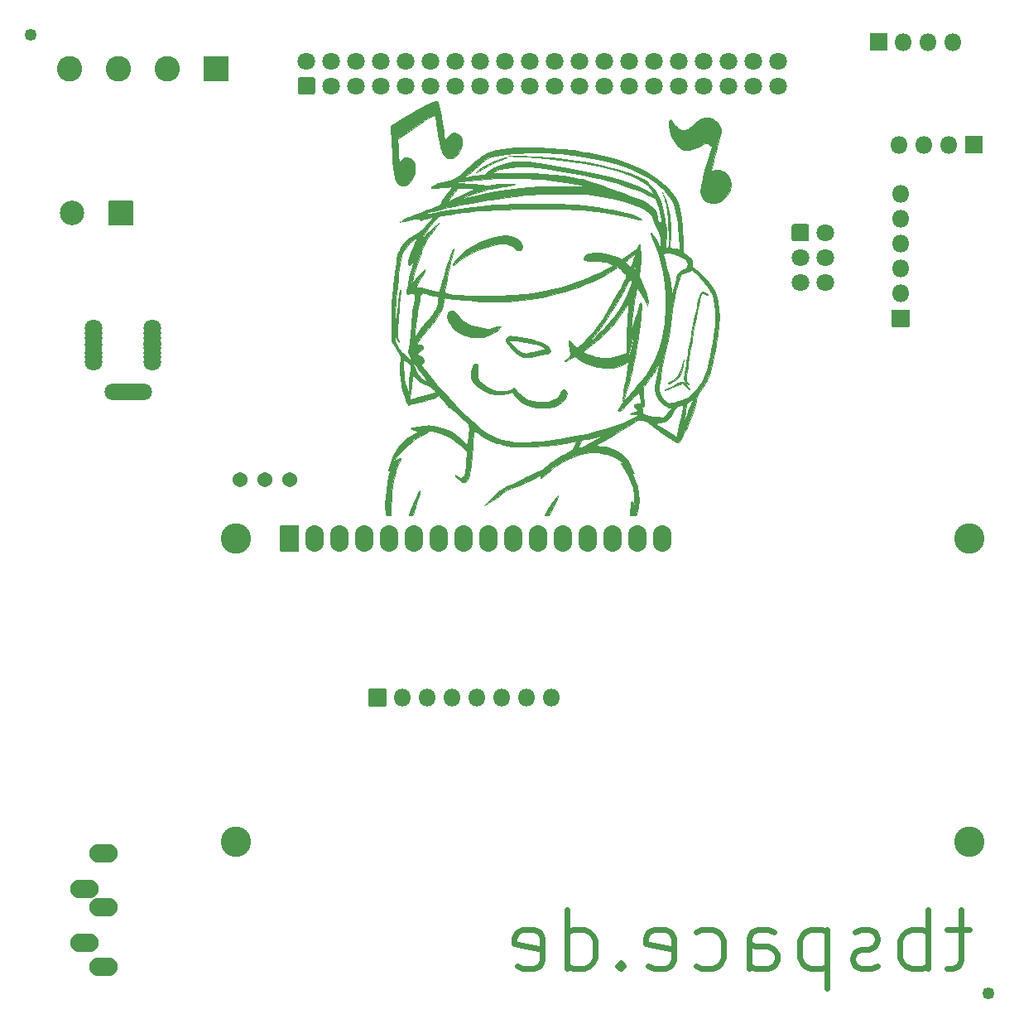
<source format=gbs>
%TF.GenerationSoftware,KiCad,Pcbnew,5.1.10*%
%TF.CreationDate,2021-08-07T13:35:18+02:00*%
%TF.ProjectId,ATAPIMega,41544150-494d-4656-9761-2e6b69636164,rev?*%
%TF.SameCoordinates,Original*%
%TF.FileFunction,Soldermask,Bot*%
%TF.FilePolarity,Negative*%
%FSLAX46Y46*%
G04 Gerber Fmt 4.6, Leading zero omitted, Abs format (unit mm)*
G04 Created by KiCad (PCBNEW 5.1.10) date 2021-08-07 13:35:18*
%MOMM*%
%LPD*%
G01*
G04 APERTURE LIST*
%ADD10C,0.600000*%
%ADD11C,0.010000*%
%ADD12O,1.800000X1.800000*%
%ADD13O,2.900000X1.900000*%
%ADD14C,1.800000*%
%ADD15C,2.500000*%
%ADD16C,2.600000*%
%ADD17C,3.100000*%
%ADD18O,1.900000X2.700000*%
%ADD19C,1.540000*%
%ADD20C,1.252000*%
G04 APERTURE END LIST*
D10*
X135317056Y-117934161D02*
X133031342Y-117934161D01*
X134459913Y-115934161D02*
X134459913Y-121077018D01*
X134174199Y-121648447D01*
X133602770Y-121934161D01*
X133031342Y-121934161D01*
X131031342Y-121934161D02*
X131031342Y-115934161D01*
X131031342Y-118219876D02*
X130459913Y-117934161D01*
X129317056Y-117934161D01*
X128745628Y-118219876D01*
X128459913Y-118505590D01*
X128174199Y-119077018D01*
X128174199Y-120791304D01*
X128459913Y-121362733D01*
X128745628Y-121648447D01*
X129317056Y-121934161D01*
X130459913Y-121934161D01*
X131031342Y-121648447D01*
X125888485Y-121648447D02*
X125317056Y-121934161D01*
X124174199Y-121934161D01*
X123602770Y-121648447D01*
X123317056Y-121077018D01*
X123317056Y-120791304D01*
X123602770Y-120219876D01*
X124174199Y-119934161D01*
X125031342Y-119934161D01*
X125602770Y-119648447D01*
X125888485Y-119077018D01*
X125888485Y-118791304D01*
X125602770Y-118219876D01*
X125031342Y-117934161D01*
X124174199Y-117934161D01*
X123602770Y-118219876D01*
X120745628Y-117934161D02*
X120745628Y-123934161D01*
X120745628Y-118219876D02*
X120174199Y-117934161D01*
X119031342Y-117934161D01*
X118459913Y-118219876D01*
X118174199Y-118505590D01*
X117888485Y-119077018D01*
X117888485Y-120791304D01*
X118174199Y-121362733D01*
X118459913Y-121648447D01*
X119031342Y-121934161D01*
X120174199Y-121934161D01*
X120745628Y-121648447D01*
X112745628Y-121934161D02*
X112745628Y-118791304D01*
X113031342Y-118219876D01*
X113602770Y-117934161D01*
X114745628Y-117934161D01*
X115317056Y-118219876D01*
X112745628Y-121648447D02*
X113317056Y-121934161D01*
X114745628Y-121934161D01*
X115317056Y-121648447D01*
X115602770Y-121077018D01*
X115602770Y-120505590D01*
X115317056Y-119934161D01*
X114745628Y-119648447D01*
X113317056Y-119648447D01*
X112745628Y-119362733D01*
X107317056Y-121648447D02*
X107888485Y-121934161D01*
X109031342Y-121934161D01*
X109602770Y-121648447D01*
X109888485Y-121362733D01*
X110174199Y-120791304D01*
X110174199Y-119077018D01*
X109888485Y-118505590D01*
X109602770Y-118219876D01*
X109031342Y-117934161D01*
X107888485Y-117934161D01*
X107317056Y-118219876D01*
X102459913Y-121648447D02*
X103031342Y-121934161D01*
X104174199Y-121934161D01*
X104745628Y-121648447D01*
X105031342Y-121077018D01*
X105031342Y-118791304D01*
X104745628Y-118219876D01*
X104174199Y-117934161D01*
X103031342Y-117934161D01*
X102459913Y-118219876D01*
X102174199Y-118791304D01*
X102174199Y-119362733D01*
X105031342Y-119934161D01*
X99602770Y-121362733D02*
X99317056Y-121648447D01*
X99602770Y-121934161D01*
X99888485Y-121648447D01*
X99602770Y-121362733D01*
X99602770Y-121934161D01*
X94174199Y-121934161D02*
X94174199Y-115934161D01*
X94174199Y-121648447D02*
X94745628Y-121934161D01*
X95888485Y-121934161D01*
X96459913Y-121648447D01*
X96745628Y-121362733D01*
X97031342Y-120791304D01*
X97031342Y-119077018D01*
X96745628Y-118505590D01*
X96459913Y-118219876D01*
X95888485Y-117934161D01*
X94745628Y-117934161D01*
X94174199Y-118219876D01*
X89031342Y-121648447D02*
X89602770Y-121934161D01*
X90745628Y-121934161D01*
X91317056Y-121648447D01*
X91602770Y-121077018D01*
X91602770Y-118791304D01*
X91317056Y-118219876D01*
X90745628Y-117934161D01*
X89602770Y-117934161D01*
X89031342Y-118219876D01*
X88745628Y-118791304D01*
X88745628Y-119362733D01*
X91602770Y-119934161D01*
D11*
%TO.C,H3*%
G36*
X87833896Y-39015902D02*
G01*
X87494440Y-39096461D01*
X87058009Y-39254210D01*
X86566205Y-39469026D01*
X86060630Y-39720785D01*
X85582887Y-39989364D01*
X85174577Y-40254638D01*
X85002279Y-40385597D01*
X84837732Y-40530495D01*
X84811187Y-40581189D01*
X84919545Y-40537095D01*
X85137628Y-40411144D01*
X85747591Y-40053002D01*
X86346223Y-39727251D01*
X86897080Y-39452515D01*
X87363719Y-39247418D01*
X87550628Y-39177971D01*
X87826522Y-39078868D01*
X87941963Y-39023205D01*
X87899735Y-39009387D01*
X87833896Y-39015902D01*
G37*
X87833896Y-39015902D02*
X87494440Y-39096461D01*
X87058009Y-39254210D01*
X86566205Y-39469026D01*
X86060630Y-39720785D01*
X85582887Y-39989364D01*
X85174577Y-40254638D01*
X85002279Y-40385597D01*
X84837732Y-40530495D01*
X84811187Y-40581189D01*
X84919545Y-40537095D01*
X85137628Y-40411144D01*
X85747591Y-40053002D01*
X86346223Y-39727251D01*
X86897080Y-39452515D01*
X87363719Y-39247418D01*
X87550628Y-39177971D01*
X87826522Y-39078868D01*
X87941963Y-39023205D01*
X87899735Y-39009387D01*
X87833896Y-39015902D01*
G36*
X103848961Y-42666876D02*
G01*
X103891294Y-42709210D01*
X103933628Y-42666876D01*
X103891294Y-42624543D01*
X103848961Y-42666876D01*
G37*
X103848961Y-42666876D02*
X103891294Y-42709210D01*
X103933628Y-42666876D01*
X103891294Y-42624543D01*
X103848961Y-42666876D01*
G36*
X105888927Y-60292440D02*
G01*
X105787169Y-60632779D01*
X105679938Y-60942709D01*
X105590323Y-61155527D01*
X105589765Y-61156608D01*
X105454625Y-61341468D01*
X105241943Y-61556247D01*
X104996404Y-61763902D01*
X104762693Y-61927389D01*
X104585497Y-62009664D01*
X104556453Y-62013210D01*
X104451827Y-62063091D01*
X104441628Y-62097876D01*
X104465752Y-62166665D01*
X104558184Y-62166159D01*
X104749017Y-62090609D01*
X104926689Y-62005172D01*
X105343375Y-61738458D01*
X105649298Y-61394424D01*
X105858320Y-60949359D01*
X105984302Y-60379552D01*
X106010936Y-60150543D01*
X106055394Y-59684876D01*
X105888927Y-60292440D01*
G37*
X105888927Y-60292440D02*
X105787169Y-60632779D01*
X105679938Y-60942709D01*
X105590323Y-61155527D01*
X105589765Y-61156608D01*
X105454625Y-61341468D01*
X105241943Y-61556247D01*
X104996404Y-61763902D01*
X104762693Y-61927389D01*
X104585497Y-62009664D01*
X104556453Y-62013210D01*
X104451827Y-62063091D01*
X104441628Y-62097876D01*
X104465752Y-62166665D01*
X104558184Y-62166159D01*
X104749017Y-62090609D01*
X104926689Y-62005172D01*
X105343375Y-61738458D01*
X105649298Y-61394424D01*
X105858320Y-60949359D01*
X105984302Y-60379552D01*
X106010936Y-60150543D01*
X106055394Y-59684876D01*
X105888927Y-60292440D01*
G36*
X107865341Y-52804112D02*
G01*
X107747287Y-52950712D01*
X107641160Y-53217761D01*
X107535824Y-53620174D01*
X107420143Y-54172869D01*
X107398802Y-54282042D01*
X107300959Y-54781738D01*
X107202374Y-55278098D01*
X107113036Y-55721270D01*
X107042939Y-56061405D01*
X107028657Y-56128876D01*
X106948054Y-56538083D01*
X106866366Y-57003222D01*
X106811235Y-57356543D01*
X106747332Y-57751013D01*
X106669972Y-58155466D01*
X106601939Y-58457210D01*
X106537936Y-58746114D01*
X106463247Y-59139914D01*
X106389429Y-59575638D01*
X106352416Y-59816958D01*
X106287376Y-60247356D01*
X106220098Y-60670644D01*
X106160652Y-61024366D01*
X106134097Y-61171097D01*
X106095217Y-61604501D01*
X106169230Y-61923591D01*
X106360113Y-62143713D01*
X106391438Y-62164441D01*
X106518288Y-62217243D01*
X106558294Y-62193627D01*
X106500338Y-62082647D01*
X106431294Y-62013210D01*
X106363815Y-61928274D01*
X106324486Y-61794054D01*
X106314212Y-61589129D01*
X106333896Y-61292076D01*
X106384443Y-60881474D01*
X106466758Y-60335901D01*
X106514608Y-60039407D01*
X106606524Y-59474804D01*
X106706279Y-58857707D01*
X106802540Y-58258480D01*
X106883972Y-57747488D01*
X106892245Y-57695210D01*
X107027258Y-56870030D01*
X107165445Y-56078418D01*
X107303254Y-55336953D01*
X107437131Y-54662212D01*
X107563522Y-54070776D01*
X107678875Y-53579222D01*
X107779635Y-53204131D01*
X107862249Y-52962080D01*
X107923163Y-52869649D01*
X107926641Y-52869210D01*
X108050400Y-52905211D01*
X108244919Y-52992847D01*
X108263700Y-53002453D01*
X108463128Y-53087033D01*
X108556364Y-53092511D01*
X108523715Y-53028058D01*
X108402437Y-52937849D01*
X108181779Y-52812596D01*
X108006460Y-52763046D01*
X107865341Y-52804112D01*
G37*
X107865341Y-52804112D02*
X107747287Y-52950712D01*
X107641160Y-53217761D01*
X107535824Y-53620174D01*
X107420143Y-54172869D01*
X107398802Y-54282042D01*
X107300959Y-54781738D01*
X107202374Y-55278098D01*
X107113036Y-55721270D01*
X107042939Y-56061405D01*
X107028657Y-56128876D01*
X106948054Y-56538083D01*
X106866366Y-57003222D01*
X106811235Y-57356543D01*
X106747332Y-57751013D01*
X106669972Y-58155466D01*
X106601939Y-58457210D01*
X106537936Y-58746114D01*
X106463247Y-59139914D01*
X106389429Y-59575638D01*
X106352416Y-59816958D01*
X106287376Y-60247356D01*
X106220098Y-60670644D01*
X106160652Y-61024366D01*
X106134097Y-61171097D01*
X106095217Y-61604501D01*
X106169230Y-61923591D01*
X106360113Y-62143713D01*
X106391438Y-62164441D01*
X106518288Y-62217243D01*
X106558294Y-62193627D01*
X106500338Y-62082647D01*
X106431294Y-62013210D01*
X106363815Y-61928274D01*
X106324486Y-61794054D01*
X106314212Y-61589129D01*
X106333896Y-61292076D01*
X106384443Y-60881474D01*
X106466758Y-60335901D01*
X106514608Y-60039407D01*
X106606524Y-59474804D01*
X106706279Y-58857707D01*
X106802540Y-58258480D01*
X106883972Y-57747488D01*
X106892245Y-57695210D01*
X107027258Y-56870030D01*
X107165445Y-56078418D01*
X107303254Y-55336953D01*
X107437131Y-54662212D01*
X107563522Y-54070776D01*
X107678875Y-53579222D01*
X107779635Y-53204131D01*
X107862249Y-52962080D01*
X107923163Y-52869649D01*
X107926641Y-52869210D01*
X108050400Y-52905211D01*
X108244919Y-52992847D01*
X108263700Y-53002453D01*
X108463128Y-53087033D01*
X108556364Y-53092511D01*
X108523715Y-53028058D01*
X108402437Y-52937849D01*
X108181779Y-52812596D01*
X108006460Y-52763046D01*
X107865341Y-52804112D01*
G36*
X105741795Y-61996322D02*
G01*
X105510411Y-62083619D01*
X105183962Y-62239512D01*
X104780294Y-62443413D01*
X104397193Y-62642234D01*
X104166518Y-62771930D01*
X104085960Y-62832157D01*
X104153211Y-62822572D01*
X104365962Y-62742831D01*
X104721904Y-62592590D01*
X104989574Y-62474564D01*
X105339194Y-62321506D01*
X105632962Y-62198370D01*
X105835877Y-62119489D01*
X105909522Y-62097876D01*
X106003538Y-62155819D01*
X106167911Y-62305577D01*
X106314075Y-62457672D01*
X106488102Y-62632465D01*
X106607321Y-62722394D01*
X106642961Y-62715237D01*
X106588319Y-62601841D01*
X106447351Y-62416519D01*
X106310195Y-62263196D01*
X106162314Y-62111060D01*
X106038071Y-62013539D01*
X105907790Y-61974127D01*
X105741795Y-61996322D01*
G37*
X105741795Y-61996322D02*
X105510411Y-62083619D01*
X105183962Y-62239512D01*
X104780294Y-62443413D01*
X104397193Y-62642234D01*
X104166518Y-62771930D01*
X104085960Y-62832157D01*
X104153211Y-62822572D01*
X104365962Y-62742831D01*
X104721904Y-62592590D01*
X104989574Y-62474564D01*
X105339194Y-62321506D01*
X105632962Y-62198370D01*
X105835877Y-62119489D01*
X105909522Y-62097876D01*
X106003538Y-62155819D01*
X106167911Y-62305577D01*
X106314075Y-62457672D01*
X106488102Y-62632465D01*
X106607321Y-62722394D01*
X106642961Y-62715237D01*
X106588319Y-62601841D01*
X106447351Y-62416519D01*
X106310195Y-62263196D01*
X106162314Y-62111060D01*
X106038071Y-62013539D01*
X105907790Y-61974127D01*
X105741795Y-61996322D01*
G36*
X87158952Y-47051388D02*
G01*
X86423538Y-47207322D01*
X85920561Y-47370283D01*
X85204116Y-47673823D01*
X84508521Y-48045758D01*
X83864022Y-48464866D01*
X83300863Y-48909920D01*
X82849291Y-49359697D01*
X82588976Y-49708208D01*
X82465852Y-49933688D01*
X82451673Y-50037311D01*
X82548369Y-50018808D01*
X82757868Y-49877911D01*
X83046753Y-49644295D01*
X83811160Y-49092802D01*
X84708235Y-48611342D01*
X85702616Y-48217295D01*
X86530452Y-47978596D01*
X87239238Y-47857702D01*
X87831603Y-47854655D01*
X88310178Y-47969497D01*
X88677592Y-48202271D01*
X88740934Y-48266209D01*
X88990719Y-48475151D01*
X89216043Y-48543586D01*
X89394574Y-48467710D01*
X89452649Y-48387442D01*
X89534060Y-48119132D01*
X89471917Y-47854670D01*
X89282347Y-47585982D01*
X88903768Y-47280478D01*
X88413833Y-47088913D01*
X87827306Y-47012234D01*
X87158952Y-47051388D01*
G37*
X87158952Y-47051388D02*
X86423538Y-47207322D01*
X85920561Y-47370283D01*
X85204116Y-47673823D01*
X84508521Y-48045758D01*
X83864022Y-48464866D01*
X83300863Y-48909920D01*
X82849291Y-49359697D01*
X82588976Y-49708208D01*
X82465852Y-49933688D01*
X82451673Y-50037311D01*
X82548369Y-50018808D01*
X82757868Y-49877911D01*
X83046753Y-49644295D01*
X83811160Y-49092802D01*
X84708235Y-48611342D01*
X85702616Y-48217295D01*
X86530452Y-47978596D01*
X87239238Y-47857702D01*
X87831603Y-47854655D01*
X88310178Y-47969497D01*
X88677592Y-48202271D01*
X88740934Y-48266209D01*
X88990719Y-48475151D01*
X89216043Y-48543586D01*
X89394574Y-48467710D01*
X89452649Y-48387442D01*
X89534060Y-48119132D01*
X89471917Y-47854670D01*
X89282347Y-47585982D01*
X88903768Y-47280478D01*
X88413833Y-47088913D01*
X87827306Y-47012234D01*
X87158952Y-47051388D01*
G36*
X82067411Y-54779470D02*
G01*
X81924988Y-54974545D01*
X81875894Y-55303190D01*
X81965084Y-55673792D01*
X82175189Y-56061635D01*
X82488842Y-56441999D01*
X82888671Y-56790167D01*
X83357309Y-57081419D01*
X83431185Y-57118056D01*
X83764785Y-57264102D01*
X84060349Y-57351211D01*
X84393024Y-57396721D01*
X84714294Y-57414060D01*
X85179587Y-57411940D01*
X85569402Y-57374057D01*
X85772628Y-57327350D01*
X86240245Y-57142597D01*
X86678213Y-56916248D01*
X87027162Y-56680164D01*
X87106128Y-56611721D01*
X87292380Y-56414097D01*
X87338568Y-56298299D01*
X87241504Y-56262418D01*
X86997998Y-56304546D01*
X86725128Y-56383717D01*
X86397414Y-56481778D01*
X86153469Y-56529438D01*
X85920159Y-56531465D01*
X85624347Y-56492627D01*
X85466678Y-56465765D01*
X84803721Y-56331437D01*
X84277421Y-56176173D01*
X83855147Y-55983065D01*
X83504271Y-55735206D01*
X83192163Y-55415690D01*
X83022111Y-55199099D01*
X82828749Y-54953261D01*
X82659125Y-54765379D01*
X82549561Y-54675637D01*
X82548638Y-54675273D01*
X82299560Y-54660952D01*
X82067411Y-54779470D01*
G37*
X82067411Y-54779470D02*
X81924988Y-54974545D01*
X81875894Y-55303190D01*
X81965084Y-55673792D01*
X82175189Y-56061635D01*
X82488842Y-56441999D01*
X82888671Y-56790167D01*
X83357309Y-57081419D01*
X83431185Y-57118056D01*
X83764785Y-57264102D01*
X84060349Y-57351211D01*
X84393024Y-57396721D01*
X84714294Y-57414060D01*
X85179587Y-57411940D01*
X85569402Y-57374057D01*
X85772628Y-57327350D01*
X86240245Y-57142597D01*
X86678213Y-56916248D01*
X87027162Y-56680164D01*
X87106128Y-56611721D01*
X87292380Y-56414097D01*
X87338568Y-56298299D01*
X87241504Y-56262418D01*
X86997998Y-56304546D01*
X86725128Y-56383717D01*
X86397414Y-56481778D01*
X86153469Y-56529438D01*
X85920159Y-56531465D01*
X85624347Y-56492627D01*
X85466678Y-56465765D01*
X84803721Y-56331437D01*
X84277421Y-56176173D01*
X83855147Y-55983065D01*
X83504271Y-55735206D01*
X83192163Y-55415690D01*
X83022111Y-55199099D01*
X82828749Y-54953261D01*
X82659125Y-54765379D01*
X82549561Y-54675637D01*
X82548638Y-54675273D01*
X82299560Y-54660952D01*
X82067411Y-54779470D01*
G36*
X88129052Y-57323798D02*
G01*
X87960952Y-57491514D01*
X87874126Y-57645744D01*
X87868615Y-57773245D01*
X87946717Y-57951426D01*
X87976246Y-58006780D01*
X88167887Y-58276618D01*
X88457757Y-58587296D01*
X88797538Y-58894816D01*
X89138911Y-59155175D01*
X89413294Y-59315432D01*
X89625751Y-59399005D01*
X89835171Y-59443121D01*
X90079831Y-59447297D01*
X90398006Y-59411049D01*
X90827971Y-59333893D01*
X91021961Y-59295103D01*
X91523250Y-59192539D01*
X91882851Y-59115354D01*
X92125113Y-59055680D01*
X92274387Y-59005651D01*
X92355023Y-58957402D01*
X92391371Y-58903067D01*
X92405247Y-58848248D01*
X92384103Y-58602949D01*
X92347206Y-58551048D01*
X91873140Y-58551048D01*
X91835193Y-58635908D01*
X91659365Y-58697967D01*
X91341356Y-58747068D01*
X90972978Y-58810243D01*
X90590805Y-58904830D01*
X90429294Y-58956317D01*
X90016175Y-59059272D01*
X89666215Y-59037750D01*
X89419297Y-58942403D01*
X89276495Y-58844173D01*
X89070306Y-58672911D01*
X88831470Y-58458046D01*
X88590726Y-58229008D01*
X88378811Y-58015229D01*
X88226466Y-57846137D01*
X88164428Y-57751164D01*
X88166306Y-57742754D01*
X88307405Y-57699968D01*
X88580242Y-57697306D01*
X88953607Y-57728827D01*
X89396290Y-57788594D01*
X89877081Y-57870666D01*
X90364770Y-57969105D01*
X90828147Y-58077972D01*
X91236001Y-58191326D01*
X91557123Y-58303230D01*
X91760303Y-58407744D01*
X91789160Y-58432170D01*
X91873140Y-58551048D01*
X92347206Y-58551048D01*
X92219583Y-58371528D01*
X91905377Y-58149649D01*
X91435173Y-57932974D01*
X90802660Y-57717167D01*
X90725929Y-57694190D01*
X90295223Y-57580577D01*
X89803060Y-57472572D01*
X89301067Y-57379456D01*
X88840873Y-57310507D01*
X88474108Y-57275004D01*
X88378080Y-57272198D01*
X88129052Y-57323798D01*
G37*
X88129052Y-57323798D02*
X87960952Y-57491514D01*
X87874126Y-57645744D01*
X87868615Y-57773245D01*
X87946717Y-57951426D01*
X87976246Y-58006780D01*
X88167887Y-58276618D01*
X88457757Y-58587296D01*
X88797538Y-58894816D01*
X89138911Y-59155175D01*
X89413294Y-59315432D01*
X89625751Y-59399005D01*
X89835171Y-59443121D01*
X90079831Y-59447297D01*
X90398006Y-59411049D01*
X90827971Y-59333893D01*
X91021961Y-59295103D01*
X91523250Y-59192539D01*
X91882851Y-59115354D01*
X92125113Y-59055680D01*
X92274387Y-59005651D01*
X92355023Y-58957402D01*
X92391371Y-58903067D01*
X92405247Y-58848248D01*
X92384103Y-58602949D01*
X92347206Y-58551048D01*
X91873140Y-58551048D01*
X91835193Y-58635908D01*
X91659365Y-58697967D01*
X91341356Y-58747068D01*
X90972978Y-58810243D01*
X90590805Y-58904830D01*
X90429294Y-58956317D01*
X90016175Y-59059272D01*
X89666215Y-59037750D01*
X89419297Y-58942403D01*
X89276495Y-58844173D01*
X89070306Y-58672911D01*
X88831470Y-58458046D01*
X88590726Y-58229008D01*
X88378811Y-58015229D01*
X88226466Y-57846137D01*
X88164428Y-57751164D01*
X88166306Y-57742754D01*
X88307405Y-57699968D01*
X88580242Y-57697306D01*
X88953607Y-57728827D01*
X89396290Y-57788594D01*
X89877081Y-57870666D01*
X90364770Y-57969105D01*
X90828147Y-58077972D01*
X91236001Y-58191326D01*
X91557123Y-58303230D01*
X91760303Y-58407744D01*
X91789160Y-58432170D01*
X91873140Y-58551048D01*
X92347206Y-58551048D01*
X92219583Y-58371528D01*
X91905377Y-58149649D01*
X91435173Y-57932974D01*
X90802660Y-57717167D01*
X90725929Y-57694190D01*
X90295223Y-57580577D01*
X89803060Y-57472572D01*
X89301067Y-57379456D01*
X88840873Y-57310507D01*
X88474108Y-57275004D01*
X88378080Y-57272198D01*
X88129052Y-57323798D01*
G36*
X84626967Y-60131963D02*
G01*
X84472528Y-60342182D01*
X84364510Y-60708510D01*
X84331639Y-60923497D01*
X84310636Y-61271373D01*
X84355168Y-61551216D01*
X84437693Y-61770163D01*
X84720690Y-62212221D01*
X85133334Y-62592495D01*
X85643409Y-62898953D01*
X86218704Y-63119566D01*
X86827004Y-63242302D01*
X87436097Y-63255130D01*
X88013768Y-63146020D01*
X88070987Y-63127104D01*
X88506679Y-62976527D01*
X88637889Y-63198648D01*
X88893876Y-63529210D01*
X89255310Y-63865523D01*
X89666239Y-64162108D01*
X90070712Y-64373484D01*
X90094910Y-64382985D01*
X90552059Y-64511796D01*
X91094208Y-64592943D01*
X91665524Y-64624305D01*
X92210173Y-64603757D01*
X92672319Y-64529175D01*
X92814147Y-64486419D01*
X93257039Y-64282236D01*
X93624988Y-64024250D01*
X93902569Y-63734470D01*
X94074357Y-63434904D01*
X94124928Y-63147562D01*
X94038857Y-62894451D01*
X93979415Y-62823758D01*
X93808255Y-62743266D01*
X93635291Y-62814172D01*
X93487196Y-63020950D01*
X93441331Y-63136908D01*
X93281976Y-63393032D01*
X92997003Y-63641109D01*
X92628609Y-63850458D01*
X92292751Y-63972010D01*
X92039927Y-64012260D01*
X91689852Y-64032922D01*
X91313884Y-64030051D01*
X91275961Y-64028231D01*
X90583973Y-63932509D01*
X89990290Y-63714189D01*
X89462593Y-63358427D01*
X89140706Y-63047575D01*
X88697227Y-62567241D01*
X88431705Y-62724089D01*
X87997388Y-62889605D01*
X87488101Y-62939003D01*
X86941697Y-62882431D01*
X86396032Y-62730042D01*
X85888960Y-62491986D01*
X85458336Y-62178413D01*
X85174388Y-61850641D01*
X85075174Y-61689657D01*
X85010305Y-61538223D01*
X84975120Y-61358963D01*
X84964960Y-61114498D01*
X84975164Y-60767450D01*
X84994092Y-60404543D01*
X84987069Y-60198523D01*
X84916597Y-60105811D01*
X84825479Y-60081855D01*
X84626967Y-60131963D01*
G37*
X84626967Y-60131963D02*
X84472528Y-60342182D01*
X84364510Y-60708510D01*
X84331639Y-60923497D01*
X84310636Y-61271373D01*
X84355168Y-61551216D01*
X84437693Y-61770163D01*
X84720690Y-62212221D01*
X85133334Y-62592495D01*
X85643409Y-62898953D01*
X86218704Y-63119566D01*
X86827004Y-63242302D01*
X87436097Y-63255130D01*
X88013768Y-63146020D01*
X88070987Y-63127104D01*
X88506679Y-62976527D01*
X88637889Y-63198648D01*
X88893876Y-63529210D01*
X89255310Y-63865523D01*
X89666239Y-64162108D01*
X90070712Y-64373484D01*
X90094910Y-64382985D01*
X90552059Y-64511796D01*
X91094208Y-64592943D01*
X91665524Y-64624305D01*
X92210173Y-64603757D01*
X92672319Y-64529175D01*
X92814147Y-64486419D01*
X93257039Y-64282236D01*
X93624988Y-64024250D01*
X93902569Y-63734470D01*
X94074357Y-63434904D01*
X94124928Y-63147562D01*
X94038857Y-62894451D01*
X93979415Y-62823758D01*
X93808255Y-62743266D01*
X93635291Y-62814172D01*
X93487196Y-63020950D01*
X93441331Y-63136908D01*
X93281976Y-63393032D01*
X92997003Y-63641109D01*
X92628609Y-63850458D01*
X92292751Y-63972010D01*
X92039927Y-64012260D01*
X91689852Y-64032922D01*
X91313884Y-64030051D01*
X91275961Y-64028231D01*
X90583973Y-63932509D01*
X89990290Y-63714189D01*
X89462593Y-63358427D01*
X89140706Y-63047575D01*
X88697227Y-62567241D01*
X88431705Y-62724089D01*
X87997388Y-62889605D01*
X87488101Y-62939003D01*
X86941697Y-62882431D01*
X86396032Y-62730042D01*
X85888960Y-62491986D01*
X85458336Y-62178413D01*
X85174388Y-61850641D01*
X85075174Y-61689657D01*
X85010305Y-61538223D01*
X84975120Y-61358963D01*
X84964960Y-61114498D01*
X84975164Y-60767450D01*
X84994092Y-60404543D01*
X84987069Y-60198523D01*
X84916597Y-60105811D01*
X84825479Y-60081855D01*
X84626967Y-60131963D01*
G36*
X80706216Y-33264929D02*
G01*
X80459273Y-33358683D01*
X80113376Y-33514320D01*
X79691931Y-33719695D01*
X79218345Y-33962662D01*
X78716024Y-34231079D01*
X78208374Y-34512798D01*
X77718803Y-34795677D01*
X77270717Y-35067569D01*
X77060438Y-35201515D01*
X76137581Y-35801483D01*
X76194425Y-37540846D01*
X76233830Y-38530201D01*
X76283401Y-39363111D01*
X76345253Y-40052273D01*
X76421505Y-40610385D01*
X76514271Y-41050142D01*
X76625669Y-41384242D01*
X76757814Y-41625383D01*
X76900494Y-41776803D01*
X77211179Y-41926029D01*
X77550507Y-41908801D01*
X77825396Y-41784722D01*
X78040688Y-41588671D01*
X78250468Y-41286596D01*
X78314320Y-41166075D01*
X78514845Y-40645099D01*
X78597325Y-40161390D01*
X78564412Y-39736864D01*
X78418760Y-39393440D01*
X78163019Y-39153033D01*
X78064793Y-39104096D01*
X77781149Y-39023536D01*
X77534806Y-39058244D01*
X77268792Y-39220078D01*
X77186468Y-39286886D01*
X76940888Y-39493527D01*
X76887184Y-38667202D01*
X76861476Y-38262649D01*
X76838092Y-37878781D01*
X76820675Y-37576024D01*
X76815721Y-37481676D01*
X76797961Y-37122475D01*
X78659714Y-35855162D01*
X79155841Y-35520888D01*
X79606061Y-35224132D01*
X79991670Y-34976690D01*
X80293965Y-34790357D01*
X80494245Y-34676929D01*
X80573669Y-34648029D01*
X80605055Y-34749289D01*
X80655492Y-34986159D01*
X80718843Y-35326797D01*
X80788970Y-35739363D01*
X80813770Y-35893543D01*
X80956005Y-36745670D01*
X81090349Y-37442849D01*
X81222536Y-37998915D01*
X81358295Y-38427706D01*
X81503361Y-38743057D01*
X81663465Y-38958804D01*
X81844340Y-39088784D01*
X82051717Y-39146832D01*
X82164226Y-39153210D01*
X82480500Y-39105212D01*
X82743229Y-38945412D01*
X82985953Y-38650096D01*
X83071606Y-38511664D01*
X83284544Y-38053828D01*
X83387316Y-37616276D01*
X83384833Y-37222547D01*
X83282005Y-36896175D01*
X83083743Y-36660698D01*
X82794956Y-36539652D01*
X82657890Y-36528543D01*
X82313427Y-36591151D01*
X82002129Y-36791673D01*
X81825889Y-36975022D01*
X81604483Y-37235087D01*
X81545362Y-36648981D01*
X81508589Y-36359072D01*
X81446376Y-35948043D01*
X81366017Y-35460915D01*
X81274809Y-34942706D01*
X81226295Y-34680047D01*
X81117316Y-34124188D01*
X81026756Y-33719282D01*
X80949984Y-33448525D01*
X80882367Y-33295113D01*
X80830799Y-33245202D01*
X80706216Y-33264929D01*
G37*
X80706216Y-33264929D02*
X80459273Y-33358683D01*
X80113376Y-33514320D01*
X79691931Y-33719695D01*
X79218345Y-33962662D01*
X78716024Y-34231079D01*
X78208374Y-34512798D01*
X77718803Y-34795677D01*
X77270717Y-35067569D01*
X77060438Y-35201515D01*
X76137581Y-35801483D01*
X76194425Y-37540846D01*
X76233830Y-38530201D01*
X76283401Y-39363111D01*
X76345253Y-40052273D01*
X76421505Y-40610385D01*
X76514271Y-41050142D01*
X76625669Y-41384242D01*
X76757814Y-41625383D01*
X76900494Y-41776803D01*
X77211179Y-41926029D01*
X77550507Y-41908801D01*
X77825396Y-41784722D01*
X78040688Y-41588671D01*
X78250468Y-41286596D01*
X78314320Y-41166075D01*
X78514845Y-40645099D01*
X78597325Y-40161390D01*
X78564412Y-39736864D01*
X78418760Y-39393440D01*
X78163019Y-39153033D01*
X78064793Y-39104096D01*
X77781149Y-39023536D01*
X77534806Y-39058244D01*
X77268792Y-39220078D01*
X77186468Y-39286886D01*
X76940888Y-39493527D01*
X76887184Y-38667202D01*
X76861476Y-38262649D01*
X76838092Y-37878781D01*
X76820675Y-37576024D01*
X76815721Y-37481676D01*
X76797961Y-37122475D01*
X78659714Y-35855162D01*
X79155841Y-35520888D01*
X79606061Y-35224132D01*
X79991670Y-34976690D01*
X80293965Y-34790357D01*
X80494245Y-34676929D01*
X80573669Y-34648029D01*
X80605055Y-34749289D01*
X80655492Y-34986159D01*
X80718843Y-35326797D01*
X80788970Y-35739363D01*
X80813770Y-35893543D01*
X80956005Y-36745670D01*
X81090349Y-37442849D01*
X81222536Y-37998915D01*
X81358295Y-38427706D01*
X81503361Y-38743057D01*
X81663465Y-38958804D01*
X81844340Y-39088784D01*
X82051717Y-39146832D01*
X82164226Y-39153210D01*
X82480500Y-39105212D01*
X82743229Y-38945412D01*
X82985953Y-38650096D01*
X83071606Y-38511664D01*
X83284544Y-38053828D01*
X83387316Y-37616276D01*
X83384833Y-37222547D01*
X83282005Y-36896175D01*
X83083743Y-36660698D01*
X82794956Y-36539652D01*
X82657890Y-36528543D01*
X82313427Y-36591151D01*
X82002129Y-36791673D01*
X81825889Y-36975022D01*
X81604483Y-37235087D01*
X81545362Y-36648981D01*
X81508589Y-36359072D01*
X81446376Y-35948043D01*
X81366017Y-35460915D01*
X81274809Y-34942706D01*
X81226295Y-34680047D01*
X81117316Y-34124188D01*
X81026756Y-33719282D01*
X80949984Y-33448525D01*
X80882367Y-33295113D01*
X80830799Y-33245202D01*
X80706216Y-33264929D01*
G36*
X108200533Y-34969838D02*
G01*
X107770222Y-35134092D01*
X107368086Y-35418503D01*
X107193294Y-35596793D01*
X106847976Y-35924377D01*
X106479258Y-36156467D01*
X106129536Y-36268202D01*
X106037497Y-36274543D01*
X105822889Y-36252648D01*
X105639887Y-36166122D01*
X105429763Y-35983704D01*
X105361494Y-35914710D01*
X105146155Y-35682869D01*
X104964538Y-35469321D01*
X104886184Y-35364376D01*
X104770548Y-35223011D01*
X104692618Y-35173876D01*
X104611082Y-35250690D01*
X104571268Y-35459483D01*
X104574531Y-35767780D01*
X104622226Y-36143111D01*
X104646812Y-36270713D01*
X104833210Y-36905732D01*
X105116181Y-37435388D01*
X105521676Y-37908224D01*
X105522883Y-37909393D01*
X105721036Y-38087985D01*
X105890695Y-38186606D01*
X106098585Y-38230962D01*
X106397669Y-38246394D01*
X106679622Y-38245537D01*
X106906845Y-38214446D01*
X107136892Y-38136696D01*
X107427317Y-37995862D01*
X107601962Y-37902710D01*
X107909333Y-37742625D01*
X108165705Y-37620213D01*
X108331133Y-37554092D01*
X108363962Y-37547588D01*
X108491996Y-37600376D01*
X108669982Y-37724757D01*
X108686065Y-37738088D01*
X108908835Y-37925543D01*
X108494586Y-39364876D01*
X108352676Y-39867122D01*
X108222482Y-40344882D01*
X108113727Y-40761175D01*
X108036136Y-41079023D01*
X108004778Y-41227543D01*
X107939335Y-41572550D01*
X107860752Y-41958049D01*
X107826653Y-42116543D01*
X107773109Y-42407761D01*
X107774953Y-42620599D01*
X107839111Y-42838926D01*
X107897844Y-42978921D01*
X108044728Y-43243188D01*
X108217577Y-43457785D01*
X108293426Y-43520978D01*
X108576404Y-43634670D01*
X108948572Y-43690739D01*
X109337788Y-43682990D01*
X109593837Y-43632684D01*
X109870953Y-43489425D01*
X110176028Y-43241946D01*
X110462683Y-42938173D01*
X110684539Y-42626028D01*
X110784120Y-42402777D01*
X110870014Y-41851085D01*
X110816262Y-41349641D01*
X110630251Y-40919821D01*
X110319366Y-40583006D01*
X110109819Y-40451208D01*
X109697519Y-40298152D01*
X109311859Y-40262150D01*
X109005335Y-40342981D01*
X108891730Y-40388613D01*
X108867187Y-40326397D01*
X108891463Y-40194815D01*
X108928909Y-40039504D01*
X109000935Y-39751965D01*
X109099400Y-39363828D01*
X109216167Y-38906721D01*
X109343097Y-38412275D01*
X109472051Y-37912116D01*
X109594890Y-37437876D01*
X109703476Y-37021182D01*
X109789670Y-36693664D01*
X109845333Y-36486951D01*
X109848302Y-36476301D01*
X109855556Y-36165687D01*
X109738321Y-35818931D01*
X109521819Y-35479014D01*
X109231271Y-35188919D01*
X109007747Y-35043835D01*
X108624536Y-34936250D01*
X108200533Y-34969838D01*
G37*
X108200533Y-34969838D02*
X107770222Y-35134092D01*
X107368086Y-35418503D01*
X107193294Y-35596793D01*
X106847976Y-35924377D01*
X106479258Y-36156467D01*
X106129536Y-36268202D01*
X106037497Y-36274543D01*
X105822889Y-36252648D01*
X105639887Y-36166122D01*
X105429763Y-35983704D01*
X105361494Y-35914710D01*
X105146155Y-35682869D01*
X104964538Y-35469321D01*
X104886184Y-35364376D01*
X104770548Y-35223011D01*
X104692618Y-35173876D01*
X104611082Y-35250690D01*
X104571268Y-35459483D01*
X104574531Y-35767780D01*
X104622226Y-36143111D01*
X104646812Y-36270713D01*
X104833210Y-36905732D01*
X105116181Y-37435388D01*
X105521676Y-37908224D01*
X105522883Y-37909393D01*
X105721036Y-38087985D01*
X105890695Y-38186606D01*
X106098585Y-38230962D01*
X106397669Y-38246394D01*
X106679622Y-38245537D01*
X106906845Y-38214446D01*
X107136892Y-38136696D01*
X107427317Y-37995862D01*
X107601962Y-37902710D01*
X107909333Y-37742625D01*
X108165705Y-37620213D01*
X108331133Y-37554092D01*
X108363962Y-37547588D01*
X108491996Y-37600376D01*
X108669982Y-37724757D01*
X108686065Y-37738088D01*
X108908835Y-37925543D01*
X108494586Y-39364876D01*
X108352676Y-39867122D01*
X108222482Y-40344882D01*
X108113727Y-40761175D01*
X108036136Y-41079023D01*
X108004778Y-41227543D01*
X107939335Y-41572550D01*
X107860752Y-41958049D01*
X107826653Y-42116543D01*
X107773109Y-42407761D01*
X107774953Y-42620599D01*
X107839111Y-42838926D01*
X107897844Y-42978921D01*
X108044728Y-43243188D01*
X108217577Y-43457785D01*
X108293426Y-43520978D01*
X108576404Y-43634670D01*
X108948572Y-43690739D01*
X109337788Y-43682990D01*
X109593837Y-43632684D01*
X109870953Y-43489425D01*
X110176028Y-43241946D01*
X110462683Y-42938173D01*
X110684539Y-42626028D01*
X110784120Y-42402777D01*
X110870014Y-41851085D01*
X110816262Y-41349641D01*
X110630251Y-40919821D01*
X110319366Y-40583006D01*
X110109819Y-40451208D01*
X109697519Y-40298152D01*
X109311859Y-40262150D01*
X109005335Y-40342981D01*
X108891730Y-40388613D01*
X108867187Y-40326397D01*
X108891463Y-40194815D01*
X108928909Y-40039504D01*
X109000935Y-39751965D01*
X109099400Y-39363828D01*
X109216167Y-38906721D01*
X109343097Y-38412275D01*
X109472051Y-37912116D01*
X109594890Y-37437876D01*
X109703476Y-37021182D01*
X109789670Y-36693664D01*
X109845333Y-36486951D01*
X109848302Y-36476301D01*
X109855556Y-36165687D01*
X109738321Y-35818931D01*
X109521819Y-35479014D01*
X109231271Y-35188919D01*
X109007747Y-35043835D01*
X108624536Y-34936250D01*
X108200533Y-34969838D01*
G36*
X77009628Y-45630210D02*
G01*
X77051961Y-45672543D01*
X77094294Y-45630210D01*
X77051961Y-45587876D01*
X77009628Y-45630210D01*
G37*
X77009628Y-45630210D02*
X77051961Y-45672543D01*
X77094294Y-45630210D01*
X77051961Y-45587876D01*
X77009628Y-45630210D01*
G36*
X79030080Y-73082890D02*
G01*
X78926351Y-73258726D01*
X78786938Y-73532484D01*
X78625321Y-73874462D01*
X78454975Y-74254961D01*
X78289380Y-74644280D01*
X78142013Y-75012718D01*
X78026351Y-75330575D01*
X77986776Y-75454043D01*
X77969643Y-75594967D01*
X78065957Y-75641775D01*
X78143659Y-75644543D01*
X78290741Y-75616301D01*
X78383581Y-75502085D01*
X78450141Y-75301495D01*
X78512578Y-75080081D01*
X78610221Y-74745781D01*
X78728641Y-74347602D01*
X78829658Y-74012638D01*
X78939592Y-73639429D01*
X79024386Y-73329925D01*
X79075422Y-73117186D01*
X79084649Y-73034675D01*
X79030080Y-73082890D01*
G37*
X79030080Y-73082890D02*
X78926351Y-73258726D01*
X78786938Y-73532484D01*
X78625321Y-73874462D01*
X78454975Y-74254961D01*
X78289380Y-74644280D01*
X78142013Y-75012718D01*
X78026351Y-75330575D01*
X77986776Y-75454043D01*
X77969643Y-75594967D01*
X78065957Y-75641775D01*
X78143659Y-75644543D01*
X78290741Y-75616301D01*
X78383581Y-75502085D01*
X78450141Y-75301495D01*
X78512578Y-75080081D01*
X78610221Y-74745781D01*
X78728641Y-74347602D01*
X78829658Y-74012638D01*
X78939592Y-73639429D01*
X79024386Y-73329925D01*
X79075422Y-73117186D01*
X79084649Y-73034675D01*
X79030080Y-73082890D01*
G36*
X93170865Y-73597839D02*
G01*
X93031635Y-73750159D01*
X92845107Y-73988514D01*
X92632332Y-74284015D01*
X92414357Y-74607773D01*
X92212229Y-74930897D01*
X92095730Y-75133417D01*
X91814832Y-75644543D01*
X92059007Y-75644543D01*
X92162735Y-75634737D01*
X92252764Y-75589239D01*
X92346593Y-75483928D01*
X92461723Y-75294685D01*
X92615653Y-74997388D01*
X92797137Y-74627164D01*
X92975479Y-74249182D01*
X93117620Y-73927228D01*
X93211285Y-73690749D01*
X93244200Y-73569192D01*
X93241752Y-73560445D01*
X93170865Y-73597839D01*
G37*
X93170865Y-73597839D02*
X93031635Y-73750159D01*
X92845107Y-73988514D01*
X92632332Y-74284015D01*
X92414357Y-74607773D01*
X92212229Y-74930897D01*
X92095730Y-75133417D01*
X91814832Y-75644543D01*
X92059007Y-75644543D01*
X92162735Y-75634737D01*
X92252764Y-75589239D01*
X92346593Y-75483928D01*
X92461723Y-75294685D01*
X92615653Y-74997388D01*
X92797137Y-74627164D01*
X92975479Y-74249182D01*
X93117620Y-73927228D01*
X93211285Y-73690749D01*
X93244200Y-73569192D01*
X93241752Y-73560445D01*
X93170865Y-73597839D01*
G36*
X89015264Y-38043421D02*
G01*
X88040518Y-38124697D01*
X87592961Y-38184953D01*
X86916114Y-38305026D01*
X86366321Y-38442862D01*
X85901315Y-38618042D01*
X85478825Y-38850147D01*
X85056584Y-39158759D01*
X84592322Y-39563458D01*
X84567107Y-39586697D01*
X84063491Y-40052942D01*
X83666223Y-40420093D01*
X83355302Y-40701794D01*
X83110725Y-40911688D01*
X82912490Y-41063416D01*
X82740597Y-41170622D01*
X82575042Y-41246948D01*
X82395823Y-41306037D01*
X82182940Y-41361532D01*
X81916389Y-41427075D01*
X81840920Y-41446146D01*
X81321218Y-41581682D01*
X80939553Y-41689970D01*
X80668801Y-41781121D01*
X80481838Y-41865246D01*
X80351540Y-41952456D01*
X80269150Y-42032036D01*
X80210406Y-42106453D01*
X80218570Y-42149140D01*
X80320328Y-42165403D01*
X80542364Y-42160544D01*
X80834529Y-42144425D01*
X81227129Y-42115844D01*
X81612078Y-42078883D01*
X81913648Y-42040931D01*
X81943391Y-42036209D01*
X82231830Y-42008101D01*
X82379125Y-42038815D01*
X82377201Y-42124768D01*
X82306258Y-42197091D01*
X82198861Y-42314653D01*
X82026055Y-42533150D01*
X81815340Y-42814436D01*
X81594217Y-43120365D01*
X81390187Y-43412791D01*
X81230751Y-43653570D01*
X81143410Y-43804556D01*
X81138142Y-43817334D01*
X81037398Y-43899117D01*
X80788142Y-44020630D01*
X80404844Y-44175655D01*
X79901975Y-44357975D01*
X79790379Y-44396465D01*
X79292504Y-44572995D01*
X78798579Y-44758868D01*
X78354497Y-44936094D01*
X78006152Y-45086683D01*
X77898628Y-45138063D01*
X77561085Y-45314177D01*
X77323114Y-45452527D01*
X77198237Y-45543500D01*
X77199978Y-45577484D01*
X77314228Y-45553448D01*
X77480570Y-45512295D01*
X77758450Y-45452236D01*
X78092879Y-45385067D01*
X78153745Y-45373341D01*
X78566677Y-45309392D01*
X78872716Y-45293172D01*
X79054106Y-45323820D01*
X79093094Y-45400475D01*
X79084022Y-45418444D01*
X79136623Y-45429042D01*
X79315713Y-45394151D01*
X79586889Y-45321079D01*
X79693268Y-45289047D01*
X80001369Y-45200031D01*
X80242274Y-45141768D01*
X80375028Y-45123791D01*
X80387435Y-45127462D01*
X80357803Y-45205761D01*
X80238271Y-45362805D01*
X80130238Y-45483597D01*
X79889522Y-45753471D01*
X79638309Y-46055868D01*
X79557912Y-46158382D01*
X79270506Y-46449775D01*
X78853106Y-46733719D01*
X78609921Y-46867381D01*
X78006786Y-47242343D01*
X77532424Y-47685335D01*
X77148822Y-48235140D01*
X77008639Y-48501081D01*
X76897889Y-48753410D01*
X76808788Y-49026786D01*
X76732468Y-49359137D01*
X76660063Y-49788391D01*
X76591185Y-50286876D01*
X76455649Y-51371124D01*
X76349517Y-52321066D01*
X76270507Y-53168736D01*
X76216340Y-53946171D01*
X76184737Y-54685407D01*
X76173418Y-55418479D01*
X76178470Y-56086543D01*
X76207719Y-57822210D01*
X76687350Y-58584210D01*
X76899193Y-58923877D01*
X77033981Y-59159716D01*
X77104869Y-59331198D01*
X77125017Y-59477795D01*
X77107581Y-59638979D01*
X77082472Y-59769543D01*
X77045725Y-60104787D01*
X77037714Y-60557169D01*
X77055932Y-61077403D01*
X77097870Y-61616202D01*
X77161023Y-62124278D01*
X77218613Y-62445262D01*
X77293728Y-62751340D01*
X77394929Y-63098043D01*
X77511059Y-63454992D01*
X77630962Y-63791806D01*
X77743481Y-64078105D01*
X77837458Y-64283509D01*
X77901738Y-64377637D01*
X77922767Y-64362710D01*
X78010753Y-64249618D01*
X78228030Y-64214544D01*
X78229809Y-64214543D01*
X78432671Y-64188704D01*
X78753221Y-64119224D01*
X79149234Y-64018153D01*
X79578487Y-63897544D01*
X79998754Y-63769450D01*
X80367813Y-63645923D01*
X80643437Y-63539014D01*
X80715049Y-63505173D01*
X80981646Y-63367310D01*
X81361515Y-63773421D01*
X81592974Y-64026566D01*
X81803844Y-64266769D01*
X81921651Y-64408704D01*
X82068559Y-64563930D01*
X82186596Y-64637046D01*
X82195196Y-64637876D01*
X82292894Y-64693165D01*
X82479814Y-64841882D01*
X82724858Y-65058302D01*
X82887551Y-65210623D01*
X83189293Y-65495679D01*
X83485583Y-65769794D01*
X83728557Y-65988892D01*
X83804128Y-66054703D01*
X83944224Y-66180397D01*
X84039705Y-66298250D01*
X84094919Y-66439497D01*
X84114214Y-66635374D01*
X84101939Y-66917118D01*
X84062440Y-67315964D01*
X84025292Y-67643543D01*
X83927993Y-68490210D01*
X83283977Y-67853095D01*
X82871049Y-67476001D01*
X82475799Y-67173070D01*
X82166804Y-66989348D01*
X81648707Y-66775236D01*
X81083715Y-66598039D01*
X80531972Y-66473495D01*
X80053624Y-66417343D01*
X79974663Y-66415704D01*
X79730359Y-66427373D01*
X79421979Y-66458682D01*
X79083393Y-66503866D01*
X78748468Y-66557156D01*
X78451071Y-66612786D01*
X78225070Y-66664989D01*
X78104333Y-66707998D01*
X78110294Y-66733171D01*
X78273277Y-66792052D01*
X78493556Y-66884433D01*
X78504090Y-66889132D01*
X78734050Y-66972509D01*
X78922327Y-67009522D01*
X78927423Y-67009615D01*
X78941046Y-67043220D01*
X78826370Y-67130295D01*
X78608214Y-67252004D01*
X78607753Y-67252238D01*
X77883478Y-67670158D01*
X77307800Y-68116649D01*
X77056779Y-68369026D01*
X76823729Y-68681317D01*
X76580399Y-69095278D01*
X76358287Y-69548480D01*
X76188895Y-69978494D01*
X76119879Y-70225876D01*
X76041266Y-70503875D01*
X75941097Y-70750838D01*
X75847294Y-70951612D01*
X75840729Y-71045421D01*
X75923769Y-71071833D01*
X75960353Y-71072543D01*
X76055262Y-71120526D01*
X76041280Y-71216212D01*
X75887135Y-71715654D01*
X75753592Y-72335250D01*
X75646828Y-73026439D01*
X75573015Y-73740656D01*
X75538331Y-74429341D01*
X75548949Y-75043929D01*
X75550862Y-75073043D01*
X75574715Y-75375448D01*
X75606505Y-75546364D01*
X75664826Y-75623300D01*
X75768270Y-75643764D01*
X75834158Y-75644543D01*
X76010044Y-75638143D01*
X76082893Y-75623376D01*
X76088198Y-75536240D01*
X76100127Y-75307128D01*
X76117318Y-74963208D01*
X76138414Y-74531651D01*
X76160214Y-74078210D01*
X76208948Y-73274175D01*
X76275488Y-72602705D01*
X76366672Y-72027388D01*
X76489336Y-71511811D01*
X76650316Y-71019562D01*
X76808802Y-70623883D01*
X76981951Y-70202109D01*
X77076236Y-69920553D01*
X77090006Y-69768729D01*
X77021608Y-69736151D01*
X76869391Y-69812332D01*
X76700120Y-69933852D01*
X76528342Y-70049794D01*
X76427805Y-70088489D01*
X76416961Y-70076770D01*
X76468525Y-69986509D01*
X76608546Y-69796626D01*
X76815017Y-69535838D01*
X77040560Y-69262946D01*
X77783887Y-68482718D01*
X78575294Y-67855257D01*
X79347812Y-67407346D01*
X79632593Y-67252812D01*
X79829475Y-67116441D01*
X79906548Y-67020797D01*
X79906111Y-67012562D01*
X79933387Y-66955313D01*
X80061289Y-66945260D01*
X80304802Y-66984773D01*
X80678911Y-67076222D01*
X81161174Y-67211117D01*
X81853865Y-67465440D01*
X82473722Y-67816028D01*
X83067133Y-68291289D01*
X83314541Y-68529768D01*
X83867862Y-69087362D01*
X83798822Y-70252784D01*
X83769298Y-70721491D01*
X83741216Y-71052769D01*
X83707920Y-71278327D01*
X83662754Y-71429877D01*
X83599064Y-71539128D01*
X83510195Y-71637791D01*
X83507587Y-71640402D01*
X83285392Y-71862597D01*
X82983843Y-71632594D01*
X82805638Y-71509744D01*
X82697969Y-71460762D01*
X82683350Y-71470401D01*
X82745158Y-71593037D01*
X82898471Y-71774224D01*
X83098824Y-71971590D01*
X83301750Y-72142761D01*
X83462784Y-72245364D01*
X83509724Y-72257876D01*
X83706653Y-72185658D01*
X83905087Y-72005217D01*
X84059059Y-71770873D01*
X84122602Y-71536947D01*
X84122633Y-71533577D01*
X84145692Y-71309364D01*
X84203629Y-71007173D01*
X84250201Y-70818543D01*
X84296785Y-70579018D01*
X84346067Y-70209010D01*
X84393920Y-69747236D01*
X84436223Y-69232407D01*
X84462156Y-68828876D01*
X84492210Y-68329331D01*
X84523025Y-67881626D01*
X84552211Y-67515995D01*
X84577380Y-67262674D01*
X84594293Y-67156710D01*
X84680822Y-67029832D01*
X84824845Y-67041984D01*
X85037955Y-67196165D01*
X85146399Y-67299537D01*
X85508195Y-67586061D01*
X85981476Y-67852883D01*
X86508628Y-68071420D01*
X86957961Y-68198274D01*
X87243462Y-68267086D01*
X87465719Y-68335136D01*
X87560372Y-68378085D01*
X87719839Y-68437925D01*
X88016998Y-68493900D01*
X88420213Y-68542782D01*
X88897842Y-68581346D01*
X89418248Y-68606364D01*
X89879480Y-68614595D01*
X90752697Y-68587615D01*
X91753837Y-68504495D01*
X92852214Y-68368401D01*
X93942961Y-68195515D01*
X94335861Y-68128364D01*
X94671153Y-68073645D01*
X94911547Y-68037275D01*
X95017065Y-68025104D01*
X95050903Y-68094928D01*
X94992994Y-68302719D01*
X94932398Y-68451339D01*
X94840613Y-68646384D01*
X94741076Y-68793611D01*
X94600247Y-68921561D01*
X94384589Y-69058776D01*
X94060564Y-69233797D01*
X93938169Y-69297446D01*
X93515872Y-69536419D01*
X93071822Y-69820368D01*
X92677923Y-70102204D01*
X92537400Y-70214775D01*
X92052094Y-70596405D01*
X91562097Y-70919518D01*
X91014530Y-71215555D01*
X90356517Y-71515954D01*
X90329751Y-71527396D01*
X89912196Y-71718326D01*
X89442110Y-71952662D01*
X89010873Y-72184575D01*
X88949668Y-72219501D01*
X88646741Y-72386446D01*
X88400555Y-72507552D01*
X88245743Y-72566521D01*
X88212102Y-72566572D01*
X88115274Y-72573228D01*
X87949288Y-72657609D01*
X87941185Y-72662903D01*
X87712087Y-72801813D01*
X87445392Y-72947762D01*
X87415459Y-72963068D01*
X87234451Y-73085303D01*
X86974571Y-73299920D01*
X86672283Y-73575319D01*
X86399459Y-73843553D01*
X85687961Y-74569898D01*
X86111294Y-74331112D01*
X86554846Y-74071527D01*
X86910456Y-73836833D01*
X87243953Y-73581013D01*
X87522741Y-73344486D01*
X87879452Y-73074617D01*
X88284384Y-72859635D01*
X88700369Y-72698292D01*
X89184804Y-72521154D01*
X89697412Y-72318017D01*
X90196546Y-72106804D01*
X90640558Y-71905442D01*
X90987802Y-71731856D01*
X91116621Y-71658321D01*
X91349896Y-71529357D01*
X91460801Y-71503574D01*
X91445294Y-71580543D01*
X91434188Y-71722147D01*
X91450313Y-71757996D01*
X91539467Y-71756897D01*
X91717407Y-71636332D01*
X91899809Y-71472850D01*
X92777420Y-70719137D01*
X93691835Y-70109743D01*
X94631408Y-69649344D01*
X95584495Y-69342621D01*
X96539450Y-69194249D01*
X97484629Y-69208908D01*
X97524654Y-69213241D01*
X98235600Y-69344636D01*
X98869701Y-69582667D01*
X99493676Y-69952699D01*
X99522480Y-69972787D01*
X99813011Y-70182379D01*
X99986046Y-70319915D01*
X100035021Y-70378948D01*
X99953371Y-70353029D01*
X99862376Y-70306662D01*
X99709787Y-70244421D01*
X99655746Y-70279472D01*
X99702341Y-70421494D01*
X99851659Y-70680163D01*
X99988386Y-70890812D01*
X100397599Y-71565228D01*
X100687781Y-72196716D01*
X100877592Y-72840912D01*
X100985692Y-73553452D01*
X101014851Y-73951210D01*
X101057648Y-74755543D01*
X100896484Y-74416876D01*
X100801768Y-74240592D01*
X100732715Y-74180491D01*
X100683176Y-74248766D01*
X100647001Y-74457611D01*
X100618038Y-74819221D01*
X100608235Y-74988376D01*
X100572393Y-75644543D01*
X100882882Y-75644543D01*
X101062674Y-75635269D01*
X101172303Y-75580966D01*
X101251578Y-75441912D01*
X101335832Y-75192601D01*
X101445029Y-74644233D01*
X101470502Y-74002957D01*
X101417617Y-73319871D01*
X101291737Y-72646073D01*
X101098225Y-72032660D01*
X100975511Y-71760101D01*
X100848380Y-71481017D01*
X100804712Y-71311733D01*
X100847192Y-71266466D01*
X100885628Y-71284210D01*
X100961529Y-71293537D01*
X100948963Y-71193512D01*
X100858725Y-71027882D01*
X100762941Y-70849406D01*
X100648644Y-70589476D01*
X100598631Y-70461088D01*
X100325495Y-69956271D01*
X99914714Y-69502317D01*
X99394543Y-69116146D01*
X98793233Y-68814678D01*
X98139036Y-68614832D01*
X97460207Y-68533530D01*
X97378363Y-68532543D01*
X97183394Y-68526451D01*
X97073935Y-68501924D01*
X97060496Y-68449582D01*
X97153586Y-68360047D01*
X97363716Y-68223940D01*
X97701394Y-68031884D01*
X98177131Y-67774498D01*
X98303294Y-67707146D01*
X98797710Y-67433693D01*
X97821855Y-67433693D01*
X97775172Y-67471367D01*
X97605315Y-67572698D01*
X97338902Y-67722383D01*
X97002556Y-67905120D01*
X96990961Y-67911329D01*
X96609480Y-68115551D01*
X96253855Y-68306008D01*
X95967249Y-68459578D01*
X95808892Y-68544512D01*
X95531556Y-68673833D01*
X95372408Y-68694327D01*
X95318149Y-68603868D01*
X95336516Y-68469043D01*
X95461380Y-68141767D01*
X95636566Y-67927591D01*
X95828746Y-67855100D01*
X95987572Y-67835637D01*
X96266423Y-67783205D01*
X96621221Y-67706591D01*
X96890522Y-67643433D01*
X97254723Y-67556612D01*
X97556114Y-67487417D01*
X97757862Y-67444143D01*
X97821855Y-67433693D01*
X98797710Y-67433693D01*
X98877536Y-67389543D01*
X98006961Y-67389543D01*
X97964628Y-67431876D01*
X97922294Y-67389543D01*
X97964628Y-67347210D01*
X98006961Y-67389543D01*
X98877536Y-67389543D01*
X99066845Y-67284840D01*
X99843147Y-66827920D01*
X100575015Y-66370977D01*
X101172152Y-65971785D01*
X101332014Y-65875681D01*
X101483888Y-65842539D01*
X101693973Y-65865801D01*
X101869348Y-65902725D01*
X102149939Y-65989513D01*
X102433706Y-66135209D01*
X102765163Y-66365088D01*
X102979824Y-66533265D01*
X103409202Y-66866791D01*
X103875324Y-67208725D01*
X104339009Y-67531953D01*
X104761075Y-67809360D01*
X105102339Y-68013831D01*
X105177098Y-68053817D01*
X105423322Y-68145096D01*
X105603426Y-68110852D01*
X105747089Y-67935453D01*
X105849622Y-67699578D01*
X105908550Y-67558876D01*
X105542294Y-67558876D01*
X105499961Y-67601210D01*
X105457628Y-67558876D01*
X105499961Y-67516543D01*
X105542294Y-67558876D01*
X105908550Y-67558876D01*
X105968245Y-67416344D01*
X106024867Y-67304876D01*
X105626961Y-67304876D01*
X105584628Y-67347210D01*
X105542294Y-67304876D01*
X105584628Y-67262543D01*
X105626961Y-67304876D01*
X106024867Y-67304876D01*
X106095362Y-67166098D01*
X106140421Y-67093210D01*
X106164393Y-67050876D01*
X105711628Y-67050876D01*
X105669294Y-67093210D01*
X105626961Y-67050876D01*
X105669294Y-67008543D01*
X105711628Y-67050876D01*
X106164393Y-67050876D01*
X106284252Y-66839210D01*
X105796294Y-66839210D01*
X105765316Y-66908900D01*
X105739850Y-66895654D01*
X105729717Y-66795174D01*
X105739850Y-66782765D01*
X105790184Y-66794387D01*
X105796294Y-66839210D01*
X106284252Y-66839210D01*
X106300062Y-66811291D01*
X106384722Y-66627543D01*
X105880961Y-66627543D01*
X105838628Y-66669876D01*
X105796294Y-66627543D01*
X105838628Y-66585210D01*
X105880961Y-66627543D01*
X106384722Y-66627543D01*
X106482247Y-66415876D01*
X105965628Y-66415876D01*
X105934650Y-66485566D01*
X105909183Y-66472321D01*
X105899050Y-66371841D01*
X105909183Y-66359432D01*
X105959518Y-66371054D01*
X105965628Y-66415876D01*
X106482247Y-66415876D01*
X106487210Y-66405106D01*
X106687205Y-65914385D01*
X106885389Y-65378862D01*
X107067103Y-64838268D01*
X107217687Y-64332334D01*
X107322484Y-63900795D01*
X107327438Y-63875876D01*
X107338895Y-63833946D01*
X107061185Y-63833946D01*
X106993819Y-63922443D01*
X106937363Y-64026583D01*
X106831977Y-64257466D01*
X106691088Y-64584404D01*
X106528120Y-64976704D01*
X106469047Y-65122048D01*
X106306558Y-65518977D01*
X106166759Y-65850773D01*
X106061417Y-66090256D01*
X106002299Y-66210245D01*
X105994294Y-66218764D01*
X106003833Y-66132463D01*
X106052616Y-65935597D01*
X106098338Y-65776926D01*
X106173336Y-65463003D01*
X106239456Y-65074338D01*
X106275557Y-64764876D01*
X106301256Y-64502528D01*
X105965628Y-64502528D01*
X105946256Y-64690267D01*
X105889255Y-65033917D01*
X105796299Y-65524680D01*
X105669061Y-66153757D01*
X105509213Y-66912349D01*
X105493133Y-66987376D01*
X105422016Y-67282891D01*
X105354973Y-67500484D01*
X105304928Y-67599187D01*
X105299460Y-67601210D01*
X105205323Y-67554832D01*
X105014457Y-67432503D01*
X104765928Y-67259431D01*
X104733735Y-67236196D01*
X104390478Y-66998155D01*
X103991101Y-66736630D01*
X103652930Y-66526985D01*
X103075899Y-66182788D01*
X103628463Y-66123613D01*
X103999146Y-66064226D01*
X104277007Y-65958338D01*
X104501077Y-65776180D01*
X104710389Y-65487980D01*
X104895451Y-65157242D01*
X105064187Y-64851521D01*
X105165162Y-64709788D01*
X104780294Y-64709788D01*
X104727137Y-64797609D01*
X104588044Y-64970279D01*
X104401144Y-65181540D01*
X104021993Y-65594514D01*
X103279310Y-65545389D01*
X102892665Y-65509060D01*
X102527345Y-65456346D01*
X102248701Y-65397138D01*
X102197961Y-65381713D01*
X101978462Y-65288931D01*
X101887291Y-65186178D01*
X101880452Y-65073936D01*
X101861768Y-64847338D01*
X101818503Y-64725423D01*
X101784596Y-64587142D01*
X101873322Y-64517209D01*
X101932253Y-64475111D01*
X101968313Y-64383878D01*
X101984055Y-64214115D01*
X101982034Y-63936427D01*
X101964801Y-63521421D01*
X101963004Y-63484705D01*
X101914760Y-62505128D01*
X102371458Y-61941669D01*
X102636104Y-61589416D01*
X102923295Y-61166935D01*
X103178691Y-60754871D01*
X103221790Y-60679710D01*
X103439794Y-60300370D01*
X103583144Y-60069006D01*
X103653933Y-59982648D01*
X103654252Y-60038328D01*
X103639356Y-60087043D01*
X103556227Y-60372049D01*
X103460071Y-60753239D01*
X103359603Y-61189340D01*
X103263535Y-61639080D01*
X103180583Y-62061188D01*
X103119459Y-62414392D01*
X103088878Y-62657420D01*
X103086961Y-62703387D01*
X103162424Y-63132697D01*
X103367984Y-63572319D01*
X103672398Y-63981154D01*
X104044423Y-64318104D01*
X104452816Y-64542070D01*
X104496280Y-64557275D01*
X104684432Y-64634213D01*
X104777996Y-64701560D01*
X104780294Y-64709788D01*
X105165162Y-64709788D01*
X105200825Y-64659730D01*
X105343799Y-64541854D01*
X105531542Y-64457875D01*
X105585157Y-64439127D01*
X105814450Y-64364905D01*
X105926046Y-64352936D01*
X105962333Y-64410284D01*
X105965628Y-64502528D01*
X106301256Y-64502528D01*
X106306103Y-64453054D01*
X106348830Y-64258850D01*
X106429906Y-64131127D01*
X106575496Y-64018747D01*
X106696285Y-63942634D01*
X106926079Y-63815768D01*
X107052476Y-63779215D01*
X107061185Y-63833946D01*
X107338895Y-63833946D01*
X107444276Y-63448278D01*
X107630116Y-63092162D01*
X107766262Y-62906137D01*
X108106242Y-62409744D01*
X108425547Y-61825808D01*
X108684130Y-61232325D01*
X108792507Y-60907486D01*
X108898503Y-60499874D01*
X109021162Y-59969154D01*
X109151547Y-59359603D01*
X109280721Y-58715501D01*
X109399747Y-58081124D01*
X109499688Y-57500753D01*
X109559755Y-57106095D01*
X109652786Y-56197801D01*
X109678023Y-55358604D01*
X109325182Y-55358604D01*
X109285968Y-56100276D01*
X109273269Y-56250499D01*
X109218687Y-56732863D01*
X109134098Y-57313705D01*
X109026227Y-57959115D01*
X108901802Y-58635183D01*
X108767551Y-59307999D01*
X108630200Y-59943654D01*
X108496477Y-60508236D01*
X108373109Y-60967837D01*
X108281196Y-61251210D01*
X107963478Y-61932920D01*
X107548983Y-62561930D01*
X107066719Y-63101354D01*
X106545692Y-63514307D01*
X106460711Y-63566154D01*
X106209914Y-63688922D01*
X105878711Y-63819120D01*
X105509672Y-63943881D01*
X105145367Y-64050342D01*
X104828366Y-64125638D01*
X104601240Y-64156903D01*
X104528364Y-64150110D01*
X104394780Y-64068491D01*
X104198166Y-63910039D01*
X104082497Y-63804932D01*
X103791064Y-63474164D01*
X103616826Y-63126432D01*
X103548101Y-62720724D01*
X103573210Y-62216024D01*
X103591258Y-62080047D01*
X103695965Y-61408173D01*
X103827526Y-60644883D01*
X103976159Y-59841333D01*
X104132084Y-59048676D01*
X104285520Y-58318069D01*
X104426687Y-57700664D01*
X104435513Y-57664414D01*
X104618616Y-56823780D01*
X104755660Y-56000655D01*
X104839694Y-55243418D01*
X104864266Y-54680688D01*
X104877043Y-54546482D01*
X104214529Y-54546482D01*
X104104611Y-55992937D01*
X103865660Y-57360866D01*
X103499909Y-58633227D01*
X103437297Y-58806578D01*
X103261806Y-59267933D01*
X103092407Y-59679948D01*
X102917281Y-60059912D01*
X102724613Y-60425115D01*
X102502586Y-60792845D01*
X102239382Y-61180390D01*
X101923185Y-61605041D01*
X101542179Y-62084086D01*
X101084546Y-62634813D01*
X100538470Y-63274512D01*
X99892134Y-64020471D01*
X99806128Y-64119265D01*
X99513126Y-64472847D01*
X99342013Y-64724347D01*
X99288271Y-64884358D01*
X99347383Y-64963471D01*
X99440549Y-64976543D01*
X99572150Y-64912725D01*
X99785940Y-64733936D01*
X100060539Y-64459168D01*
X100223715Y-64280791D01*
X100511771Y-63961976D01*
X100792038Y-63659800D01*
X101025592Y-63415847D01*
X101135837Y-63306364D01*
X101315714Y-63144496D01*
X101418807Y-63091103D01*
X101485421Y-63132334D01*
X101513407Y-63176616D01*
X101571729Y-63344533D01*
X101626076Y-63607443D01*
X101648660Y-63770043D01*
X101698884Y-64214543D01*
X101334589Y-64214543D01*
X101102025Y-64227233D01*
X100994896Y-64278094D01*
X100970294Y-64377731D01*
X101033037Y-64538901D01*
X101185516Y-64709895D01*
X101199867Y-64721501D01*
X101335009Y-64860793D01*
X101327824Y-64965997D01*
X101169206Y-65047780D01*
X100864461Y-65114417D01*
X100629587Y-65170947D01*
X100551993Y-65225004D01*
X100620026Y-65262542D01*
X100822027Y-65269513D01*
X100981733Y-65255739D01*
X101255969Y-65240640D01*
X101374548Y-65279493D01*
X101336765Y-65373514D01*
X101141913Y-65523919D01*
X100789287Y-65731923D01*
X100667236Y-65797958D01*
X100008545Y-66106935D01*
X99204307Y-66413548D01*
X98278277Y-66712300D01*
X97254211Y-66997693D01*
X96155865Y-67264229D01*
X95006997Y-67506410D01*
X93831361Y-67718739D01*
X92652714Y-67895717D01*
X91494812Y-68031846D01*
X90725628Y-68098701D01*
X90149181Y-68139134D01*
X89701491Y-68163548D01*
X89342595Y-68170341D01*
X89032532Y-68157913D01*
X88731340Y-68124666D01*
X88399056Y-68068997D01*
X87996253Y-67989418D01*
X87454561Y-67869358D01*
X87012779Y-67742563D01*
X86625193Y-67587763D01*
X86246092Y-67383689D01*
X85829763Y-67109074D01*
X85352834Y-66759486D01*
X84863432Y-66362802D01*
X84291469Y-65851639D01*
X83656571Y-65246541D01*
X82978364Y-64568054D01*
X82276475Y-63836722D01*
X81608234Y-63113876D01*
X80749190Y-63113876D01*
X80474958Y-63113876D01*
X80282148Y-63139543D01*
X79975690Y-63208929D01*
X79602041Y-63310614D01*
X79303677Y-63401837D01*
X78923357Y-63522747D01*
X78589614Y-63626697D01*
X78343402Y-63701059D01*
X78237294Y-63730682D01*
X78089655Y-63768154D01*
X78045181Y-63781388D01*
X78041297Y-63719175D01*
X78059809Y-63600710D01*
X78084509Y-63438754D01*
X78121322Y-63153725D01*
X78164574Y-62790948D01*
X78194961Y-62521210D01*
X78248327Y-62028517D01*
X78290063Y-61686466D01*
X78331865Y-61477975D01*
X78385425Y-61385966D01*
X78462437Y-61393360D01*
X78574596Y-61483078D01*
X78733595Y-61638039D01*
X78773283Y-61676552D01*
X79268550Y-62052720D01*
X79873966Y-62324858D01*
X80107883Y-62395801D01*
X80209862Y-62472345D01*
X80369282Y-62640442D01*
X80474831Y-62767470D01*
X80749190Y-63113876D01*
X81608234Y-63113876D01*
X81570528Y-63073090D01*
X80880151Y-62297704D01*
X80655644Y-62035018D01*
X79922059Y-62035018D01*
X79653272Y-61896023D01*
X79435901Y-61751733D01*
X79184026Y-61540345D01*
X79060901Y-61420274D01*
X78912883Y-61229570D01*
X78752919Y-60967044D01*
X78600544Y-60673921D01*
X78513684Y-60478017D01*
X78140607Y-60478017D01*
X78121325Y-60765223D01*
X78081396Y-61118618D01*
X78058472Y-61281023D01*
X78002749Y-61717362D01*
X77959664Y-62177299D01*
X77936911Y-62575376D01*
X77935374Y-62648210D01*
X77928589Y-63240876D01*
X77761729Y-62775210D01*
X77672081Y-62473942D01*
X77577980Y-62075196D01*
X77495529Y-61649572D01*
X77472081Y-61505210D01*
X77415774Y-61077926D01*
X77372931Y-60641644D01*
X77350520Y-60271550D01*
X77348794Y-60174967D01*
X77348294Y-59649058D01*
X77722026Y-59878634D01*
X77976833Y-60072177D01*
X78120209Y-60260623D01*
X78135272Y-60307356D01*
X78140607Y-60478017D01*
X78513684Y-60478017D01*
X78475292Y-60391428D01*
X78396698Y-60160791D01*
X78384297Y-60023234D01*
X78392429Y-60009519D01*
X78450714Y-60060987D01*
X78586577Y-60220114D01*
X78777644Y-60457871D01*
X79001538Y-60745234D01*
X79235885Y-61053173D01*
X79458308Y-61352663D01*
X79646432Y-61614676D01*
X79765896Y-61791281D01*
X79922059Y-62035018D01*
X80655644Y-62035018D01*
X80224970Y-61531107D01*
X79624611Y-60793846D01*
X79488925Y-60621064D01*
X79318793Y-60394148D01*
X79244403Y-60258122D01*
X79252822Y-60174015D01*
X79319676Y-60111110D01*
X79459233Y-59924531D01*
X79449796Y-59700073D01*
X79298216Y-59466084D01*
X79129508Y-59324238D01*
X78933454Y-59180914D01*
X78811530Y-59076952D01*
X78791889Y-59049876D01*
X78854679Y-58982268D01*
X79014840Y-58863094D01*
X79090228Y-58812844D01*
X79288793Y-58658030D01*
X79364476Y-58509461D01*
X79364346Y-58389510D01*
X79325417Y-58236740D01*
X79220833Y-58172851D01*
X79028023Y-58160876D01*
X78718086Y-58160876D01*
X79105508Y-57610543D01*
X79352308Y-57271010D01*
X79621530Y-56917483D01*
X79846402Y-56636876D01*
X80313601Y-56063499D01*
X80676883Y-55582186D01*
X80952816Y-55166017D01*
X81157971Y-54788075D01*
X81308917Y-54421441D01*
X81405596Y-54103815D01*
X81602058Y-53360129D01*
X81867009Y-53415574D01*
X82080090Y-53447991D01*
X82432207Y-53487803D01*
X82893340Y-53532696D01*
X83433472Y-53580358D01*
X84022581Y-53628476D01*
X84630651Y-53674735D01*
X85227660Y-53716823D01*
X85783592Y-53752428D01*
X86268425Y-53779235D01*
X86652143Y-53794931D01*
X86830961Y-53798078D01*
X88157871Y-53752198D01*
X89574090Y-53616715D01*
X91030573Y-53399659D01*
X91916208Y-53221888D01*
X80983801Y-53221888D01*
X80939490Y-53617049D01*
X80893264Y-53996196D01*
X80839859Y-54278707D01*
X80758368Y-54509286D01*
X80627886Y-54732633D01*
X80427506Y-54993451D01*
X80136322Y-55336442D01*
X80134228Y-55338873D01*
X79812690Y-55725555D01*
X79481158Y-56146444D01*
X79185004Y-56542883D01*
X79018375Y-56781413D01*
X78826583Y-57062069D01*
X78671744Y-57276122D01*
X78575729Y-57393968D01*
X78556033Y-57407170D01*
X78554939Y-57318255D01*
X78569213Y-57089884D01*
X78596587Y-56751015D01*
X78634790Y-56330605D01*
X78663591Y-56034966D01*
X78718392Y-55536020D01*
X78779602Y-55060406D01*
X78841195Y-54650022D01*
X78897148Y-54346765D01*
X78919778Y-54253179D01*
X78992510Y-53924900D01*
X79036085Y-53597310D01*
X79041628Y-53476060D01*
X79083062Y-53201061D01*
X79189358Y-52983796D01*
X79333511Y-52874029D01*
X79370975Y-52869210D01*
X79482743Y-52890909D01*
X79698761Y-52946357D01*
X79851761Y-52989085D01*
X80184384Y-53074778D01*
X80522304Y-53147183D01*
X80626548Y-53165424D01*
X80983801Y-53221888D01*
X91916208Y-53221888D01*
X92478280Y-53109065D01*
X93868168Y-52752965D01*
X94620294Y-52522263D01*
X95247101Y-52297196D01*
X95946174Y-52013138D01*
X96672851Y-51690865D01*
X97382469Y-51351151D01*
X98030365Y-51014772D01*
X98571876Y-50702503D01*
X98681524Y-50633145D01*
X99289224Y-50240026D01*
X99600592Y-50486956D01*
X99915962Y-50753499D01*
X100104373Y-50959425D01*
X100184578Y-51130386D01*
X100179059Y-51278298D01*
X100122944Y-51413654D01*
X99998060Y-51668196D01*
X99818978Y-52013707D01*
X99600271Y-52421971D01*
X99401162Y-52784543D01*
X98829045Y-53795588D01*
X98308355Y-54671478D01*
X97824523Y-55433002D01*
X97362983Y-56100952D01*
X96909169Y-56696115D01*
X96448513Y-57239282D01*
X95966448Y-57751243D01*
X95815709Y-57901624D01*
X95541550Y-58168645D01*
X95356681Y-58333482D01*
X95230428Y-58413462D01*
X95132116Y-58425911D01*
X95031072Y-58388153D01*
X94991269Y-58367291D01*
X94789276Y-58211382D01*
X94601232Y-57994045D01*
X94586099Y-57971424D01*
X94454698Y-57794891D01*
X94351438Y-57700916D01*
X94335372Y-57696258D01*
X94304199Y-57770468D01*
X94302393Y-57962465D01*
X94324813Y-58224255D01*
X94366318Y-58507844D01*
X94421767Y-58765239D01*
X94464257Y-58899398D01*
X94503755Y-59040494D01*
X94477104Y-59161209D01*
X94362232Y-59308804D01*
X94195694Y-59474427D01*
X94010778Y-59663750D01*
X93896144Y-59804131D01*
X93875610Y-59857414D01*
X93963639Y-59840151D01*
X94155996Y-59757362D01*
X94393718Y-59636116D01*
X94873347Y-59376338D01*
X95126796Y-59556809D01*
X95487018Y-59774080D01*
X95952370Y-59999582D01*
X96462055Y-60207766D01*
X96955272Y-60373084D01*
X97244936Y-60446871D01*
X98085888Y-60562962D01*
X98842710Y-60541019D01*
X99509826Y-60381793D01*
X100081659Y-60086035D01*
X100117911Y-60060284D01*
X100478572Y-59799023D01*
X100431951Y-60038283D01*
X100319716Y-60629383D01*
X100209841Y-61235681D01*
X100106054Y-61833684D01*
X100012082Y-62399896D01*
X99931653Y-62910826D01*
X99868495Y-63342978D01*
X99826336Y-63672860D01*
X99808903Y-63876978D01*
X99813955Y-63933092D01*
X99859982Y-63881599D01*
X99940194Y-63690638D01*
X100047185Y-63384888D01*
X100173550Y-62989030D01*
X100311884Y-62527741D01*
X100454781Y-62025701D01*
X100594836Y-61507589D01*
X100724644Y-60998083D01*
X100834635Y-60531543D01*
X100992409Y-59789391D01*
X101140836Y-59018759D01*
X101277633Y-58238301D01*
X101400516Y-57466670D01*
X101432830Y-57241269D01*
X100959970Y-57241269D01*
X100933055Y-57461177D01*
X100882875Y-57765540D01*
X100817210Y-58115647D01*
X100743843Y-58472783D01*
X100670555Y-58798237D01*
X100605129Y-59053296D01*
X100555345Y-59199247D01*
X100538793Y-59219210D01*
X100437197Y-59158399D01*
X100420754Y-59135825D01*
X100422836Y-59033390D01*
X100462604Y-58815674D01*
X100530125Y-58519639D01*
X100615468Y-58182246D01*
X100708700Y-57840455D01*
X100799890Y-57531229D01*
X100879107Y-57291527D01*
X100936418Y-57158311D01*
X100955836Y-57144529D01*
X100959970Y-57241269D01*
X101432830Y-57241269D01*
X101507200Y-56722520D01*
X101595404Y-56024504D01*
X101662843Y-55391276D01*
X101707233Y-54841490D01*
X101726290Y-54393800D01*
X101717732Y-54066858D01*
X101679275Y-53879319D01*
X101653061Y-53846234D01*
X101596776Y-53891889D01*
X101540645Y-54062541D01*
X101514917Y-54201071D01*
X101452820Y-54482120D01*
X101344547Y-54843589D01*
X101212564Y-55211102D01*
X101201116Y-55239876D01*
X101042492Y-55648461D01*
X100876634Y-56096715D01*
X100746350Y-56467543D01*
X100657807Y-56718883D01*
X100599900Y-56860819D01*
X100582223Y-56870684D01*
X100585713Y-56847102D01*
X100610275Y-56684029D01*
X100649041Y-56392459D01*
X100696903Y-56012122D01*
X100748753Y-55582747D01*
X100754418Y-55534768D01*
X100811313Y-55070855D01*
X100870439Y-54620992D01*
X100924797Y-54236645D01*
X100962288Y-54001202D01*
X100434555Y-54001202D01*
X100420886Y-54222026D01*
X100392618Y-54534407D01*
X100371161Y-54737585D01*
X100340604Y-55080879D01*
X100309375Y-55550074D01*
X100279812Y-56101762D01*
X100254251Y-56692537D01*
X100235707Y-57253989D01*
X100188692Y-58971768D01*
X99838660Y-59154189D01*
X99243666Y-59380872D01*
X98557547Y-59501735D01*
X97822937Y-59514798D01*
X97082469Y-59418081D01*
X96640872Y-59302670D01*
X96329180Y-59196531D01*
X96057555Y-59091554D01*
X95904846Y-59020729D01*
X95824441Y-58968170D01*
X95800525Y-58912238D01*
X95850448Y-58831944D01*
X95991560Y-58706297D01*
X96241211Y-58514309D01*
X96455179Y-58354930D01*
X97139712Y-57802890D01*
X97836322Y-57161503D01*
X98512757Y-56465668D01*
X99136763Y-55750282D01*
X99676087Y-55050245D01*
X100079206Y-54433652D01*
X100236306Y-54174461D01*
X100359512Y-53988774D01*
X100426275Y-53910153D01*
X100430863Y-53910223D01*
X100434555Y-54001202D01*
X100962288Y-54001202D01*
X100967277Y-53969876D01*
X101024759Y-53636139D01*
X101091637Y-53229424D01*
X101146515Y-52882183D01*
X101242358Y-52260157D01*
X101539583Y-52670517D01*
X101738153Y-52972958D01*
X101951721Y-53341253D01*
X102102052Y-53631210D01*
X102367294Y-54181543D01*
X102393776Y-53762838D01*
X102362367Y-53316240D01*
X102215052Y-52777847D01*
X101948826Y-52138168D01*
X101762088Y-51762184D01*
X100730728Y-51762184D01*
X100700732Y-51915615D01*
X100618081Y-52156286D01*
X100476048Y-52517611D01*
X100467183Y-52539652D01*
X100136331Y-53313887D01*
X99806477Y-53974521D01*
X99447149Y-54574337D01*
X99027879Y-55166116D01*
X98737355Y-55536210D01*
X98551440Y-55754167D01*
X98298776Y-56033914D01*
X98001891Y-56352325D01*
X97683314Y-56686275D01*
X97365574Y-57012636D01*
X97071198Y-57308283D01*
X96822715Y-57550090D01*
X96642653Y-57714930D01*
X96553541Y-57779678D01*
X96551683Y-57779876D01*
X96568232Y-57720029D01*
X96672520Y-57561053D01*
X96843749Y-57333793D01*
X96900292Y-57262827D01*
X97751530Y-56145858D01*
X98564615Y-54961779D01*
X99305435Y-53763018D01*
X99939876Y-52601999D01*
X99963655Y-52554906D01*
X100182512Y-52123665D01*
X100341040Y-51825257D01*
X100453120Y-51640306D01*
X100532630Y-51549440D01*
X100593451Y-51533285D01*
X100649462Y-51572464D01*
X100659649Y-51583395D01*
X100714792Y-51662581D01*
X100730728Y-51762184D01*
X101762088Y-51762184D01*
X101757322Y-51752588D01*
X101462797Y-51186300D01*
X101606633Y-50174749D01*
X101670663Y-49678472D01*
X101701031Y-49306976D01*
X101700849Y-49276870D01*
X101373382Y-49276870D01*
X101369164Y-49371876D01*
X101313702Y-49618451D01*
X101279029Y-49748609D01*
X101196016Y-50057226D01*
X101122681Y-50340630D01*
X101094246Y-50456210D01*
X101041998Y-50601374D01*
X100995488Y-50602677D01*
X100991088Y-50592241D01*
X100994538Y-50458895D01*
X101042960Y-50214197D01*
X101126322Y-49906947D01*
X101143244Y-49852013D01*
X101253954Y-49521864D01*
X101332823Y-49328507D01*
X101373382Y-49276870D01*
X101700849Y-49276870D01*
X101699285Y-49019411D01*
X101666971Y-48774926D01*
X101660778Y-48744979D01*
X101653601Y-48699298D01*
X101230836Y-48699298D01*
X101024759Y-49239087D01*
X100902715Y-49557783D01*
X100790794Y-49848392D01*
X100722072Y-50025330D01*
X100625462Y-50271784D01*
X100329778Y-49985196D01*
X100157098Y-49810748D01*
X100093742Y-49707589D01*
X100125510Y-49631184D01*
X100197197Y-49569409D01*
X100345847Y-49447892D01*
X100571280Y-49259504D01*
X100795567Y-49069754D01*
X101230836Y-48699298D01*
X101653601Y-48699298D01*
X101616746Y-48464732D01*
X101606929Y-48228815D01*
X101616733Y-48152207D01*
X101619863Y-47976603D01*
X101542845Y-47921347D01*
X101437358Y-48000510D01*
X101391587Y-48090910D01*
X101329588Y-48219571D01*
X101231381Y-48347117D01*
X101073346Y-48494367D01*
X100831865Y-48682139D01*
X100483321Y-48931253D01*
X100270510Y-49079106D01*
X99690435Y-49480003D01*
X99188234Y-49226493D01*
X98632106Y-48994040D01*
X98029667Y-48822741D01*
X97454300Y-48731598D01*
X97239162Y-48721794D01*
X96825604Y-48753589D01*
X96438395Y-48841920D01*
X96119864Y-48972202D01*
X95912337Y-49129852D01*
X95871830Y-49192923D01*
X95819987Y-49354349D01*
X95847959Y-49468998D01*
X95974929Y-49544445D01*
X96220077Y-49588268D01*
X96602586Y-49608041D01*
X96931839Y-49611581D01*
X97453882Y-49623141D01*
X97849719Y-49658446D01*
X98161416Y-49722293D01*
X98303294Y-49768032D01*
X98554367Y-49866279D01*
X98737599Y-49950192D01*
X98792454Y-49984220D01*
X98765428Y-50058705D01*
X98601816Y-50184815D01*
X98322754Y-50352542D01*
X97949375Y-50551880D01*
X97502815Y-50772824D01*
X97004208Y-51005367D01*
X96474688Y-51239503D01*
X95935389Y-51465226D01*
X95407447Y-51672530D01*
X94911996Y-51851407D01*
X94701027Y-51921323D01*
X93472190Y-52287321D01*
X92280326Y-52582248D01*
X91090784Y-52811047D01*
X89868909Y-52978659D01*
X88580049Y-53090029D01*
X87189550Y-53150097D01*
X85984294Y-53164535D01*
X84918345Y-53157708D01*
X83991253Y-53136546D01*
X83207657Y-53101452D01*
X82572199Y-53052825D01*
X82089517Y-52991069D01*
X81764251Y-52916583D01*
X81601043Y-52829769D01*
X81581628Y-52783788D01*
X81601198Y-52598336D01*
X81655473Y-52278517D01*
X81737803Y-51854168D01*
X81841536Y-51355127D01*
X81960021Y-50811233D01*
X82086608Y-50252324D01*
X82214644Y-49708236D01*
X82337480Y-49208810D01*
X82448464Y-48783881D01*
X82540945Y-48463289D01*
X82553405Y-48424210D01*
X82566175Y-48350322D01*
X82507573Y-48428806D01*
X82485159Y-48466543D01*
X82378850Y-48688073D01*
X82237801Y-49037671D01*
X82073927Y-49480624D01*
X81899140Y-49982220D01*
X81725356Y-50507745D01*
X81564486Y-51022488D01*
X81428446Y-51491736D01*
X81366411Y-51726210D01*
X81267279Y-52104544D01*
X81177066Y-52422315D01*
X81106497Y-52643337D01*
X81069288Y-52728925D01*
X80954152Y-52753276D01*
X80725334Y-52735028D01*
X80430397Y-52683281D01*
X80116906Y-52607138D01*
X79832425Y-52515702D01*
X79726449Y-52471948D01*
X79449079Y-52388227D01*
X79129821Y-52348288D01*
X79065528Y-52347752D01*
X78837653Y-52345270D01*
X78740797Y-52310942D01*
X78736938Y-52222870D01*
X78752909Y-52167715D01*
X78836884Y-51974019D01*
X78968980Y-51733253D01*
X79000112Y-51682691D01*
X79171950Y-51394386D01*
X79332837Y-51097100D01*
X79465653Y-50826450D01*
X79553277Y-50618051D01*
X79578589Y-50507519D01*
X79569329Y-50498543D01*
X79470433Y-50558692D01*
X79295286Y-50717294D01*
X79074664Y-50941579D01*
X78839343Y-51198778D01*
X78620098Y-51456122D01*
X78447705Y-51680842D01*
X78417766Y-51724697D01*
X78289960Y-51904315D01*
X78209367Y-51991079D01*
X78194961Y-51986175D01*
X78218420Y-51885053D01*
X78283767Y-51648168D01*
X78383455Y-51301713D01*
X78509936Y-50871881D01*
X78655665Y-50384866D01*
X78670203Y-50336687D01*
X78953025Y-49439526D01*
X79132333Y-48932210D01*
X78448961Y-48932210D01*
X78406628Y-48974543D01*
X78364294Y-48932210D01*
X78406628Y-48889876D01*
X78448961Y-48932210D01*
X79132333Y-48932210D01*
X79192184Y-48762876D01*
X78533628Y-48762876D01*
X78491294Y-48805210D01*
X78448961Y-48762876D01*
X78491294Y-48720543D01*
X78533628Y-48762876D01*
X79192184Y-48762876D01*
X79220208Y-48683589D01*
X79257339Y-48593543D01*
X78618294Y-48593543D01*
X78575961Y-48635876D01*
X78533628Y-48593543D01*
X78575961Y-48551210D01*
X78618294Y-48593543D01*
X79257339Y-48593543D01*
X79484311Y-48043132D01*
X79757894Y-47492411D01*
X80053517Y-47005683D01*
X80383741Y-46557202D01*
X80687544Y-46201710D01*
X80875394Y-45985141D01*
X80997542Y-45826947D01*
X81030376Y-45758017D01*
X81027364Y-45757210D01*
X80934257Y-45810945D01*
X80751128Y-45953186D01*
X80510410Y-46155482D01*
X80244534Y-46389381D01*
X79985935Y-46626433D01*
X79767043Y-46838189D01*
X79635307Y-46978347D01*
X79463475Y-47178651D01*
X79322434Y-47343654D01*
X79309076Y-47359347D01*
X79277409Y-47377751D01*
X79317715Y-47280613D01*
X79361753Y-47196543D01*
X78789840Y-47196543D01*
X78786111Y-47266971D01*
X78717527Y-47458183D01*
X78596074Y-47740064D01*
X78451906Y-48045503D01*
X78202875Y-48595579D01*
X78017671Y-49090401D01*
X77903414Y-49505823D01*
X77867219Y-49817696D01*
X77889283Y-49954387D01*
X77939407Y-50035454D01*
X78019396Y-50017125D01*
X78169706Y-49887652D01*
X78191837Y-49866536D01*
X78437710Y-49630975D01*
X78271793Y-50164068D01*
X78180848Y-50500094D01*
X78084195Y-50927253D01*
X77998771Y-51368863D01*
X77976539Y-51500913D01*
X77913294Y-51864146D01*
X77850724Y-52173039D01*
X77798300Y-52382885D01*
X77777811Y-52438770D01*
X77727051Y-52633928D01*
X77738127Y-52843541D01*
X77802847Y-52993216D01*
X77841789Y-53019597D01*
X77933293Y-53005296D01*
X77940961Y-52979861D01*
X78015368Y-52941165D01*
X78201010Y-52933601D01*
X78272965Y-52938730D01*
X78402136Y-52948526D01*
X78493281Y-52965604D01*
X78548417Y-53014083D01*
X78569562Y-53118081D01*
X78558734Y-53301719D01*
X78517951Y-53589115D01*
X78449230Y-54004388D01*
X78391109Y-54350876D01*
X78337664Y-54731375D01*
X78283247Y-55220865D01*
X78233874Y-55759149D01*
X78195560Y-56286030D01*
X78192289Y-56340543D01*
X78153438Y-56959173D01*
X78116114Y-57440181D01*
X78076510Y-57815195D01*
X78030820Y-58115841D01*
X77975237Y-58373747D01*
X77925831Y-58554551D01*
X77877750Y-58793083D01*
X77915260Y-58966066D01*
X77972545Y-59060223D01*
X78067720Y-59283460D01*
X78106295Y-59549315D01*
X78106240Y-59555548D01*
X78102185Y-59854210D01*
X77508182Y-59219210D01*
X77227503Y-58901037D01*
X76969345Y-58576470D01*
X76772479Y-58295624D01*
X76707904Y-58184857D01*
X76548639Y-57759443D01*
X76507594Y-57422857D01*
X76513559Y-57060210D01*
X76634409Y-57389979D01*
X76748361Y-57655134D01*
X76862294Y-57846836D01*
X76953213Y-57929613D01*
X76979727Y-57922666D01*
X76966142Y-57835117D01*
X76893382Y-57658536D01*
X76873645Y-57617976D01*
X76779522Y-57379393D01*
X76736126Y-57171178D01*
X76735819Y-57159732D01*
X76742190Y-56972914D01*
X76760858Y-56651703D01*
X76789199Y-56230380D01*
X76824588Y-55743227D01*
X76864401Y-55224525D01*
X76906015Y-54708556D01*
X76946805Y-54229602D01*
X76984148Y-53821943D01*
X77012393Y-53546543D01*
X77054434Y-53131307D01*
X77077869Y-52814269D01*
X77082836Y-52610354D01*
X77069472Y-52534488D01*
X77037916Y-52601594D01*
X77004956Y-52742210D01*
X76975921Y-52922152D01*
X76932984Y-53238659D01*
X76879857Y-53659880D01*
X76820255Y-54153964D01*
X76757890Y-54689061D01*
X76696476Y-55233321D01*
X76639728Y-55754894D01*
X76591358Y-56221929D01*
X76555794Y-56594543D01*
X76546656Y-56632432D01*
X76540643Y-56519327D01*
X76537915Y-56273544D01*
X76538632Y-55913397D01*
X76542954Y-55457200D01*
X76544696Y-55324543D01*
X76558306Y-54629018D01*
X76580731Y-54011607D01*
X76615479Y-53427729D01*
X76666059Y-52832803D01*
X76735979Y-52182247D01*
X76828749Y-51431481D01*
X76884538Y-51006543D01*
X76972569Y-50355405D01*
X77045629Y-49848189D01*
X77109162Y-49460718D01*
X77168609Y-49168815D01*
X77229416Y-48948303D01*
X77297023Y-48775006D01*
X77376875Y-48624747D01*
X77444950Y-48517338D01*
X77604263Y-48308414D01*
X77827140Y-48055763D01*
X78082457Y-47789955D01*
X78339088Y-47541556D01*
X78565908Y-47341134D01*
X78731790Y-47219259D01*
X78789840Y-47196543D01*
X79361753Y-47196543D01*
X79413891Y-47097011D01*
X79549832Y-46856025D01*
X79709432Y-46586737D01*
X79876589Y-46318225D01*
X79938455Y-46222876D01*
X80156457Y-45931042D01*
X80434686Y-45610615D01*
X80650823Y-45391080D01*
X80861834Y-45198124D01*
X81031573Y-45073044D01*
X81210544Y-44994828D01*
X81449254Y-44942464D01*
X81798207Y-44894939D01*
X81862358Y-44887030D01*
X82207753Y-44838306D01*
X82485436Y-44787376D01*
X82655240Y-44742178D01*
X82687293Y-44723989D01*
X82780878Y-44699774D01*
X83021187Y-44665321D01*
X83386083Y-44623016D01*
X83853428Y-44575242D01*
X84401085Y-44524383D01*
X85006916Y-44472824D01*
X85057960Y-44468681D01*
X85889008Y-44410875D01*
X86820050Y-44362518D01*
X87826910Y-44323703D01*
X88885413Y-44294519D01*
X89971384Y-44275058D01*
X91060649Y-44265412D01*
X92129032Y-44265671D01*
X93152358Y-44275927D01*
X94106453Y-44296271D01*
X94967141Y-44326794D01*
X95710247Y-44367586D01*
X96311598Y-44418740D01*
X96376763Y-44426002D01*
X97841002Y-44618953D01*
X99218950Y-44849378D01*
X100482862Y-45112131D01*
X101541794Y-45383891D01*
X101699582Y-45407070D01*
X101727043Y-45360239D01*
X101637177Y-45263559D01*
X101442984Y-45137193D01*
X101351795Y-45089194D01*
X101034865Y-44959966D01*
X100580925Y-44815396D01*
X100020707Y-44663289D01*
X99384944Y-44511456D01*
X98704368Y-44367704D01*
X98009714Y-44239842D01*
X98006961Y-44239375D01*
X97266884Y-44120385D01*
X96563364Y-44022452D01*
X95868999Y-43943759D01*
X95156387Y-43882493D01*
X94398126Y-43836836D01*
X93566815Y-43804973D01*
X92635052Y-43785089D01*
X91575435Y-43775368D01*
X90979628Y-43773741D01*
X90020177Y-43774389D01*
X89197201Y-43779738D01*
X88477860Y-43791710D01*
X87829319Y-43812230D01*
X87218741Y-43843221D01*
X86613288Y-43886607D01*
X85980124Y-43944311D01*
X85286411Y-44018257D01*
X84499313Y-44110369D01*
X83825294Y-44192860D01*
X83183082Y-44272324D01*
X82679970Y-44334928D01*
X82287051Y-44384946D01*
X81975414Y-44426649D01*
X81716152Y-44464309D01*
X81480356Y-44502199D01*
X81239116Y-44544591D01*
X80963525Y-44595758D01*
X80624673Y-44659972D01*
X80484072Y-44686643D01*
X80067355Y-44763173D01*
X79714495Y-44823352D01*
X79456575Y-44862231D01*
X79324676Y-44874861D01*
X79314421Y-44872891D01*
X79364887Y-44827743D01*
X79560012Y-44753685D01*
X79878612Y-44656025D01*
X80299507Y-44540073D01*
X80801514Y-44411138D01*
X81363453Y-44274529D01*
X81964141Y-44135556D01*
X82582396Y-43999528D01*
X83197036Y-43871753D01*
X83698294Y-43774074D01*
X84404711Y-43647131D01*
X85231614Y-43508150D01*
X86131269Y-43364468D01*
X86264073Y-43344210D01*
X83105628Y-43344210D01*
X83063294Y-43386543D01*
X83020961Y-43344210D01*
X83063294Y-43301876D01*
X83105628Y-43344210D01*
X86264073Y-43344210D01*
X87055940Y-43223419D01*
X87957893Y-43092341D01*
X88789393Y-42978569D01*
X89286294Y-42915311D01*
X89824225Y-42862030D01*
X90485991Y-42816354D01*
X91238488Y-42778883D01*
X92048612Y-42750217D01*
X92883257Y-42730956D01*
X93709318Y-42721699D01*
X94493690Y-42723046D01*
X95203270Y-42735597D01*
X95804952Y-42759952D01*
X96203127Y-42790007D01*
X97173988Y-42911628D01*
X98137972Y-43076549D01*
X99071679Y-43278049D01*
X99951709Y-43509410D01*
X100754662Y-43763915D01*
X101457139Y-44034845D01*
X102035738Y-44315480D01*
X102446177Y-44582453D01*
X102638576Y-44791130D01*
X102819808Y-45079504D01*
X102952738Y-45379073D01*
X103000435Y-45604798D01*
X103046763Y-45752246D01*
X103163791Y-45976890D01*
X103266422Y-46140083D01*
X103570920Y-46706455D01*
X103714739Y-47275757D01*
X103712535Y-47813026D01*
X103656877Y-48304977D01*
X103471626Y-47849178D01*
X103358536Y-47613879D01*
X103205332Y-47349091D01*
X103036931Y-47091066D01*
X102878246Y-46876054D01*
X102754193Y-46740307D01*
X102692728Y-46715887D01*
X102702223Y-46810086D01*
X102768080Y-47021853D01*
X102876786Y-47314512D01*
X103014829Y-47651384D01*
X103147244Y-47949651D01*
X103462241Y-48757951D01*
X103729724Y-49707540D01*
X103945061Y-50775894D01*
X104103624Y-51940489D01*
X104193180Y-53038543D01*
X104214529Y-54546482D01*
X104877043Y-54546482D01*
X104885684Y-54455725D01*
X104944055Y-54110955D01*
X105031296Y-53679535D01*
X105139325Y-53194625D01*
X105260060Y-52689383D01*
X105385418Y-52196966D01*
X105507318Y-51750534D01*
X105617678Y-51383244D01*
X105708414Y-51128254D01*
X105751486Y-51040771D01*
X105939587Y-50880832D01*
X106260609Y-50790654D01*
X106261636Y-50790499D01*
X106508239Y-50729729D01*
X106681415Y-50643773D01*
X106716493Y-50606114D01*
X106795013Y-50535127D01*
X106915184Y-50554007D01*
X107092587Y-50673387D01*
X107342805Y-50903900D01*
X107681418Y-51256180D01*
X107702827Y-51279204D01*
X108139103Y-51759839D01*
X108469705Y-52154022D01*
X108713253Y-52490305D01*
X108888365Y-52797239D01*
X109013659Y-53103373D01*
X109106389Y-53431516D01*
X109238987Y-54084942D01*
X109310720Y-54707065D01*
X109325182Y-55358604D01*
X109678023Y-55358604D01*
X109679408Y-55312582D01*
X109642079Y-54477091D01*
X109543256Y-53717982D01*
X109385398Y-53061906D01*
X109170963Y-52535518D01*
X109131761Y-52465441D01*
X108966917Y-52227801D01*
X108719940Y-51924671D01*
X108419238Y-51585587D01*
X108093219Y-51240082D01*
X107770291Y-50917692D01*
X107478864Y-50647949D01*
X107247344Y-50460390D01*
X107141206Y-50395987D01*
X106996236Y-50315677D01*
X106923731Y-50205841D01*
X106899062Y-50011589D01*
X106897268Y-49874993D01*
X106472352Y-49874993D01*
X106472331Y-49885911D01*
X106449849Y-50167893D01*
X106361607Y-50329585D01*
X106172015Y-50417322D01*
X106042669Y-50445293D01*
X105694902Y-50586438D01*
X105452396Y-50856717D01*
X105329505Y-51218210D01*
X105283978Y-51456947D01*
X105212271Y-51799216D01*
X105127345Y-52183799D01*
X105096480Y-52318876D01*
X104920623Y-53080876D01*
X104736255Y-51969150D01*
X104630261Y-51420735D01*
X104490251Y-50822494D01*
X104335986Y-50254363D01*
X104226154Y-49905821D01*
X104089319Y-49502110D01*
X104003461Y-49228031D01*
X103964036Y-49053248D01*
X103966497Y-48947422D01*
X104006299Y-48880214D01*
X104065191Y-48831463D01*
X104273993Y-48766577D01*
X104591326Y-48776903D01*
X104979138Y-48852874D01*
X105399380Y-48984923D01*
X105814000Y-49163482D01*
X106150569Y-49355822D01*
X106356362Y-49512676D01*
X106450071Y-49663407D01*
X106472352Y-49874993D01*
X106897268Y-49874993D01*
X106896961Y-49851646D01*
X106883762Y-49575517D01*
X106823246Y-49393345D01*
X106684034Y-49230505D01*
X106606191Y-49160118D01*
X106388780Y-48990346D01*
X106192193Y-48870678D01*
X106140524Y-48849308D01*
X105998015Y-48764238D01*
X105960212Y-48693671D01*
X105958709Y-48568357D01*
X105959292Y-48318411D01*
X105960875Y-48109683D01*
X105626961Y-48109683D01*
X105626961Y-48405566D01*
X105152381Y-48356585D01*
X104888916Y-48325285D01*
X104704714Y-48295666D01*
X104649691Y-48279495D01*
X104643724Y-48188669D01*
X104650159Y-47966381D01*
X104667516Y-47649933D01*
X104684323Y-47406465D01*
X104713527Y-46147571D01*
X104610853Y-44960637D01*
X104378172Y-43861187D01*
X104186319Y-43274867D01*
X104067950Y-42978620D01*
X103996418Y-42837353D01*
X103973928Y-42842698D01*
X104002690Y-42986289D01*
X104084908Y-43259759D01*
X104144094Y-43434945D01*
X104266594Y-43895037D01*
X104368277Y-44499670D01*
X104446761Y-45225059D01*
X104499665Y-46047419D01*
X104524606Y-46942964D01*
X104526294Y-47251171D01*
X104524737Y-47687357D01*
X104517065Y-47981892D01*
X104498778Y-48162448D01*
X104465379Y-48256700D01*
X104412366Y-48292321D01*
X104356222Y-48297210D01*
X104262477Y-48283724D01*
X104220345Y-48216860D01*
X104221213Y-48057006D01*
X104250388Y-47810376D01*
X104293771Y-47105044D01*
X104258077Y-46290603D01*
X104161378Y-45519720D01*
X103754557Y-45519720D01*
X103720525Y-45628233D01*
X103643240Y-45669480D01*
X103599165Y-45672543D01*
X103503260Y-45646969D01*
X103441400Y-45545620D01*
X103397504Y-45331556D01*
X103376059Y-45160088D01*
X103305157Y-44790772D01*
X103192443Y-44475910D01*
X103137012Y-44376921D01*
X102926712Y-44153432D01*
X102587982Y-43899520D01*
X102154193Y-43634696D01*
X101658719Y-43378470D01*
X101134933Y-43150351D01*
X100871405Y-43052425D01*
X100412798Y-42888118D01*
X99891402Y-42694382D01*
X99401020Y-42506229D01*
X99276961Y-42457294D01*
X98863537Y-42299476D01*
X98362547Y-42118519D01*
X97808720Y-41925929D01*
X97805239Y-41924756D01*
X95994107Y-41924756D01*
X95969159Y-41940265D01*
X95792551Y-41954607D01*
X95481952Y-41967312D01*
X95055033Y-41977909D01*
X94529466Y-41985930D01*
X93922921Y-41990903D01*
X93454107Y-41992325D01*
X92540400Y-41996050D01*
X91769341Y-42005899D01*
X91114325Y-42022883D01*
X90548744Y-42048012D01*
X90045991Y-42082295D01*
X89579459Y-42126742D01*
X89413294Y-42145657D01*
X88078759Y-42322139D01*
X86794657Y-42527725D01*
X85600520Y-42755501D01*
X84535881Y-42998552D01*
X84533469Y-42999159D01*
X83993513Y-43133169D01*
X83610936Y-43222827D01*
X83379792Y-43268499D01*
X83294137Y-43270549D01*
X83348027Y-43229343D01*
X83535517Y-43145245D01*
X83782961Y-43045255D01*
X84491125Y-42772893D01*
X85100740Y-42558457D01*
X85661955Y-42388671D01*
X86116589Y-42276892D01*
X84660971Y-42276892D01*
X84595761Y-42321813D01*
X84587294Y-42325230D01*
X84114577Y-42520616D01*
X83606845Y-42743610D01*
X83113311Y-42971532D01*
X82683184Y-43181702D01*
X82385961Y-43339775D01*
X82130547Y-43484672D01*
X81941640Y-43590366D01*
X81858622Y-43634831D01*
X81858039Y-43635031D01*
X81883409Y-43576463D01*
X81971837Y-43426124D01*
X81985039Y-43404836D01*
X82110461Y-43223831D01*
X82304882Y-42965217D01*
X82528793Y-42681383D01*
X82555294Y-42648699D01*
X82978628Y-42128269D01*
X83486628Y-42128682D01*
X83845029Y-42140522D01*
X84204248Y-42170343D01*
X84375628Y-42193585D01*
X84593582Y-42237874D01*
X84660971Y-42276892D01*
X86116589Y-42276892D01*
X86224921Y-42250257D01*
X86839788Y-42129938D01*
X87556706Y-42014435D01*
X87825794Y-41974887D01*
X88203284Y-41913345D01*
X88510027Y-41850004D01*
X88712615Y-41792673D01*
X88778294Y-41752231D01*
X88699933Y-41724668D01*
X88488535Y-41711698D01*
X88179632Y-41711830D01*
X87808757Y-41723575D01*
X87411441Y-41745440D01*
X87023216Y-41775937D01*
X86679614Y-41813573D01*
X86449961Y-41849910D01*
X86209764Y-41869341D01*
X85847707Y-41864101D01*
X85409241Y-41835608D01*
X85137628Y-41808964D01*
X84674325Y-41762955D01*
X84202024Y-41724661D01*
X83786822Y-41699041D01*
X83571294Y-41691398D01*
X83157403Y-41674865D01*
X82897540Y-41643754D01*
X82795047Y-41600778D01*
X82853265Y-41548652D01*
X83075535Y-41490090D01*
X83279642Y-41454447D01*
X84032207Y-41357363D01*
X84910940Y-41277367D01*
X85882219Y-41215034D01*
X86912425Y-41170942D01*
X87967941Y-41145666D01*
X89015145Y-41139782D01*
X90020420Y-41153868D01*
X90950146Y-41188498D01*
X91770703Y-41244249D01*
X92291961Y-41299973D01*
X92799641Y-41369711D01*
X93362459Y-41453511D01*
X93947168Y-41545762D01*
X94520516Y-41640852D01*
X95049256Y-41733172D01*
X95500136Y-41817108D01*
X95839907Y-41887050D01*
X95994107Y-41924756D01*
X97805239Y-41924756D01*
X97236788Y-41733214D01*
X96681479Y-41551880D01*
X96177525Y-41393435D01*
X95759657Y-41269385D01*
X95462603Y-41191237D01*
X95441597Y-41186547D01*
X94679111Y-41044332D01*
X93784255Y-40917796D01*
X92793491Y-40809589D01*
X91743280Y-40722367D01*
X90670083Y-40658780D01*
X89610363Y-40621482D01*
X88600580Y-40613125D01*
X87804628Y-40630922D01*
X87282265Y-40650318D01*
X86909228Y-40660110D01*
X86665723Y-40659212D01*
X86531956Y-40646540D01*
X86488133Y-40621011D01*
X86514462Y-40581540D01*
X86540114Y-40561669D01*
X86854315Y-40397839D01*
X87302211Y-40249970D01*
X87848477Y-40123730D01*
X88457787Y-40024790D01*
X89094815Y-39958817D01*
X89724238Y-39931482D01*
X90310729Y-39948455D01*
X90344628Y-39951074D01*
X91055635Y-40023648D01*
X91890190Y-40134576D01*
X92817794Y-40277861D01*
X93807944Y-40447504D01*
X94830140Y-40637507D01*
X95853881Y-40841872D01*
X96848665Y-41054601D01*
X97783992Y-41269696D01*
X98629360Y-41481158D01*
X99354269Y-41682990D01*
X99700294Y-41790906D01*
X100165296Y-41949976D01*
X100678125Y-42136029D01*
X101206278Y-42336160D01*
X101717249Y-42537463D01*
X102178535Y-42727033D01*
X102557631Y-42891965D01*
X102822032Y-43019352D01*
X102887447Y-43056320D01*
X103086026Y-43217505D01*
X103249117Y-43448356D01*
X103389964Y-43776761D01*
X103521812Y-44230607D01*
X103596575Y-44549600D01*
X103692637Y-45004500D01*
X103745279Y-45319841D01*
X103754557Y-45519720D01*
X104161378Y-45519720D01*
X104147067Y-45405633D01*
X103964505Y-44488713D01*
X103901517Y-44233210D01*
X103667047Y-43451065D01*
X103399026Y-42811865D01*
X103085404Y-42290591D01*
X102801870Y-41950290D01*
X102549427Y-41699997D01*
X102305094Y-41479942D01*
X102096967Y-41312749D01*
X101953137Y-41221040D01*
X101901628Y-41225347D01*
X101836566Y-41217302D01*
X101670301Y-41139948D01*
X101541794Y-41069134D01*
X101146740Y-40875668D01*
X100609797Y-40664885D01*
X99956582Y-40444279D01*
X99212712Y-40221342D01*
X98403805Y-40003566D01*
X97555478Y-39798446D01*
X96693348Y-39613474D01*
X96313628Y-39539911D01*
X94486442Y-39243234D01*
X92620815Y-39031769D01*
X90672496Y-38901108D01*
X89497961Y-38860862D01*
X88901268Y-38848670D01*
X88472977Y-38843676D01*
X88212320Y-38845671D01*
X88118528Y-38854447D01*
X88190834Y-38869795D01*
X88428467Y-38891504D01*
X88830661Y-38919368D01*
X89396645Y-38953176D01*
X89948663Y-38983398D01*
X92046232Y-39133205D01*
X94046742Y-39353686D01*
X95935491Y-39642546D01*
X97697778Y-39997491D01*
X99318901Y-40416225D01*
X99530961Y-40478967D01*
X100461419Y-40796458D01*
X101259462Y-41147714D01*
X101916560Y-41527597D01*
X102424184Y-41930969D01*
X102773806Y-42352694D01*
X102842316Y-42473547D01*
X103015189Y-42812405D01*
X102225575Y-42388555D01*
X101772162Y-42160568D01*
X101248765Y-41920651D01*
X100746234Y-41709840D01*
X100589294Y-41649485D01*
X99843276Y-41397427D01*
X98945831Y-41138541D01*
X97914535Y-40876613D01*
X96766962Y-40615434D01*
X95520686Y-40358791D01*
X94193282Y-40110474D01*
X92802325Y-39874271D01*
X91365387Y-39653970D01*
X91266363Y-39639650D01*
X90647772Y-39551649D01*
X90167198Y-39487327D01*
X89795261Y-39444818D01*
X89502581Y-39422258D01*
X89259779Y-39417780D01*
X89037476Y-39429519D01*
X88806292Y-39455609D01*
X88669253Y-39474743D01*
X88281805Y-39540687D01*
X87909755Y-39620770D01*
X87622125Y-39699787D01*
X87578185Y-39715090D01*
X87320680Y-39801832D01*
X87108669Y-39858787D01*
X87056260Y-39867768D01*
X86895995Y-39921455D01*
X86661479Y-40040583D01*
X86394963Y-40198255D01*
X86138700Y-40367575D01*
X85934941Y-40521646D01*
X85825938Y-40633571D01*
X85817971Y-40656043D01*
X85748154Y-40756244D01*
X85709128Y-40764691D01*
X85587604Y-40778195D01*
X85336050Y-40812823D01*
X84991694Y-40863266D01*
X84608461Y-40921628D01*
X84222882Y-40979809D01*
X83906916Y-41024528D01*
X83693016Y-41051402D01*
X83613633Y-41056048D01*
X83613628Y-41055985D01*
X83675718Y-40999269D01*
X83838836Y-40869035D01*
X84068254Y-40692979D01*
X84078436Y-40685287D01*
X84375896Y-40448452D01*
X84723281Y-40153920D01*
X85049315Y-39862254D01*
X85073269Y-39839992D01*
X85398024Y-39553893D01*
X85715478Y-39317622D01*
X86046971Y-39125392D01*
X86413841Y-38971414D01*
X86837428Y-38849900D01*
X87339072Y-38755064D01*
X87940110Y-38681118D01*
X88661884Y-38622273D01*
X89525731Y-38572742D01*
X89792934Y-38559895D01*
X91607765Y-38534829D01*
X93427764Y-38631513D01*
X95284648Y-38852909D01*
X97210135Y-39201981D01*
X97625961Y-39291738D01*
X99044564Y-39649411D01*
X100310325Y-40061560D01*
X101432165Y-40532593D01*
X102419005Y-41066916D01*
X103279766Y-41668936D01*
X104023366Y-42343060D01*
X104211706Y-42545238D01*
X104693928Y-43164461D01*
X105035080Y-43806415D01*
X105260117Y-44523046D01*
X105327583Y-44868210D01*
X105384368Y-45260215D01*
X105443596Y-45754957D01*
X105500990Y-46306123D01*
X105552272Y-46867400D01*
X105593166Y-47392475D01*
X105619393Y-47835036D01*
X105626961Y-48109683D01*
X105960875Y-48109683D01*
X105961795Y-47988519D01*
X105963439Y-47831543D01*
X105955727Y-47270083D01*
X105924064Y-46632401D01*
X105872895Y-45968633D01*
X105806670Y-45328915D01*
X105729834Y-44763383D01*
X105655497Y-44360210D01*
X105441396Y-43668968D01*
X105108865Y-43027439D01*
X104636660Y-42396404D01*
X104520252Y-42264306D01*
X103876873Y-41628139D01*
X103143673Y-41050631D01*
X102309902Y-40527072D01*
X101364808Y-40052752D01*
X100297643Y-39622960D01*
X99097655Y-39232985D01*
X97754094Y-38878119D01*
X96256210Y-38553651D01*
X95890294Y-38483121D01*
X94800545Y-38305845D01*
X93640813Y-38168457D01*
X92446760Y-38072240D01*
X91254045Y-38018473D01*
X90098326Y-38008440D01*
X89015264Y-38043421D01*
G37*
X89015264Y-38043421D02*
X88040518Y-38124697D01*
X87592961Y-38184953D01*
X86916114Y-38305026D01*
X86366321Y-38442862D01*
X85901315Y-38618042D01*
X85478825Y-38850147D01*
X85056584Y-39158759D01*
X84592322Y-39563458D01*
X84567107Y-39586697D01*
X84063491Y-40052942D01*
X83666223Y-40420093D01*
X83355302Y-40701794D01*
X83110725Y-40911688D01*
X82912490Y-41063416D01*
X82740597Y-41170622D01*
X82575042Y-41246948D01*
X82395823Y-41306037D01*
X82182940Y-41361532D01*
X81916389Y-41427075D01*
X81840920Y-41446146D01*
X81321218Y-41581682D01*
X80939553Y-41689970D01*
X80668801Y-41781121D01*
X80481838Y-41865246D01*
X80351540Y-41952456D01*
X80269150Y-42032036D01*
X80210406Y-42106453D01*
X80218570Y-42149140D01*
X80320328Y-42165403D01*
X80542364Y-42160544D01*
X80834529Y-42144425D01*
X81227129Y-42115844D01*
X81612078Y-42078883D01*
X81913648Y-42040931D01*
X81943391Y-42036209D01*
X82231830Y-42008101D01*
X82379125Y-42038815D01*
X82377201Y-42124768D01*
X82306258Y-42197091D01*
X82198861Y-42314653D01*
X82026055Y-42533150D01*
X81815340Y-42814436D01*
X81594217Y-43120365D01*
X81390187Y-43412791D01*
X81230751Y-43653570D01*
X81143410Y-43804556D01*
X81138142Y-43817334D01*
X81037398Y-43899117D01*
X80788142Y-44020630D01*
X80404844Y-44175655D01*
X79901975Y-44357975D01*
X79790379Y-44396465D01*
X79292504Y-44572995D01*
X78798579Y-44758868D01*
X78354497Y-44936094D01*
X78006152Y-45086683D01*
X77898628Y-45138063D01*
X77561085Y-45314177D01*
X77323114Y-45452527D01*
X77198237Y-45543500D01*
X77199978Y-45577484D01*
X77314228Y-45553448D01*
X77480570Y-45512295D01*
X77758450Y-45452236D01*
X78092879Y-45385067D01*
X78153745Y-45373341D01*
X78566677Y-45309392D01*
X78872716Y-45293172D01*
X79054106Y-45323820D01*
X79093094Y-45400475D01*
X79084022Y-45418444D01*
X79136623Y-45429042D01*
X79315713Y-45394151D01*
X79586889Y-45321079D01*
X79693268Y-45289047D01*
X80001369Y-45200031D01*
X80242274Y-45141768D01*
X80375028Y-45123791D01*
X80387435Y-45127462D01*
X80357803Y-45205761D01*
X80238271Y-45362805D01*
X80130238Y-45483597D01*
X79889522Y-45753471D01*
X79638309Y-46055868D01*
X79557912Y-46158382D01*
X79270506Y-46449775D01*
X78853106Y-46733719D01*
X78609921Y-46867381D01*
X78006786Y-47242343D01*
X77532424Y-47685335D01*
X77148822Y-48235140D01*
X77008639Y-48501081D01*
X76897889Y-48753410D01*
X76808788Y-49026786D01*
X76732468Y-49359137D01*
X76660063Y-49788391D01*
X76591185Y-50286876D01*
X76455649Y-51371124D01*
X76349517Y-52321066D01*
X76270507Y-53168736D01*
X76216340Y-53946171D01*
X76184737Y-54685407D01*
X76173418Y-55418479D01*
X76178470Y-56086543D01*
X76207719Y-57822210D01*
X76687350Y-58584210D01*
X76899193Y-58923877D01*
X77033981Y-59159716D01*
X77104869Y-59331198D01*
X77125017Y-59477795D01*
X77107581Y-59638979D01*
X77082472Y-59769543D01*
X77045725Y-60104787D01*
X77037714Y-60557169D01*
X77055932Y-61077403D01*
X77097870Y-61616202D01*
X77161023Y-62124278D01*
X77218613Y-62445262D01*
X77293728Y-62751340D01*
X77394929Y-63098043D01*
X77511059Y-63454992D01*
X77630962Y-63791806D01*
X77743481Y-64078105D01*
X77837458Y-64283509D01*
X77901738Y-64377637D01*
X77922767Y-64362710D01*
X78010753Y-64249618D01*
X78228030Y-64214544D01*
X78229809Y-64214543D01*
X78432671Y-64188704D01*
X78753221Y-64119224D01*
X79149234Y-64018153D01*
X79578487Y-63897544D01*
X79998754Y-63769450D01*
X80367813Y-63645923D01*
X80643437Y-63539014D01*
X80715049Y-63505173D01*
X80981646Y-63367310D01*
X81361515Y-63773421D01*
X81592974Y-64026566D01*
X81803844Y-64266769D01*
X81921651Y-64408704D01*
X82068559Y-64563930D01*
X82186596Y-64637046D01*
X82195196Y-64637876D01*
X82292894Y-64693165D01*
X82479814Y-64841882D01*
X82724858Y-65058302D01*
X82887551Y-65210623D01*
X83189293Y-65495679D01*
X83485583Y-65769794D01*
X83728557Y-65988892D01*
X83804128Y-66054703D01*
X83944224Y-66180397D01*
X84039705Y-66298250D01*
X84094919Y-66439497D01*
X84114214Y-66635374D01*
X84101939Y-66917118D01*
X84062440Y-67315964D01*
X84025292Y-67643543D01*
X83927993Y-68490210D01*
X83283977Y-67853095D01*
X82871049Y-67476001D01*
X82475799Y-67173070D01*
X82166804Y-66989348D01*
X81648707Y-66775236D01*
X81083715Y-66598039D01*
X80531972Y-66473495D01*
X80053624Y-66417343D01*
X79974663Y-66415704D01*
X79730359Y-66427373D01*
X79421979Y-66458682D01*
X79083393Y-66503866D01*
X78748468Y-66557156D01*
X78451071Y-66612786D01*
X78225070Y-66664989D01*
X78104333Y-66707998D01*
X78110294Y-66733171D01*
X78273277Y-66792052D01*
X78493556Y-66884433D01*
X78504090Y-66889132D01*
X78734050Y-66972509D01*
X78922327Y-67009522D01*
X78927423Y-67009615D01*
X78941046Y-67043220D01*
X78826370Y-67130295D01*
X78608214Y-67252004D01*
X78607753Y-67252238D01*
X77883478Y-67670158D01*
X77307800Y-68116649D01*
X77056779Y-68369026D01*
X76823729Y-68681317D01*
X76580399Y-69095278D01*
X76358287Y-69548480D01*
X76188895Y-69978494D01*
X76119879Y-70225876D01*
X76041266Y-70503875D01*
X75941097Y-70750838D01*
X75847294Y-70951612D01*
X75840729Y-71045421D01*
X75923769Y-71071833D01*
X75960353Y-71072543D01*
X76055262Y-71120526D01*
X76041280Y-71216212D01*
X75887135Y-71715654D01*
X75753592Y-72335250D01*
X75646828Y-73026439D01*
X75573015Y-73740656D01*
X75538331Y-74429341D01*
X75548949Y-75043929D01*
X75550862Y-75073043D01*
X75574715Y-75375448D01*
X75606505Y-75546364D01*
X75664826Y-75623300D01*
X75768270Y-75643764D01*
X75834158Y-75644543D01*
X76010044Y-75638143D01*
X76082893Y-75623376D01*
X76088198Y-75536240D01*
X76100127Y-75307128D01*
X76117318Y-74963208D01*
X76138414Y-74531651D01*
X76160214Y-74078210D01*
X76208948Y-73274175D01*
X76275488Y-72602705D01*
X76366672Y-72027388D01*
X76489336Y-71511811D01*
X76650316Y-71019562D01*
X76808802Y-70623883D01*
X76981951Y-70202109D01*
X77076236Y-69920553D01*
X77090006Y-69768729D01*
X77021608Y-69736151D01*
X76869391Y-69812332D01*
X76700120Y-69933852D01*
X76528342Y-70049794D01*
X76427805Y-70088489D01*
X76416961Y-70076770D01*
X76468525Y-69986509D01*
X76608546Y-69796626D01*
X76815017Y-69535838D01*
X77040560Y-69262946D01*
X77783887Y-68482718D01*
X78575294Y-67855257D01*
X79347812Y-67407346D01*
X79632593Y-67252812D01*
X79829475Y-67116441D01*
X79906548Y-67020797D01*
X79906111Y-67012562D01*
X79933387Y-66955313D01*
X80061289Y-66945260D01*
X80304802Y-66984773D01*
X80678911Y-67076222D01*
X81161174Y-67211117D01*
X81853865Y-67465440D01*
X82473722Y-67816028D01*
X83067133Y-68291289D01*
X83314541Y-68529768D01*
X83867862Y-69087362D01*
X83798822Y-70252784D01*
X83769298Y-70721491D01*
X83741216Y-71052769D01*
X83707920Y-71278327D01*
X83662754Y-71429877D01*
X83599064Y-71539128D01*
X83510195Y-71637791D01*
X83507587Y-71640402D01*
X83285392Y-71862597D01*
X82983843Y-71632594D01*
X82805638Y-71509744D01*
X82697969Y-71460762D01*
X82683350Y-71470401D01*
X82745158Y-71593037D01*
X82898471Y-71774224D01*
X83098824Y-71971590D01*
X83301750Y-72142761D01*
X83462784Y-72245364D01*
X83509724Y-72257876D01*
X83706653Y-72185658D01*
X83905087Y-72005217D01*
X84059059Y-71770873D01*
X84122602Y-71536947D01*
X84122633Y-71533577D01*
X84145692Y-71309364D01*
X84203629Y-71007173D01*
X84250201Y-70818543D01*
X84296785Y-70579018D01*
X84346067Y-70209010D01*
X84393920Y-69747236D01*
X84436223Y-69232407D01*
X84462156Y-68828876D01*
X84492210Y-68329331D01*
X84523025Y-67881626D01*
X84552211Y-67515995D01*
X84577380Y-67262674D01*
X84594293Y-67156710D01*
X84680822Y-67029832D01*
X84824845Y-67041984D01*
X85037955Y-67196165D01*
X85146399Y-67299537D01*
X85508195Y-67586061D01*
X85981476Y-67852883D01*
X86508628Y-68071420D01*
X86957961Y-68198274D01*
X87243462Y-68267086D01*
X87465719Y-68335136D01*
X87560372Y-68378085D01*
X87719839Y-68437925D01*
X88016998Y-68493900D01*
X88420213Y-68542782D01*
X88897842Y-68581346D01*
X89418248Y-68606364D01*
X89879480Y-68614595D01*
X90752697Y-68587615D01*
X91753837Y-68504495D01*
X92852214Y-68368401D01*
X93942961Y-68195515D01*
X94335861Y-68128364D01*
X94671153Y-68073645D01*
X94911547Y-68037275D01*
X95017065Y-68025104D01*
X95050903Y-68094928D01*
X94992994Y-68302719D01*
X94932398Y-68451339D01*
X94840613Y-68646384D01*
X94741076Y-68793611D01*
X94600247Y-68921561D01*
X94384589Y-69058776D01*
X94060564Y-69233797D01*
X93938169Y-69297446D01*
X93515872Y-69536419D01*
X93071822Y-69820368D01*
X92677923Y-70102204D01*
X92537400Y-70214775D01*
X92052094Y-70596405D01*
X91562097Y-70919518D01*
X91014530Y-71215555D01*
X90356517Y-71515954D01*
X90329751Y-71527396D01*
X89912196Y-71718326D01*
X89442110Y-71952662D01*
X89010873Y-72184575D01*
X88949668Y-72219501D01*
X88646741Y-72386446D01*
X88400555Y-72507552D01*
X88245743Y-72566521D01*
X88212102Y-72566572D01*
X88115274Y-72573228D01*
X87949288Y-72657609D01*
X87941185Y-72662903D01*
X87712087Y-72801813D01*
X87445392Y-72947762D01*
X87415459Y-72963068D01*
X87234451Y-73085303D01*
X86974571Y-73299920D01*
X86672283Y-73575319D01*
X86399459Y-73843553D01*
X85687961Y-74569898D01*
X86111294Y-74331112D01*
X86554846Y-74071527D01*
X86910456Y-73836833D01*
X87243953Y-73581013D01*
X87522741Y-73344486D01*
X87879452Y-73074617D01*
X88284384Y-72859635D01*
X88700369Y-72698292D01*
X89184804Y-72521154D01*
X89697412Y-72318017D01*
X90196546Y-72106804D01*
X90640558Y-71905442D01*
X90987802Y-71731856D01*
X91116621Y-71658321D01*
X91349896Y-71529357D01*
X91460801Y-71503574D01*
X91445294Y-71580543D01*
X91434188Y-71722147D01*
X91450313Y-71757996D01*
X91539467Y-71756897D01*
X91717407Y-71636332D01*
X91899809Y-71472850D01*
X92777420Y-70719137D01*
X93691835Y-70109743D01*
X94631408Y-69649344D01*
X95584495Y-69342621D01*
X96539450Y-69194249D01*
X97484629Y-69208908D01*
X97524654Y-69213241D01*
X98235600Y-69344636D01*
X98869701Y-69582667D01*
X99493676Y-69952699D01*
X99522480Y-69972787D01*
X99813011Y-70182379D01*
X99986046Y-70319915D01*
X100035021Y-70378948D01*
X99953371Y-70353029D01*
X99862376Y-70306662D01*
X99709787Y-70244421D01*
X99655746Y-70279472D01*
X99702341Y-70421494D01*
X99851659Y-70680163D01*
X99988386Y-70890812D01*
X100397599Y-71565228D01*
X100687781Y-72196716D01*
X100877592Y-72840912D01*
X100985692Y-73553452D01*
X101014851Y-73951210D01*
X101057648Y-74755543D01*
X100896484Y-74416876D01*
X100801768Y-74240592D01*
X100732715Y-74180491D01*
X100683176Y-74248766D01*
X100647001Y-74457611D01*
X100618038Y-74819221D01*
X100608235Y-74988376D01*
X100572393Y-75644543D01*
X100882882Y-75644543D01*
X101062674Y-75635269D01*
X101172303Y-75580966D01*
X101251578Y-75441912D01*
X101335832Y-75192601D01*
X101445029Y-74644233D01*
X101470502Y-74002957D01*
X101417617Y-73319871D01*
X101291737Y-72646073D01*
X101098225Y-72032660D01*
X100975511Y-71760101D01*
X100848380Y-71481017D01*
X100804712Y-71311733D01*
X100847192Y-71266466D01*
X100885628Y-71284210D01*
X100961529Y-71293537D01*
X100948963Y-71193512D01*
X100858725Y-71027882D01*
X100762941Y-70849406D01*
X100648644Y-70589476D01*
X100598631Y-70461088D01*
X100325495Y-69956271D01*
X99914714Y-69502317D01*
X99394543Y-69116146D01*
X98793233Y-68814678D01*
X98139036Y-68614832D01*
X97460207Y-68533530D01*
X97378363Y-68532543D01*
X97183394Y-68526451D01*
X97073935Y-68501924D01*
X97060496Y-68449582D01*
X97153586Y-68360047D01*
X97363716Y-68223940D01*
X97701394Y-68031884D01*
X98177131Y-67774498D01*
X98303294Y-67707146D01*
X98797710Y-67433693D01*
X97821855Y-67433693D01*
X97775172Y-67471367D01*
X97605315Y-67572698D01*
X97338902Y-67722383D01*
X97002556Y-67905120D01*
X96990961Y-67911329D01*
X96609480Y-68115551D01*
X96253855Y-68306008D01*
X95967249Y-68459578D01*
X95808892Y-68544512D01*
X95531556Y-68673833D01*
X95372408Y-68694327D01*
X95318149Y-68603868D01*
X95336516Y-68469043D01*
X95461380Y-68141767D01*
X95636566Y-67927591D01*
X95828746Y-67855100D01*
X95987572Y-67835637D01*
X96266423Y-67783205D01*
X96621221Y-67706591D01*
X96890522Y-67643433D01*
X97254723Y-67556612D01*
X97556114Y-67487417D01*
X97757862Y-67444143D01*
X97821855Y-67433693D01*
X98797710Y-67433693D01*
X98877536Y-67389543D01*
X98006961Y-67389543D01*
X97964628Y-67431876D01*
X97922294Y-67389543D01*
X97964628Y-67347210D01*
X98006961Y-67389543D01*
X98877536Y-67389543D01*
X99066845Y-67284840D01*
X99843147Y-66827920D01*
X100575015Y-66370977D01*
X101172152Y-65971785D01*
X101332014Y-65875681D01*
X101483888Y-65842539D01*
X101693973Y-65865801D01*
X101869348Y-65902725D01*
X102149939Y-65989513D01*
X102433706Y-66135209D01*
X102765163Y-66365088D01*
X102979824Y-66533265D01*
X103409202Y-66866791D01*
X103875324Y-67208725D01*
X104339009Y-67531953D01*
X104761075Y-67809360D01*
X105102339Y-68013831D01*
X105177098Y-68053817D01*
X105423322Y-68145096D01*
X105603426Y-68110852D01*
X105747089Y-67935453D01*
X105849622Y-67699578D01*
X105908550Y-67558876D01*
X105542294Y-67558876D01*
X105499961Y-67601210D01*
X105457628Y-67558876D01*
X105499961Y-67516543D01*
X105542294Y-67558876D01*
X105908550Y-67558876D01*
X105968245Y-67416344D01*
X106024867Y-67304876D01*
X105626961Y-67304876D01*
X105584628Y-67347210D01*
X105542294Y-67304876D01*
X105584628Y-67262543D01*
X105626961Y-67304876D01*
X106024867Y-67304876D01*
X106095362Y-67166098D01*
X106140421Y-67093210D01*
X106164393Y-67050876D01*
X105711628Y-67050876D01*
X105669294Y-67093210D01*
X105626961Y-67050876D01*
X105669294Y-67008543D01*
X105711628Y-67050876D01*
X106164393Y-67050876D01*
X106284252Y-66839210D01*
X105796294Y-66839210D01*
X105765316Y-66908900D01*
X105739850Y-66895654D01*
X105729717Y-66795174D01*
X105739850Y-66782765D01*
X105790184Y-66794387D01*
X105796294Y-66839210D01*
X106284252Y-66839210D01*
X106300062Y-66811291D01*
X106384722Y-66627543D01*
X105880961Y-66627543D01*
X105838628Y-66669876D01*
X105796294Y-66627543D01*
X105838628Y-66585210D01*
X105880961Y-66627543D01*
X106384722Y-66627543D01*
X106482247Y-66415876D01*
X105965628Y-66415876D01*
X105934650Y-66485566D01*
X105909183Y-66472321D01*
X105899050Y-66371841D01*
X105909183Y-66359432D01*
X105959518Y-66371054D01*
X105965628Y-66415876D01*
X106482247Y-66415876D01*
X106487210Y-66405106D01*
X106687205Y-65914385D01*
X106885389Y-65378862D01*
X107067103Y-64838268D01*
X107217687Y-64332334D01*
X107322484Y-63900795D01*
X107327438Y-63875876D01*
X107338895Y-63833946D01*
X107061185Y-63833946D01*
X106993819Y-63922443D01*
X106937363Y-64026583D01*
X106831977Y-64257466D01*
X106691088Y-64584404D01*
X106528120Y-64976704D01*
X106469047Y-65122048D01*
X106306558Y-65518977D01*
X106166759Y-65850773D01*
X106061417Y-66090256D01*
X106002299Y-66210245D01*
X105994294Y-66218764D01*
X106003833Y-66132463D01*
X106052616Y-65935597D01*
X106098338Y-65776926D01*
X106173336Y-65463003D01*
X106239456Y-65074338D01*
X106275557Y-64764876D01*
X106301256Y-64502528D01*
X105965628Y-64502528D01*
X105946256Y-64690267D01*
X105889255Y-65033917D01*
X105796299Y-65524680D01*
X105669061Y-66153757D01*
X105509213Y-66912349D01*
X105493133Y-66987376D01*
X105422016Y-67282891D01*
X105354973Y-67500484D01*
X105304928Y-67599187D01*
X105299460Y-67601210D01*
X105205323Y-67554832D01*
X105014457Y-67432503D01*
X104765928Y-67259431D01*
X104733735Y-67236196D01*
X104390478Y-66998155D01*
X103991101Y-66736630D01*
X103652930Y-66526985D01*
X103075899Y-66182788D01*
X103628463Y-66123613D01*
X103999146Y-66064226D01*
X104277007Y-65958338D01*
X104501077Y-65776180D01*
X104710389Y-65487980D01*
X104895451Y-65157242D01*
X105064187Y-64851521D01*
X105165162Y-64709788D01*
X104780294Y-64709788D01*
X104727137Y-64797609D01*
X104588044Y-64970279D01*
X104401144Y-65181540D01*
X104021993Y-65594514D01*
X103279310Y-65545389D01*
X102892665Y-65509060D01*
X102527345Y-65456346D01*
X102248701Y-65397138D01*
X102197961Y-65381713D01*
X101978462Y-65288931D01*
X101887291Y-65186178D01*
X101880452Y-65073936D01*
X101861768Y-64847338D01*
X101818503Y-64725423D01*
X101784596Y-64587142D01*
X101873322Y-64517209D01*
X101932253Y-64475111D01*
X101968313Y-64383878D01*
X101984055Y-64214115D01*
X101982034Y-63936427D01*
X101964801Y-63521421D01*
X101963004Y-63484705D01*
X101914760Y-62505128D01*
X102371458Y-61941669D01*
X102636104Y-61589416D01*
X102923295Y-61166935D01*
X103178691Y-60754871D01*
X103221790Y-60679710D01*
X103439794Y-60300370D01*
X103583144Y-60069006D01*
X103653933Y-59982648D01*
X103654252Y-60038328D01*
X103639356Y-60087043D01*
X103556227Y-60372049D01*
X103460071Y-60753239D01*
X103359603Y-61189340D01*
X103263535Y-61639080D01*
X103180583Y-62061188D01*
X103119459Y-62414392D01*
X103088878Y-62657420D01*
X103086961Y-62703387D01*
X103162424Y-63132697D01*
X103367984Y-63572319D01*
X103672398Y-63981154D01*
X104044423Y-64318104D01*
X104452816Y-64542070D01*
X104496280Y-64557275D01*
X104684432Y-64634213D01*
X104777996Y-64701560D01*
X104780294Y-64709788D01*
X105165162Y-64709788D01*
X105200825Y-64659730D01*
X105343799Y-64541854D01*
X105531542Y-64457875D01*
X105585157Y-64439127D01*
X105814450Y-64364905D01*
X105926046Y-64352936D01*
X105962333Y-64410284D01*
X105965628Y-64502528D01*
X106301256Y-64502528D01*
X106306103Y-64453054D01*
X106348830Y-64258850D01*
X106429906Y-64131127D01*
X106575496Y-64018747D01*
X106696285Y-63942634D01*
X106926079Y-63815768D01*
X107052476Y-63779215D01*
X107061185Y-63833946D01*
X107338895Y-63833946D01*
X107444276Y-63448278D01*
X107630116Y-63092162D01*
X107766262Y-62906137D01*
X108106242Y-62409744D01*
X108425547Y-61825808D01*
X108684130Y-61232325D01*
X108792507Y-60907486D01*
X108898503Y-60499874D01*
X109021162Y-59969154D01*
X109151547Y-59359603D01*
X109280721Y-58715501D01*
X109399747Y-58081124D01*
X109499688Y-57500753D01*
X109559755Y-57106095D01*
X109652786Y-56197801D01*
X109678023Y-55358604D01*
X109325182Y-55358604D01*
X109285968Y-56100276D01*
X109273269Y-56250499D01*
X109218687Y-56732863D01*
X109134098Y-57313705D01*
X109026227Y-57959115D01*
X108901802Y-58635183D01*
X108767551Y-59307999D01*
X108630200Y-59943654D01*
X108496477Y-60508236D01*
X108373109Y-60967837D01*
X108281196Y-61251210D01*
X107963478Y-61932920D01*
X107548983Y-62561930D01*
X107066719Y-63101354D01*
X106545692Y-63514307D01*
X106460711Y-63566154D01*
X106209914Y-63688922D01*
X105878711Y-63819120D01*
X105509672Y-63943881D01*
X105145367Y-64050342D01*
X104828366Y-64125638D01*
X104601240Y-64156903D01*
X104528364Y-64150110D01*
X104394780Y-64068491D01*
X104198166Y-63910039D01*
X104082497Y-63804932D01*
X103791064Y-63474164D01*
X103616826Y-63126432D01*
X103548101Y-62720724D01*
X103573210Y-62216024D01*
X103591258Y-62080047D01*
X103695965Y-61408173D01*
X103827526Y-60644883D01*
X103976159Y-59841333D01*
X104132084Y-59048676D01*
X104285520Y-58318069D01*
X104426687Y-57700664D01*
X104435513Y-57664414D01*
X104618616Y-56823780D01*
X104755660Y-56000655D01*
X104839694Y-55243418D01*
X104864266Y-54680688D01*
X104877043Y-54546482D01*
X104214529Y-54546482D01*
X104104611Y-55992937D01*
X103865660Y-57360866D01*
X103499909Y-58633227D01*
X103437297Y-58806578D01*
X103261806Y-59267933D01*
X103092407Y-59679948D01*
X102917281Y-60059912D01*
X102724613Y-60425115D01*
X102502586Y-60792845D01*
X102239382Y-61180390D01*
X101923185Y-61605041D01*
X101542179Y-62084086D01*
X101084546Y-62634813D01*
X100538470Y-63274512D01*
X99892134Y-64020471D01*
X99806128Y-64119265D01*
X99513126Y-64472847D01*
X99342013Y-64724347D01*
X99288271Y-64884358D01*
X99347383Y-64963471D01*
X99440549Y-64976543D01*
X99572150Y-64912725D01*
X99785940Y-64733936D01*
X100060539Y-64459168D01*
X100223715Y-64280791D01*
X100511771Y-63961976D01*
X100792038Y-63659800D01*
X101025592Y-63415847D01*
X101135837Y-63306364D01*
X101315714Y-63144496D01*
X101418807Y-63091103D01*
X101485421Y-63132334D01*
X101513407Y-63176616D01*
X101571729Y-63344533D01*
X101626076Y-63607443D01*
X101648660Y-63770043D01*
X101698884Y-64214543D01*
X101334589Y-64214543D01*
X101102025Y-64227233D01*
X100994896Y-64278094D01*
X100970294Y-64377731D01*
X101033037Y-64538901D01*
X101185516Y-64709895D01*
X101199867Y-64721501D01*
X101335009Y-64860793D01*
X101327824Y-64965997D01*
X101169206Y-65047780D01*
X100864461Y-65114417D01*
X100629587Y-65170947D01*
X100551993Y-65225004D01*
X100620026Y-65262542D01*
X100822027Y-65269513D01*
X100981733Y-65255739D01*
X101255969Y-65240640D01*
X101374548Y-65279493D01*
X101336765Y-65373514D01*
X101141913Y-65523919D01*
X100789287Y-65731923D01*
X100667236Y-65797958D01*
X100008545Y-66106935D01*
X99204307Y-66413548D01*
X98278277Y-66712300D01*
X97254211Y-66997693D01*
X96155865Y-67264229D01*
X95006997Y-67506410D01*
X93831361Y-67718739D01*
X92652714Y-67895717D01*
X91494812Y-68031846D01*
X90725628Y-68098701D01*
X90149181Y-68139134D01*
X89701491Y-68163548D01*
X89342595Y-68170341D01*
X89032532Y-68157913D01*
X88731340Y-68124666D01*
X88399056Y-68068997D01*
X87996253Y-67989418D01*
X87454561Y-67869358D01*
X87012779Y-67742563D01*
X86625193Y-67587763D01*
X86246092Y-67383689D01*
X85829763Y-67109074D01*
X85352834Y-66759486D01*
X84863432Y-66362802D01*
X84291469Y-65851639D01*
X83656571Y-65246541D01*
X82978364Y-64568054D01*
X82276475Y-63836722D01*
X81608234Y-63113876D01*
X80749190Y-63113876D01*
X80474958Y-63113876D01*
X80282148Y-63139543D01*
X79975690Y-63208929D01*
X79602041Y-63310614D01*
X79303677Y-63401837D01*
X78923357Y-63522747D01*
X78589614Y-63626697D01*
X78343402Y-63701059D01*
X78237294Y-63730682D01*
X78089655Y-63768154D01*
X78045181Y-63781388D01*
X78041297Y-63719175D01*
X78059809Y-63600710D01*
X78084509Y-63438754D01*
X78121322Y-63153725D01*
X78164574Y-62790948D01*
X78194961Y-62521210D01*
X78248327Y-62028517D01*
X78290063Y-61686466D01*
X78331865Y-61477975D01*
X78385425Y-61385966D01*
X78462437Y-61393360D01*
X78574596Y-61483078D01*
X78733595Y-61638039D01*
X78773283Y-61676552D01*
X79268550Y-62052720D01*
X79873966Y-62324858D01*
X80107883Y-62395801D01*
X80209862Y-62472345D01*
X80369282Y-62640442D01*
X80474831Y-62767470D01*
X80749190Y-63113876D01*
X81608234Y-63113876D01*
X81570528Y-63073090D01*
X80880151Y-62297704D01*
X80655644Y-62035018D01*
X79922059Y-62035018D01*
X79653272Y-61896023D01*
X79435901Y-61751733D01*
X79184026Y-61540345D01*
X79060901Y-61420274D01*
X78912883Y-61229570D01*
X78752919Y-60967044D01*
X78600544Y-60673921D01*
X78513684Y-60478017D01*
X78140607Y-60478017D01*
X78121325Y-60765223D01*
X78081396Y-61118618D01*
X78058472Y-61281023D01*
X78002749Y-61717362D01*
X77959664Y-62177299D01*
X77936911Y-62575376D01*
X77935374Y-62648210D01*
X77928589Y-63240876D01*
X77761729Y-62775210D01*
X77672081Y-62473942D01*
X77577980Y-62075196D01*
X77495529Y-61649572D01*
X77472081Y-61505210D01*
X77415774Y-61077926D01*
X77372931Y-60641644D01*
X77350520Y-60271550D01*
X77348794Y-60174967D01*
X77348294Y-59649058D01*
X77722026Y-59878634D01*
X77976833Y-60072177D01*
X78120209Y-60260623D01*
X78135272Y-60307356D01*
X78140607Y-60478017D01*
X78513684Y-60478017D01*
X78475292Y-60391428D01*
X78396698Y-60160791D01*
X78384297Y-60023234D01*
X78392429Y-60009519D01*
X78450714Y-60060987D01*
X78586577Y-60220114D01*
X78777644Y-60457871D01*
X79001538Y-60745234D01*
X79235885Y-61053173D01*
X79458308Y-61352663D01*
X79646432Y-61614676D01*
X79765896Y-61791281D01*
X79922059Y-62035018D01*
X80655644Y-62035018D01*
X80224970Y-61531107D01*
X79624611Y-60793846D01*
X79488925Y-60621064D01*
X79318793Y-60394148D01*
X79244403Y-60258122D01*
X79252822Y-60174015D01*
X79319676Y-60111110D01*
X79459233Y-59924531D01*
X79449796Y-59700073D01*
X79298216Y-59466084D01*
X79129508Y-59324238D01*
X78933454Y-59180914D01*
X78811530Y-59076952D01*
X78791889Y-59049876D01*
X78854679Y-58982268D01*
X79014840Y-58863094D01*
X79090228Y-58812844D01*
X79288793Y-58658030D01*
X79364476Y-58509461D01*
X79364346Y-58389510D01*
X79325417Y-58236740D01*
X79220833Y-58172851D01*
X79028023Y-58160876D01*
X78718086Y-58160876D01*
X79105508Y-57610543D01*
X79352308Y-57271010D01*
X79621530Y-56917483D01*
X79846402Y-56636876D01*
X80313601Y-56063499D01*
X80676883Y-55582186D01*
X80952816Y-55166017D01*
X81157971Y-54788075D01*
X81308917Y-54421441D01*
X81405596Y-54103815D01*
X81602058Y-53360129D01*
X81867009Y-53415574D01*
X82080090Y-53447991D01*
X82432207Y-53487803D01*
X82893340Y-53532696D01*
X83433472Y-53580358D01*
X84022581Y-53628476D01*
X84630651Y-53674735D01*
X85227660Y-53716823D01*
X85783592Y-53752428D01*
X86268425Y-53779235D01*
X86652143Y-53794931D01*
X86830961Y-53798078D01*
X88157871Y-53752198D01*
X89574090Y-53616715D01*
X91030573Y-53399659D01*
X91916208Y-53221888D01*
X80983801Y-53221888D01*
X80939490Y-53617049D01*
X80893264Y-53996196D01*
X80839859Y-54278707D01*
X80758368Y-54509286D01*
X80627886Y-54732633D01*
X80427506Y-54993451D01*
X80136322Y-55336442D01*
X80134228Y-55338873D01*
X79812690Y-55725555D01*
X79481158Y-56146444D01*
X79185004Y-56542883D01*
X79018375Y-56781413D01*
X78826583Y-57062069D01*
X78671744Y-57276122D01*
X78575729Y-57393968D01*
X78556033Y-57407170D01*
X78554939Y-57318255D01*
X78569213Y-57089884D01*
X78596587Y-56751015D01*
X78634790Y-56330605D01*
X78663591Y-56034966D01*
X78718392Y-55536020D01*
X78779602Y-55060406D01*
X78841195Y-54650022D01*
X78897148Y-54346765D01*
X78919778Y-54253179D01*
X78992510Y-53924900D01*
X79036085Y-53597310D01*
X79041628Y-53476060D01*
X79083062Y-53201061D01*
X79189358Y-52983796D01*
X79333511Y-52874029D01*
X79370975Y-52869210D01*
X79482743Y-52890909D01*
X79698761Y-52946357D01*
X79851761Y-52989085D01*
X80184384Y-53074778D01*
X80522304Y-53147183D01*
X80626548Y-53165424D01*
X80983801Y-53221888D01*
X91916208Y-53221888D01*
X92478280Y-53109065D01*
X93868168Y-52752965D01*
X94620294Y-52522263D01*
X95247101Y-52297196D01*
X95946174Y-52013138D01*
X96672851Y-51690865D01*
X97382469Y-51351151D01*
X98030365Y-51014772D01*
X98571876Y-50702503D01*
X98681524Y-50633145D01*
X99289224Y-50240026D01*
X99600592Y-50486956D01*
X99915962Y-50753499D01*
X100104373Y-50959425D01*
X100184578Y-51130386D01*
X100179059Y-51278298D01*
X100122944Y-51413654D01*
X99998060Y-51668196D01*
X99818978Y-52013707D01*
X99600271Y-52421971D01*
X99401162Y-52784543D01*
X98829045Y-53795588D01*
X98308355Y-54671478D01*
X97824523Y-55433002D01*
X97362983Y-56100952D01*
X96909169Y-56696115D01*
X96448513Y-57239282D01*
X95966448Y-57751243D01*
X95815709Y-57901624D01*
X95541550Y-58168645D01*
X95356681Y-58333482D01*
X95230428Y-58413462D01*
X95132116Y-58425911D01*
X95031072Y-58388153D01*
X94991269Y-58367291D01*
X94789276Y-58211382D01*
X94601232Y-57994045D01*
X94586099Y-57971424D01*
X94454698Y-57794891D01*
X94351438Y-57700916D01*
X94335372Y-57696258D01*
X94304199Y-57770468D01*
X94302393Y-57962465D01*
X94324813Y-58224255D01*
X94366318Y-58507844D01*
X94421767Y-58765239D01*
X94464257Y-58899398D01*
X94503755Y-59040494D01*
X94477104Y-59161209D01*
X94362232Y-59308804D01*
X94195694Y-59474427D01*
X94010778Y-59663750D01*
X93896144Y-59804131D01*
X93875610Y-59857414D01*
X93963639Y-59840151D01*
X94155996Y-59757362D01*
X94393718Y-59636116D01*
X94873347Y-59376338D01*
X95126796Y-59556809D01*
X95487018Y-59774080D01*
X95952370Y-59999582D01*
X96462055Y-60207766D01*
X96955272Y-60373084D01*
X97244936Y-60446871D01*
X98085888Y-60562962D01*
X98842710Y-60541019D01*
X99509826Y-60381793D01*
X100081659Y-60086035D01*
X100117911Y-60060284D01*
X100478572Y-59799023D01*
X100431951Y-60038283D01*
X100319716Y-60629383D01*
X100209841Y-61235681D01*
X100106054Y-61833684D01*
X100012082Y-62399896D01*
X99931653Y-62910826D01*
X99868495Y-63342978D01*
X99826336Y-63672860D01*
X99808903Y-63876978D01*
X99813955Y-63933092D01*
X99859982Y-63881599D01*
X99940194Y-63690638D01*
X100047185Y-63384888D01*
X100173550Y-62989030D01*
X100311884Y-62527741D01*
X100454781Y-62025701D01*
X100594836Y-61507589D01*
X100724644Y-60998083D01*
X100834635Y-60531543D01*
X100992409Y-59789391D01*
X101140836Y-59018759D01*
X101277633Y-58238301D01*
X101400516Y-57466670D01*
X101432830Y-57241269D01*
X100959970Y-57241269D01*
X100933055Y-57461177D01*
X100882875Y-57765540D01*
X100817210Y-58115647D01*
X100743843Y-58472783D01*
X100670555Y-58798237D01*
X100605129Y-59053296D01*
X100555345Y-59199247D01*
X100538793Y-59219210D01*
X100437197Y-59158399D01*
X100420754Y-59135825D01*
X100422836Y-59033390D01*
X100462604Y-58815674D01*
X100530125Y-58519639D01*
X100615468Y-58182246D01*
X100708700Y-57840455D01*
X100799890Y-57531229D01*
X100879107Y-57291527D01*
X100936418Y-57158311D01*
X100955836Y-57144529D01*
X100959970Y-57241269D01*
X101432830Y-57241269D01*
X101507200Y-56722520D01*
X101595404Y-56024504D01*
X101662843Y-55391276D01*
X101707233Y-54841490D01*
X101726290Y-54393800D01*
X101717732Y-54066858D01*
X101679275Y-53879319D01*
X101653061Y-53846234D01*
X101596776Y-53891889D01*
X101540645Y-54062541D01*
X101514917Y-54201071D01*
X101452820Y-54482120D01*
X101344547Y-54843589D01*
X101212564Y-55211102D01*
X101201116Y-55239876D01*
X101042492Y-55648461D01*
X100876634Y-56096715D01*
X100746350Y-56467543D01*
X100657807Y-56718883D01*
X100599900Y-56860819D01*
X100582223Y-56870684D01*
X100585713Y-56847102D01*
X100610275Y-56684029D01*
X100649041Y-56392459D01*
X100696903Y-56012122D01*
X100748753Y-55582747D01*
X100754418Y-55534768D01*
X100811313Y-55070855D01*
X100870439Y-54620992D01*
X100924797Y-54236645D01*
X100962288Y-54001202D01*
X100434555Y-54001202D01*
X100420886Y-54222026D01*
X100392618Y-54534407D01*
X100371161Y-54737585D01*
X100340604Y-55080879D01*
X100309375Y-55550074D01*
X100279812Y-56101762D01*
X100254251Y-56692537D01*
X100235707Y-57253989D01*
X100188692Y-58971768D01*
X99838660Y-59154189D01*
X99243666Y-59380872D01*
X98557547Y-59501735D01*
X97822937Y-59514798D01*
X97082469Y-59418081D01*
X96640872Y-59302670D01*
X96329180Y-59196531D01*
X96057555Y-59091554D01*
X95904846Y-59020729D01*
X95824441Y-58968170D01*
X95800525Y-58912238D01*
X95850448Y-58831944D01*
X95991560Y-58706297D01*
X96241211Y-58514309D01*
X96455179Y-58354930D01*
X97139712Y-57802890D01*
X97836322Y-57161503D01*
X98512757Y-56465668D01*
X99136763Y-55750282D01*
X99676087Y-55050245D01*
X100079206Y-54433652D01*
X100236306Y-54174461D01*
X100359512Y-53988774D01*
X100426275Y-53910153D01*
X100430863Y-53910223D01*
X100434555Y-54001202D01*
X100962288Y-54001202D01*
X100967277Y-53969876D01*
X101024759Y-53636139D01*
X101091637Y-53229424D01*
X101146515Y-52882183D01*
X101242358Y-52260157D01*
X101539583Y-52670517D01*
X101738153Y-52972958D01*
X101951721Y-53341253D01*
X102102052Y-53631210D01*
X102367294Y-54181543D01*
X102393776Y-53762838D01*
X102362367Y-53316240D01*
X102215052Y-52777847D01*
X101948826Y-52138168D01*
X101762088Y-51762184D01*
X100730728Y-51762184D01*
X100700732Y-51915615D01*
X100618081Y-52156286D01*
X100476048Y-52517611D01*
X100467183Y-52539652D01*
X100136331Y-53313887D01*
X99806477Y-53974521D01*
X99447149Y-54574337D01*
X99027879Y-55166116D01*
X98737355Y-55536210D01*
X98551440Y-55754167D01*
X98298776Y-56033914D01*
X98001891Y-56352325D01*
X97683314Y-56686275D01*
X97365574Y-57012636D01*
X97071198Y-57308283D01*
X96822715Y-57550090D01*
X96642653Y-57714930D01*
X96553541Y-57779678D01*
X96551683Y-57779876D01*
X96568232Y-57720029D01*
X96672520Y-57561053D01*
X96843749Y-57333793D01*
X96900292Y-57262827D01*
X97751530Y-56145858D01*
X98564615Y-54961779D01*
X99305435Y-53763018D01*
X99939876Y-52601999D01*
X99963655Y-52554906D01*
X100182512Y-52123665D01*
X100341040Y-51825257D01*
X100453120Y-51640306D01*
X100532630Y-51549440D01*
X100593451Y-51533285D01*
X100649462Y-51572464D01*
X100659649Y-51583395D01*
X100714792Y-51662581D01*
X100730728Y-51762184D01*
X101762088Y-51762184D01*
X101757322Y-51752588D01*
X101462797Y-51186300D01*
X101606633Y-50174749D01*
X101670663Y-49678472D01*
X101701031Y-49306976D01*
X101700849Y-49276870D01*
X101373382Y-49276870D01*
X101369164Y-49371876D01*
X101313702Y-49618451D01*
X101279029Y-49748609D01*
X101196016Y-50057226D01*
X101122681Y-50340630D01*
X101094246Y-50456210D01*
X101041998Y-50601374D01*
X100995488Y-50602677D01*
X100991088Y-50592241D01*
X100994538Y-50458895D01*
X101042960Y-50214197D01*
X101126322Y-49906947D01*
X101143244Y-49852013D01*
X101253954Y-49521864D01*
X101332823Y-49328507D01*
X101373382Y-49276870D01*
X101700849Y-49276870D01*
X101699285Y-49019411D01*
X101666971Y-48774926D01*
X101660778Y-48744979D01*
X101653601Y-48699298D01*
X101230836Y-48699298D01*
X101024759Y-49239087D01*
X100902715Y-49557783D01*
X100790794Y-49848392D01*
X100722072Y-50025330D01*
X100625462Y-50271784D01*
X100329778Y-49985196D01*
X100157098Y-49810748D01*
X100093742Y-49707589D01*
X100125510Y-49631184D01*
X100197197Y-49569409D01*
X100345847Y-49447892D01*
X100571280Y-49259504D01*
X100795567Y-49069754D01*
X101230836Y-48699298D01*
X101653601Y-48699298D01*
X101616746Y-48464732D01*
X101606929Y-48228815D01*
X101616733Y-48152207D01*
X101619863Y-47976603D01*
X101542845Y-47921347D01*
X101437358Y-48000510D01*
X101391587Y-48090910D01*
X101329588Y-48219571D01*
X101231381Y-48347117D01*
X101073346Y-48494367D01*
X100831865Y-48682139D01*
X100483321Y-48931253D01*
X100270510Y-49079106D01*
X99690435Y-49480003D01*
X99188234Y-49226493D01*
X98632106Y-48994040D01*
X98029667Y-48822741D01*
X97454300Y-48731598D01*
X97239162Y-48721794D01*
X96825604Y-48753589D01*
X96438395Y-48841920D01*
X96119864Y-48972202D01*
X95912337Y-49129852D01*
X95871830Y-49192923D01*
X95819987Y-49354349D01*
X95847959Y-49468998D01*
X95974929Y-49544445D01*
X96220077Y-49588268D01*
X96602586Y-49608041D01*
X96931839Y-49611581D01*
X97453882Y-49623141D01*
X97849719Y-49658446D01*
X98161416Y-49722293D01*
X98303294Y-49768032D01*
X98554367Y-49866279D01*
X98737599Y-49950192D01*
X98792454Y-49984220D01*
X98765428Y-50058705D01*
X98601816Y-50184815D01*
X98322754Y-50352542D01*
X97949375Y-50551880D01*
X97502815Y-50772824D01*
X97004208Y-51005367D01*
X96474688Y-51239503D01*
X95935389Y-51465226D01*
X95407447Y-51672530D01*
X94911996Y-51851407D01*
X94701027Y-51921323D01*
X93472190Y-52287321D01*
X92280326Y-52582248D01*
X91090784Y-52811047D01*
X89868909Y-52978659D01*
X88580049Y-53090029D01*
X87189550Y-53150097D01*
X85984294Y-53164535D01*
X84918345Y-53157708D01*
X83991253Y-53136546D01*
X83207657Y-53101452D01*
X82572199Y-53052825D01*
X82089517Y-52991069D01*
X81764251Y-52916583D01*
X81601043Y-52829769D01*
X81581628Y-52783788D01*
X81601198Y-52598336D01*
X81655473Y-52278517D01*
X81737803Y-51854168D01*
X81841536Y-51355127D01*
X81960021Y-50811233D01*
X82086608Y-50252324D01*
X82214644Y-49708236D01*
X82337480Y-49208810D01*
X82448464Y-48783881D01*
X82540945Y-48463289D01*
X82553405Y-48424210D01*
X82566175Y-48350322D01*
X82507573Y-48428806D01*
X82485159Y-48466543D01*
X82378850Y-48688073D01*
X82237801Y-49037671D01*
X82073927Y-49480624D01*
X81899140Y-49982220D01*
X81725356Y-50507745D01*
X81564486Y-51022488D01*
X81428446Y-51491736D01*
X81366411Y-51726210D01*
X81267279Y-52104544D01*
X81177066Y-52422315D01*
X81106497Y-52643337D01*
X81069288Y-52728925D01*
X80954152Y-52753276D01*
X80725334Y-52735028D01*
X80430397Y-52683281D01*
X80116906Y-52607138D01*
X79832425Y-52515702D01*
X79726449Y-52471948D01*
X79449079Y-52388227D01*
X79129821Y-52348288D01*
X79065528Y-52347752D01*
X78837653Y-52345270D01*
X78740797Y-52310942D01*
X78736938Y-52222870D01*
X78752909Y-52167715D01*
X78836884Y-51974019D01*
X78968980Y-51733253D01*
X79000112Y-51682691D01*
X79171950Y-51394386D01*
X79332837Y-51097100D01*
X79465653Y-50826450D01*
X79553277Y-50618051D01*
X79578589Y-50507519D01*
X79569329Y-50498543D01*
X79470433Y-50558692D01*
X79295286Y-50717294D01*
X79074664Y-50941579D01*
X78839343Y-51198778D01*
X78620098Y-51456122D01*
X78447705Y-51680842D01*
X78417766Y-51724697D01*
X78289960Y-51904315D01*
X78209367Y-51991079D01*
X78194961Y-51986175D01*
X78218420Y-51885053D01*
X78283767Y-51648168D01*
X78383455Y-51301713D01*
X78509936Y-50871881D01*
X78655665Y-50384866D01*
X78670203Y-50336687D01*
X78953025Y-49439526D01*
X79132333Y-48932210D01*
X78448961Y-48932210D01*
X78406628Y-48974543D01*
X78364294Y-48932210D01*
X78406628Y-48889876D01*
X78448961Y-48932210D01*
X79132333Y-48932210D01*
X79192184Y-48762876D01*
X78533628Y-48762876D01*
X78491294Y-48805210D01*
X78448961Y-48762876D01*
X78491294Y-48720543D01*
X78533628Y-48762876D01*
X79192184Y-48762876D01*
X79220208Y-48683589D01*
X79257339Y-48593543D01*
X78618294Y-48593543D01*
X78575961Y-48635876D01*
X78533628Y-48593543D01*
X78575961Y-48551210D01*
X78618294Y-48593543D01*
X79257339Y-48593543D01*
X79484311Y-48043132D01*
X79757894Y-47492411D01*
X80053517Y-47005683D01*
X80383741Y-46557202D01*
X80687544Y-46201710D01*
X80875394Y-45985141D01*
X80997542Y-45826947D01*
X81030376Y-45758017D01*
X81027364Y-45757210D01*
X80934257Y-45810945D01*
X80751128Y-45953186D01*
X80510410Y-46155482D01*
X80244534Y-46389381D01*
X79985935Y-46626433D01*
X79767043Y-46838189D01*
X79635307Y-46978347D01*
X79463475Y-47178651D01*
X79322434Y-47343654D01*
X79309076Y-47359347D01*
X79277409Y-47377751D01*
X79317715Y-47280613D01*
X79361753Y-47196543D01*
X78789840Y-47196543D01*
X78786111Y-47266971D01*
X78717527Y-47458183D01*
X78596074Y-47740064D01*
X78451906Y-48045503D01*
X78202875Y-48595579D01*
X78017671Y-49090401D01*
X77903414Y-49505823D01*
X77867219Y-49817696D01*
X77889283Y-49954387D01*
X77939407Y-50035454D01*
X78019396Y-50017125D01*
X78169706Y-49887652D01*
X78191837Y-49866536D01*
X78437710Y-49630975D01*
X78271793Y-50164068D01*
X78180848Y-50500094D01*
X78084195Y-50927253D01*
X77998771Y-51368863D01*
X77976539Y-51500913D01*
X77913294Y-51864146D01*
X77850724Y-52173039D01*
X77798300Y-52382885D01*
X77777811Y-52438770D01*
X77727051Y-52633928D01*
X77738127Y-52843541D01*
X77802847Y-52993216D01*
X77841789Y-53019597D01*
X77933293Y-53005296D01*
X77940961Y-52979861D01*
X78015368Y-52941165D01*
X78201010Y-52933601D01*
X78272965Y-52938730D01*
X78402136Y-52948526D01*
X78493281Y-52965604D01*
X78548417Y-53014083D01*
X78569562Y-53118081D01*
X78558734Y-53301719D01*
X78517951Y-53589115D01*
X78449230Y-54004388D01*
X78391109Y-54350876D01*
X78337664Y-54731375D01*
X78283247Y-55220865D01*
X78233874Y-55759149D01*
X78195560Y-56286030D01*
X78192289Y-56340543D01*
X78153438Y-56959173D01*
X78116114Y-57440181D01*
X78076510Y-57815195D01*
X78030820Y-58115841D01*
X77975237Y-58373747D01*
X77925831Y-58554551D01*
X77877750Y-58793083D01*
X77915260Y-58966066D01*
X77972545Y-59060223D01*
X78067720Y-59283460D01*
X78106295Y-59549315D01*
X78106240Y-59555548D01*
X78102185Y-59854210D01*
X77508182Y-59219210D01*
X77227503Y-58901037D01*
X76969345Y-58576470D01*
X76772479Y-58295624D01*
X76707904Y-58184857D01*
X76548639Y-57759443D01*
X76507594Y-57422857D01*
X76513559Y-57060210D01*
X76634409Y-57389979D01*
X76748361Y-57655134D01*
X76862294Y-57846836D01*
X76953213Y-57929613D01*
X76979727Y-57922666D01*
X76966142Y-57835117D01*
X76893382Y-57658536D01*
X76873645Y-57617976D01*
X76779522Y-57379393D01*
X76736126Y-57171178D01*
X76735819Y-57159732D01*
X76742190Y-56972914D01*
X76760858Y-56651703D01*
X76789199Y-56230380D01*
X76824588Y-55743227D01*
X76864401Y-55224525D01*
X76906015Y-54708556D01*
X76946805Y-54229602D01*
X76984148Y-53821943D01*
X77012393Y-53546543D01*
X77054434Y-53131307D01*
X77077869Y-52814269D01*
X77082836Y-52610354D01*
X77069472Y-52534488D01*
X77037916Y-52601594D01*
X77004956Y-52742210D01*
X76975921Y-52922152D01*
X76932984Y-53238659D01*
X76879857Y-53659880D01*
X76820255Y-54153964D01*
X76757890Y-54689061D01*
X76696476Y-55233321D01*
X76639728Y-55754894D01*
X76591358Y-56221929D01*
X76555794Y-56594543D01*
X76546656Y-56632432D01*
X76540643Y-56519327D01*
X76537915Y-56273544D01*
X76538632Y-55913397D01*
X76542954Y-55457200D01*
X76544696Y-55324543D01*
X76558306Y-54629018D01*
X76580731Y-54011607D01*
X76615479Y-53427729D01*
X76666059Y-52832803D01*
X76735979Y-52182247D01*
X76828749Y-51431481D01*
X76884538Y-51006543D01*
X76972569Y-50355405D01*
X77045629Y-49848189D01*
X77109162Y-49460718D01*
X77168609Y-49168815D01*
X77229416Y-48948303D01*
X77297023Y-48775006D01*
X77376875Y-48624747D01*
X77444950Y-48517338D01*
X77604263Y-48308414D01*
X77827140Y-48055763D01*
X78082457Y-47789955D01*
X78339088Y-47541556D01*
X78565908Y-47341134D01*
X78731790Y-47219259D01*
X78789840Y-47196543D01*
X79361753Y-47196543D01*
X79413891Y-47097011D01*
X79549832Y-46856025D01*
X79709432Y-46586737D01*
X79876589Y-46318225D01*
X79938455Y-46222876D01*
X80156457Y-45931042D01*
X80434686Y-45610615D01*
X80650823Y-45391080D01*
X80861834Y-45198124D01*
X81031573Y-45073044D01*
X81210544Y-44994828D01*
X81449254Y-44942464D01*
X81798207Y-44894939D01*
X81862358Y-44887030D01*
X82207753Y-44838306D01*
X82485436Y-44787376D01*
X82655240Y-44742178D01*
X82687293Y-44723989D01*
X82780878Y-44699774D01*
X83021187Y-44665321D01*
X83386083Y-44623016D01*
X83853428Y-44575242D01*
X84401085Y-44524383D01*
X85006916Y-44472824D01*
X85057960Y-44468681D01*
X85889008Y-44410875D01*
X86820050Y-44362518D01*
X87826910Y-44323703D01*
X88885413Y-44294519D01*
X89971384Y-44275058D01*
X91060649Y-44265412D01*
X92129032Y-44265671D01*
X93152358Y-44275927D01*
X94106453Y-44296271D01*
X94967141Y-44326794D01*
X95710247Y-44367586D01*
X96311598Y-44418740D01*
X96376763Y-44426002D01*
X97841002Y-44618953D01*
X99218950Y-44849378D01*
X100482862Y-45112131D01*
X101541794Y-45383891D01*
X101699582Y-45407070D01*
X101727043Y-45360239D01*
X101637177Y-45263559D01*
X101442984Y-45137193D01*
X101351795Y-45089194D01*
X101034865Y-44959966D01*
X100580925Y-44815396D01*
X100020707Y-44663289D01*
X99384944Y-44511456D01*
X98704368Y-44367704D01*
X98009714Y-44239842D01*
X98006961Y-44239375D01*
X97266884Y-44120385D01*
X96563364Y-44022452D01*
X95868999Y-43943759D01*
X95156387Y-43882493D01*
X94398126Y-43836836D01*
X93566815Y-43804973D01*
X92635052Y-43785089D01*
X91575435Y-43775368D01*
X90979628Y-43773741D01*
X90020177Y-43774389D01*
X89197201Y-43779738D01*
X88477860Y-43791710D01*
X87829319Y-43812230D01*
X87218741Y-43843221D01*
X86613288Y-43886607D01*
X85980124Y-43944311D01*
X85286411Y-44018257D01*
X84499313Y-44110369D01*
X83825294Y-44192860D01*
X83183082Y-44272324D01*
X82679970Y-44334928D01*
X82287051Y-44384946D01*
X81975414Y-44426649D01*
X81716152Y-44464309D01*
X81480356Y-44502199D01*
X81239116Y-44544591D01*
X80963525Y-44595758D01*
X80624673Y-44659972D01*
X80484072Y-44686643D01*
X80067355Y-44763173D01*
X79714495Y-44823352D01*
X79456575Y-44862231D01*
X79324676Y-44874861D01*
X79314421Y-44872891D01*
X79364887Y-44827743D01*
X79560012Y-44753685D01*
X79878612Y-44656025D01*
X80299507Y-44540073D01*
X80801514Y-44411138D01*
X81363453Y-44274529D01*
X81964141Y-44135556D01*
X82582396Y-43999528D01*
X83197036Y-43871753D01*
X83698294Y-43774074D01*
X84404711Y-43647131D01*
X85231614Y-43508150D01*
X86131269Y-43364468D01*
X86264073Y-43344210D01*
X83105628Y-43344210D01*
X83063294Y-43386543D01*
X83020961Y-43344210D01*
X83063294Y-43301876D01*
X83105628Y-43344210D01*
X86264073Y-43344210D01*
X87055940Y-43223419D01*
X87957893Y-43092341D01*
X88789393Y-42978569D01*
X89286294Y-42915311D01*
X89824225Y-42862030D01*
X90485991Y-42816354D01*
X91238488Y-42778883D01*
X92048612Y-42750217D01*
X92883257Y-42730956D01*
X93709318Y-42721699D01*
X94493690Y-42723046D01*
X95203270Y-42735597D01*
X95804952Y-42759952D01*
X96203127Y-42790007D01*
X97173988Y-42911628D01*
X98137972Y-43076549D01*
X99071679Y-43278049D01*
X99951709Y-43509410D01*
X100754662Y-43763915D01*
X101457139Y-44034845D01*
X102035738Y-44315480D01*
X102446177Y-44582453D01*
X102638576Y-44791130D01*
X102819808Y-45079504D01*
X102952738Y-45379073D01*
X103000435Y-45604798D01*
X103046763Y-45752246D01*
X103163791Y-45976890D01*
X103266422Y-46140083D01*
X103570920Y-46706455D01*
X103714739Y-47275757D01*
X103712535Y-47813026D01*
X103656877Y-48304977D01*
X103471626Y-47849178D01*
X103358536Y-47613879D01*
X103205332Y-47349091D01*
X103036931Y-47091066D01*
X102878246Y-46876054D01*
X102754193Y-46740307D01*
X102692728Y-46715887D01*
X102702223Y-46810086D01*
X102768080Y-47021853D01*
X102876786Y-47314512D01*
X103014829Y-47651384D01*
X103147244Y-47949651D01*
X103462241Y-48757951D01*
X103729724Y-49707540D01*
X103945061Y-50775894D01*
X104103624Y-51940489D01*
X104193180Y-53038543D01*
X104214529Y-54546482D01*
X104877043Y-54546482D01*
X104885684Y-54455725D01*
X104944055Y-54110955D01*
X105031296Y-53679535D01*
X105139325Y-53194625D01*
X105260060Y-52689383D01*
X105385418Y-52196966D01*
X105507318Y-51750534D01*
X105617678Y-51383244D01*
X105708414Y-51128254D01*
X105751486Y-51040771D01*
X105939587Y-50880832D01*
X106260609Y-50790654D01*
X106261636Y-50790499D01*
X106508239Y-50729729D01*
X106681415Y-50643773D01*
X106716493Y-50606114D01*
X106795013Y-50535127D01*
X106915184Y-50554007D01*
X107092587Y-50673387D01*
X107342805Y-50903900D01*
X107681418Y-51256180D01*
X107702827Y-51279204D01*
X108139103Y-51759839D01*
X108469705Y-52154022D01*
X108713253Y-52490305D01*
X108888365Y-52797239D01*
X109013659Y-53103373D01*
X109106389Y-53431516D01*
X109238987Y-54084942D01*
X109310720Y-54707065D01*
X109325182Y-55358604D01*
X109678023Y-55358604D01*
X109679408Y-55312582D01*
X109642079Y-54477091D01*
X109543256Y-53717982D01*
X109385398Y-53061906D01*
X109170963Y-52535518D01*
X109131761Y-52465441D01*
X108966917Y-52227801D01*
X108719940Y-51924671D01*
X108419238Y-51585587D01*
X108093219Y-51240082D01*
X107770291Y-50917692D01*
X107478864Y-50647949D01*
X107247344Y-50460390D01*
X107141206Y-50395987D01*
X106996236Y-50315677D01*
X106923731Y-50205841D01*
X106899062Y-50011589D01*
X106897268Y-49874993D01*
X106472352Y-49874993D01*
X106472331Y-49885911D01*
X106449849Y-50167893D01*
X106361607Y-50329585D01*
X106172015Y-50417322D01*
X106042669Y-50445293D01*
X105694902Y-50586438D01*
X105452396Y-50856717D01*
X105329505Y-51218210D01*
X105283978Y-51456947D01*
X105212271Y-51799216D01*
X105127345Y-52183799D01*
X105096480Y-52318876D01*
X104920623Y-53080876D01*
X104736255Y-51969150D01*
X104630261Y-51420735D01*
X104490251Y-50822494D01*
X104335986Y-50254363D01*
X104226154Y-49905821D01*
X104089319Y-49502110D01*
X104003461Y-49228031D01*
X103964036Y-49053248D01*
X103966497Y-48947422D01*
X104006299Y-48880214D01*
X104065191Y-48831463D01*
X104273993Y-48766577D01*
X104591326Y-48776903D01*
X104979138Y-48852874D01*
X105399380Y-48984923D01*
X105814000Y-49163482D01*
X106150569Y-49355822D01*
X106356362Y-49512676D01*
X106450071Y-49663407D01*
X106472352Y-49874993D01*
X106897268Y-49874993D01*
X106896961Y-49851646D01*
X106883762Y-49575517D01*
X106823246Y-49393345D01*
X106684034Y-49230505D01*
X106606191Y-49160118D01*
X106388780Y-48990346D01*
X106192193Y-48870678D01*
X106140524Y-48849308D01*
X105998015Y-48764238D01*
X105960212Y-48693671D01*
X105958709Y-48568357D01*
X105959292Y-48318411D01*
X105960875Y-48109683D01*
X105626961Y-48109683D01*
X105626961Y-48405566D01*
X105152381Y-48356585D01*
X104888916Y-48325285D01*
X104704714Y-48295666D01*
X104649691Y-48279495D01*
X104643724Y-48188669D01*
X104650159Y-47966381D01*
X104667516Y-47649933D01*
X104684323Y-47406465D01*
X104713527Y-46147571D01*
X104610853Y-44960637D01*
X104378172Y-43861187D01*
X104186319Y-43274867D01*
X104067950Y-42978620D01*
X103996418Y-42837353D01*
X103973928Y-42842698D01*
X104002690Y-42986289D01*
X104084908Y-43259759D01*
X104144094Y-43434945D01*
X104266594Y-43895037D01*
X104368277Y-44499670D01*
X104446761Y-45225059D01*
X104499665Y-46047419D01*
X104524606Y-46942964D01*
X104526294Y-47251171D01*
X104524737Y-47687357D01*
X104517065Y-47981892D01*
X104498778Y-48162448D01*
X104465379Y-48256700D01*
X104412366Y-48292321D01*
X104356222Y-48297210D01*
X104262477Y-48283724D01*
X104220345Y-48216860D01*
X104221213Y-48057006D01*
X104250388Y-47810376D01*
X104293771Y-47105044D01*
X104258077Y-46290603D01*
X104161378Y-45519720D01*
X103754557Y-45519720D01*
X103720525Y-45628233D01*
X103643240Y-45669480D01*
X103599165Y-45672543D01*
X103503260Y-45646969D01*
X103441400Y-45545620D01*
X103397504Y-45331556D01*
X103376059Y-45160088D01*
X103305157Y-44790772D01*
X103192443Y-44475910D01*
X103137012Y-44376921D01*
X102926712Y-44153432D01*
X102587982Y-43899520D01*
X102154193Y-43634696D01*
X101658719Y-43378470D01*
X101134933Y-43150351D01*
X100871405Y-43052425D01*
X100412798Y-42888118D01*
X99891402Y-42694382D01*
X99401020Y-42506229D01*
X99276961Y-42457294D01*
X98863537Y-42299476D01*
X98362547Y-42118519D01*
X97808720Y-41925929D01*
X97805239Y-41924756D01*
X95994107Y-41924756D01*
X95969159Y-41940265D01*
X95792551Y-41954607D01*
X95481952Y-41967312D01*
X95055033Y-41977909D01*
X94529466Y-41985930D01*
X93922921Y-41990903D01*
X93454107Y-41992325D01*
X92540400Y-41996050D01*
X91769341Y-42005899D01*
X91114325Y-42022883D01*
X90548744Y-42048012D01*
X90045991Y-42082295D01*
X89579459Y-42126742D01*
X89413294Y-42145657D01*
X88078759Y-42322139D01*
X86794657Y-42527725D01*
X85600520Y-42755501D01*
X84535881Y-42998552D01*
X84533469Y-42999159D01*
X83993513Y-43133169D01*
X83610936Y-43222827D01*
X83379792Y-43268499D01*
X83294137Y-43270549D01*
X83348027Y-43229343D01*
X83535517Y-43145245D01*
X83782961Y-43045255D01*
X84491125Y-42772893D01*
X85100740Y-42558457D01*
X85661955Y-42388671D01*
X86116589Y-42276892D01*
X84660971Y-42276892D01*
X84595761Y-42321813D01*
X84587294Y-42325230D01*
X84114577Y-42520616D01*
X83606845Y-42743610D01*
X83113311Y-42971532D01*
X82683184Y-43181702D01*
X82385961Y-43339775D01*
X82130547Y-43484672D01*
X81941640Y-43590366D01*
X81858622Y-43634831D01*
X81858039Y-43635031D01*
X81883409Y-43576463D01*
X81971837Y-43426124D01*
X81985039Y-43404836D01*
X82110461Y-43223831D01*
X82304882Y-42965217D01*
X82528793Y-42681383D01*
X82555294Y-42648699D01*
X82978628Y-42128269D01*
X83486628Y-42128682D01*
X83845029Y-42140522D01*
X84204248Y-42170343D01*
X84375628Y-42193585D01*
X84593582Y-42237874D01*
X84660971Y-42276892D01*
X86116589Y-42276892D01*
X86224921Y-42250257D01*
X86839788Y-42129938D01*
X87556706Y-42014435D01*
X87825794Y-41974887D01*
X88203284Y-41913345D01*
X88510027Y-41850004D01*
X88712615Y-41792673D01*
X88778294Y-41752231D01*
X88699933Y-41724668D01*
X88488535Y-41711698D01*
X88179632Y-41711830D01*
X87808757Y-41723575D01*
X87411441Y-41745440D01*
X87023216Y-41775937D01*
X86679614Y-41813573D01*
X86449961Y-41849910D01*
X86209764Y-41869341D01*
X85847707Y-41864101D01*
X85409241Y-41835608D01*
X85137628Y-41808964D01*
X84674325Y-41762955D01*
X84202024Y-41724661D01*
X83786822Y-41699041D01*
X83571294Y-41691398D01*
X83157403Y-41674865D01*
X82897540Y-41643754D01*
X82795047Y-41600778D01*
X82853265Y-41548652D01*
X83075535Y-41490090D01*
X83279642Y-41454447D01*
X84032207Y-41357363D01*
X84910940Y-41277367D01*
X85882219Y-41215034D01*
X86912425Y-41170942D01*
X87967941Y-41145666D01*
X89015145Y-41139782D01*
X90020420Y-41153868D01*
X90950146Y-41188498D01*
X91770703Y-41244249D01*
X92291961Y-41299973D01*
X92799641Y-41369711D01*
X93362459Y-41453511D01*
X93947168Y-41545762D01*
X94520516Y-41640852D01*
X95049256Y-41733172D01*
X95500136Y-41817108D01*
X95839907Y-41887050D01*
X95994107Y-41924756D01*
X97805239Y-41924756D01*
X97236788Y-41733214D01*
X96681479Y-41551880D01*
X96177525Y-41393435D01*
X95759657Y-41269385D01*
X95462603Y-41191237D01*
X95441597Y-41186547D01*
X94679111Y-41044332D01*
X93784255Y-40917796D01*
X92793491Y-40809589D01*
X91743280Y-40722367D01*
X90670083Y-40658780D01*
X89610363Y-40621482D01*
X88600580Y-40613125D01*
X87804628Y-40630922D01*
X87282265Y-40650318D01*
X86909228Y-40660110D01*
X86665723Y-40659212D01*
X86531956Y-40646540D01*
X86488133Y-40621011D01*
X86514462Y-40581540D01*
X86540114Y-40561669D01*
X86854315Y-40397839D01*
X87302211Y-40249970D01*
X87848477Y-40123730D01*
X88457787Y-40024790D01*
X89094815Y-39958817D01*
X89724238Y-39931482D01*
X90310729Y-39948455D01*
X90344628Y-39951074D01*
X91055635Y-40023648D01*
X91890190Y-40134576D01*
X92817794Y-40277861D01*
X93807944Y-40447504D01*
X94830140Y-40637507D01*
X95853881Y-40841872D01*
X96848665Y-41054601D01*
X97783992Y-41269696D01*
X98629360Y-41481158D01*
X99354269Y-41682990D01*
X99700294Y-41790906D01*
X100165296Y-41949976D01*
X100678125Y-42136029D01*
X101206278Y-42336160D01*
X101717249Y-42537463D01*
X102178535Y-42727033D01*
X102557631Y-42891965D01*
X102822032Y-43019352D01*
X102887447Y-43056320D01*
X103086026Y-43217505D01*
X103249117Y-43448356D01*
X103389964Y-43776761D01*
X103521812Y-44230607D01*
X103596575Y-44549600D01*
X103692637Y-45004500D01*
X103745279Y-45319841D01*
X103754557Y-45519720D01*
X104161378Y-45519720D01*
X104147067Y-45405633D01*
X103964505Y-44488713D01*
X103901517Y-44233210D01*
X103667047Y-43451065D01*
X103399026Y-42811865D01*
X103085404Y-42290591D01*
X102801870Y-41950290D01*
X102549427Y-41699997D01*
X102305094Y-41479942D01*
X102096967Y-41312749D01*
X101953137Y-41221040D01*
X101901628Y-41225347D01*
X101836566Y-41217302D01*
X101670301Y-41139948D01*
X101541794Y-41069134D01*
X101146740Y-40875668D01*
X100609797Y-40664885D01*
X99956582Y-40444279D01*
X99212712Y-40221342D01*
X98403805Y-40003566D01*
X97555478Y-39798446D01*
X96693348Y-39613474D01*
X96313628Y-39539911D01*
X94486442Y-39243234D01*
X92620815Y-39031769D01*
X90672496Y-38901108D01*
X89497961Y-38860862D01*
X88901268Y-38848670D01*
X88472977Y-38843676D01*
X88212320Y-38845671D01*
X88118528Y-38854447D01*
X88190834Y-38869795D01*
X88428467Y-38891504D01*
X88830661Y-38919368D01*
X89396645Y-38953176D01*
X89948663Y-38983398D01*
X92046232Y-39133205D01*
X94046742Y-39353686D01*
X95935491Y-39642546D01*
X97697778Y-39997491D01*
X99318901Y-40416225D01*
X99530961Y-40478967D01*
X100461419Y-40796458D01*
X101259462Y-41147714D01*
X101916560Y-41527597D01*
X102424184Y-41930969D01*
X102773806Y-42352694D01*
X102842316Y-42473547D01*
X103015189Y-42812405D01*
X102225575Y-42388555D01*
X101772162Y-42160568D01*
X101248765Y-41920651D01*
X100746234Y-41709840D01*
X100589294Y-41649485D01*
X99843276Y-41397427D01*
X98945831Y-41138541D01*
X97914535Y-40876613D01*
X96766962Y-40615434D01*
X95520686Y-40358791D01*
X94193282Y-40110474D01*
X92802325Y-39874271D01*
X91365387Y-39653970D01*
X91266363Y-39639650D01*
X90647772Y-39551649D01*
X90167198Y-39487327D01*
X89795261Y-39444818D01*
X89502581Y-39422258D01*
X89259779Y-39417780D01*
X89037476Y-39429519D01*
X88806292Y-39455609D01*
X88669253Y-39474743D01*
X88281805Y-39540687D01*
X87909755Y-39620770D01*
X87622125Y-39699787D01*
X87578185Y-39715090D01*
X87320680Y-39801832D01*
X87108669Y-39858787D01*
X87056260Y-39867768D01*
X86895995Y-39921455D01*
X86661479Y-40040583D01*
X86394963Y-40198255D01*
X86138700Y-40367575D01*
X85934941Y-40521646D01*
X85825938Y-40633571D01*
X85817971Y-40656043D01*
X85748154Y-40756244D01*
X85709128Y-40764691D01*
X85587604Y-40778195D01*
X85336050Y-40812823D01*
X84991694Y-40863266D01*
X84608461Y-40921628D01*
X84222882Y-40979809D01*
X83906916Y-41024528D01*
X83693016Y-41051402D01*
X83613633Y-41056048D01*
X83613628Y-41055985D01*
X83675718Y-40999269D01*
X83838836Y-40869035D01*
X84068254Y-40692979D01*
X84078436Y-40685287D01*
X84375896Y-40448452D01*
X84723281Y-40153920D01*
X85049315Y-39862254D01*
X85073269Y-39839992D01*
X85398024Y-39553893D01*
X85715478Y-39317622D01*
X86046971Y-39125392D01*
X86413841Y-38971414D01*
X86837428Y-38849900D01*
X87339072Y-38755064D01*
X87940110Y-38681118D01*
X88661884Y-38622273D01*
X89525731Y-38572742D01*
X89792934Y-38559895D01*
X91607765Y-38534829D01*
X93427764Y-38631513D01*
X95284648Y-38852909D01*
X97210135Y-39201981D01*
X97625961Y-39291738D01*
X99044564Y-39649411D01*
X100310325Y-40061560D01*
X101432165Y-40532593D01*
X102419005Y-41066916D01*
X103279766Y-41668936D01*
X104023366Y-42343060D01*
X104211706Y-42545238D01*
X104693928Y-43164461D01*
X105035080Y-43806415D01*
X105260117Y-44523046D01*
X105327583Y-44868210D01*
X105384368Y-45260215D01*
X105443596Y-45754957D01*
X105500990Y-46306123D01*
X105552272Y-46867400D01*
X105593166Y-47392475D01*
X105619393Y-47835036D01*
X105626961Y-48109683D01*
X105960875Y-48109683D01*
X105961795Y-47988519D01*
X105963439Y-47831543D01*
X105955727Y-47270083D01*
X105924064Y-46632401D01*
X105872895Y-45968633D01*
X105806670Y-45328915D01*
X105729834Y-44763383D01*
X105655497Y-44360210D01*
X105441396Y-43668968D01*
X105108865Y-43027439D01*
X104636660Y-42396404D01*
X104520252Y-42264306D01*
X103876873Y-41628139D01*
X103143673Y-41050631D01*
X102309902Y-40527072D01*
X101364808Y-40052752D01*
X100297643Y-39622960D01*
X99097655Y-39232985D01*
X97754094Y-38878119D01*
X96256210Y-38553651D01*
X95890294Y-38483121D01*
X94800545Y-38305845D01*
X93640813Y-38168457D01*
X92446760Y-38072240D01*
X91254045Y-38018473D01*
X90098326Y-38008440D01*
X89015264Y-38043421D01*
%TD*%
D12*
%TO.C,J9*%
X133615628Y-27219876D03*
X131075628Y-27219876D03*
X128535628Y-27219876D03*
G36*
G01*
X126845628Y-28119876D02*
X125145628Y-28119876D01*
G75*
G02*
X125095628Y-28069876I0J50000D01*
G01*
X125095628Y-26369876D01*
G75*
G02*
X125145628Y-26319876I50000J0D01*
G01*
X126845628Y-26319876D01*
G75*
G02*
X126895628Y-26369876I0J-50000D01*
G01*
X126895628Y-28069876D01*
G75*
G02*
X126845628Y-28119876I-50000J0D01*
G01*
G37*
%TD*%
D13*
%TO.C,J8*%
X46761628Y-115611876D03*
X46761628Y-110111876D03*
X44761628Y-113811876D03*
X44761628Y-119311876D03*
X46761628Y-121711876D03*
%TD*%
D12*
%TO.C,J7*%
X92525628Y-94219876D03*
X89985628Y-94219876D03*
X87445628Y-94219876D03*
X84905628Y-94219876D03*
X82365628Y-94219876D03*
X79825628Y-94219876D03*
X77285628Y-94219876D03*
G36*
G01*
X75595628Y-95119876D02*
X73895628Y-95119876D01*
G75*
G02*
X73845628Y-95069876I0J50000D01*
G01*
X73845628Y-93369876D01*
G75*
G02*
X73895628Y-93319876I50000J0D01*
G01*
X75595628Y-93319876D01*
G75*
G02*
X75645628Y-93369876I0J-50000D01*
G01*
X75645628Y-95069876D01*
G75*
G02*
X75595628Y-95119876I-50000J0D01*
G01*
G37*
%TD*%
D14*
%TO.C,J1*%
X120535628Y-51799876D03*
X120535628Y-49259876D03*
X120535628Y-46719876D03*
X117995628Y-51799876D03*
X117995628Y-49259876D03*
G36*
G01*
X117095628Y-47355171D02*
X117095628Y-46084581D01*
G75*
G02*
X117360333Y-45819876I264705J0D01*
G01*
X118630923Y-45819876D01*
G75*
G02*
X118895628Y-46084581I0J-264705D01*
G01*
X118895628Y-47355171D01*
G75*
G02*
X118630923Y-47619876I-264705J0D01*
G01*
X117360333Y-47619876D01*
G75*
G02*
X117095628Y-47355171I0J264705D01*
G01*
G37*
%TD*%
%TO.C,J6*%
X47745628Y-62969876D03*
X50745628Y-62969876D03*
X50245628Y-62969876D03*
X48245628Y-62969876D03*
X48745628Y-62969876D03*
X49745628Y-62969876D03*
X45745628Y-56469876D03*
X45745628Y-59969876D03*
X45745628Y-59469876D03*
X45745628Y-56969876D03*
X45745628Y-58969876D03*
X45745628Y-57469876D03*
X51745628Y-59969876D03*
X51745628Y-56469876D03*
X51745628Y-59469876D03*
X51745628Y-56969876D03*
X51745628Y-58969876D03*
X51745628Y-57469876D03*
X51745628Y-57969876D03*
X51745628Y-58469876D03*
X45745628Y-58169876D03*
X51745628Y-58169876D03*
X49245628Y-62969876D03*
%TD*%
D15*
%TO.C,C15*%
X43495628Y-44719876D03*
G36*
G01*
X49745628Y-43519876D02*
X49745628Y-45919876D01*
G75*
G02*
X49695628Y-45969876I-50000J0D01*
G01*
X47295628Y-45969876D01*
G75*
G02*
X47245628Y-45919876I0J50000D01*
G01*
X47245628Y-43519876D01*
G75*
G02*
X47295628Y-43469876I50000J0D01*
G01*
X49695628Y-43469876D01*
G75*
G02*
X49745628Y-43519876I0J-50000D01*
G01*
G37*
%TD*%
D16*
%TO.C,J5*%
X43245628Y-29969876D03*
X48245628Y-29969876D03*
X53245628Y-29969876D03*
G36*
G01*
X59545628Y-28719876D02*
X59545628Y-31219876D01*
G75*
G02*
X59495628Y-31269876I-50000J0D01*
G01*
X56995628Y-31269876D01*
G75*
G02*
X56945628Y-31219876I0J50000D01*
G01*
X56945628Y-28719876D01*
G75*
G02*
X56995628Y-28669876I50000J0D01*
G01*
X59495628Y-28669876D01*
G75*
G02*
X59545628Y-28719876I0J-50000D01*
G01*
G37*
%TD*%
D12*
%TO.C,J4*%
X128125628Y-37719876D03*
X130665628Y-37719876D03*
X133205628Y-37719876D03*
G36*
G01*
X134895628Y-36819876D02*
X136595628Y-36819876D01*
G75*
G02*
X136645628Y-36869876I0J-50000D01*
G01*
X136645628Y-38569876D01*
G75*
G02*
X136595628Y-38619876I-50000J0D01*
G01*
X134895628Y-38619876D01*
G75*
G02*
X134845628Y-38569876I0J50000D01*
G01*
X134845628Y-36869876D01*
G75*
G02*
X134895628Y-36819876I50000J0D01*
G01*
G37*
%TD*%
%TO.C,J3*%
X128245628Y-42769876D03*
X128245628Y-45309876D03*
X128245628Y-47849876D03*
X128245628Y-50389876D03*
X128245628Y-52929876D03*
G36*
G01*
X129145628Y-54619876D02*
X129145628Y-56319876D01*
G75*
G02*
X129095628Y-56369876I-50000J0D01*
G01*
X127395628Y-56369876D01*
G75*
G02*
X127345628Y-56319876I0J50000D01*
G01*
X127345628Y-54619876D01*
G75*
G02*
X127395628Y-54569876I50000J0D01*
G01*
X129095628Y-54569876D01*
G75*
G02*
X129145628Y-54619876I0J-50000D01*
G01*
G37*
%TD*%
D17*
%TO.C,U2*%
X135245628Y-77969876D03*
X135245108Y-108970576D03*
X60246528Y-108970576D03*
X60246528Y-77969876D03*
D18*
X103845628Y-77969876D03*
X101305628Y-77969876D03*
X98765628Y-77969876D03*
X96225628Y-77969876D03*
X93685628Y-77969876D03*
X91145628Y-77969876D03*
X88605628Y-77969876D03*
X86065628Y-77969876D03*
X83525628Y-77969876D03*
X80985628Y-77969876D03*
X78445628Y-77969876D03*
X75905628Y-77969876D03*
X73365628Y-77969876D03*
X70825628Y-77969876D03*
X68285628Y-77969876D03*
G36*
G01*
X64795628Y-79269876D02*
X64795628Y-76669876D01*
G75*
G02*
X64845628Y-76619876I50000J0D01*
G01*
X66645628Y-76619876D01*
G75*
G02*
X66695628Y-76669876I0J-50000D01*
G01*
X66695628Y-79269876D01*
G75*
G02*
X66645628Y-79319876I-50000J0D01*
G01*
X64845628Y-79319876D01*
G75*
G02*
X64795628Y-79269876I0J50000D01*
G01*
G37*
%TD*%
D19*
%TO.C,RV1*%
X60665628Y-71969876D03*
X63205628Y-71969876D03*
X65745628Y-71969876D03*
%TD*%
D20*
%TO.C,H1*%
X137245628Y-124469876D03*
%TD*%
%TO.C,H2*%
X39245628Y-26469876D03*
%TD*%
D14*
%TO.C,J2*%
X115755628Y-29179876D03*
X113215628Y-29179876D03*
X110675628Y-29179876D03*
X108135628Y-29179876D03*
X105595628Y-29179876D03*
X103055628Y-29179876D03*
X100515628Y-29179876D03*
X97975628Y-29179876D03*
X95435628Y-29179876D03*
X92895628Y-29179876D03*
X90355628Y-29179876D03*
X87815628Y-29179876D03*
X85275628Y-29179876D03*
X82735628Y-29179876D03*
X80195628Y-29179876D03*
X77655628Y-29179876D03*
X75115628Y-29179876D03*
X72575628Y-29179876D03*
X70035628Y-29179876D03*
X67495628Y-29179876D03*
X115755628Y-31719876D03*
X113215628Y-31719876D03*
X110675628Y-31719876D03*
X108135628Y-31719876D03*
X105595628Y-31719876D03*
X103055628Y-31719876D03*
X100515628Y-31719876D03*
X97975628Y-31719876D03*
X95435628Y-31719876D03*
X92895628Y-31719876D03*
X90355628Y-31719876D03*
X87815628Y-31719876D03*
X85275628Y-31719876D03*
X82735628Y-31719876D03*
X80195628Y-31719876D03*
X77655628Y-31719876D03*
X75115628Y-31719876D03*
X72575628Y-31719876D03*
X70035628Y-31719876D03*
G36*
G01*
X68130923Y-32619876D02*
X66860333Y-32619876D01*
G75*
G02*
X66595628Y-32355171I0J264705D01*
G01*
X66595628Y-31084581D01*
G75*
G02*
X66860333Y-30819876I264705J0D01*
G01*
X68130923Y-30819876D01*
G75*
G02*
X68395628Y-31084581I0J-264705D01*
G01*
X68395628Y-32355171D01*
G75*
G02*
X68130923Y-32619876I-264705J0D01*
G01*
G37*
%TD*%
M02*

</source>
